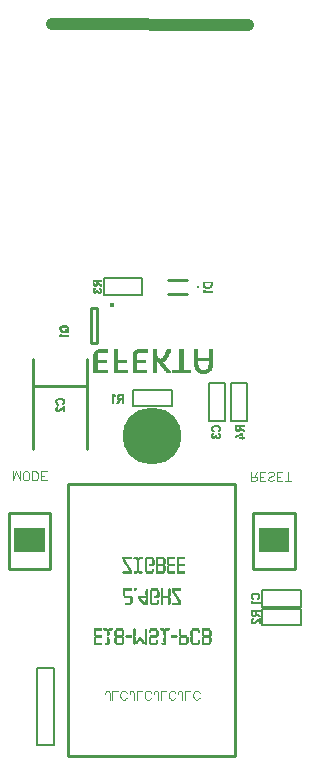
<source format=gbr>
G04 DipTrace 3.2.0.1*
G04 BottomSilk.gbr*
%MOIN*%
G04 #@! TF.FileFunction,Legend,Bot*
G04 #@! TF.Part,Single*
%ADD10C,0.009843*%
%ADD12C,0.003*%
%ADD14C,0.001969*%
%ADD20C,0.03937*%
%ADD21C,0.005906*%
%ADD22O,0.19639X0.187596*%
%ADD27C,0.009433*%
%ADD29C,0.015422*%
%ADD74C,0.004632*%
%FSLAX26Y26*%
G04*
G70*
G90*
G75*
G01*
G04 BotSilk*
%LPD*%
X-397470Y744831D2*
D10*
Y445623D1*
X-216367Y744831D2*
Y445623D1*
X-397470Y654296D2*
X-216367D1*
X-25988Y414883D2*
X25154D1*
X117874Y1009444D2*
X54883D1*
X117874Y962201D2*
X54883D1*
D27*
X154882Y985823D3*
D29*
X-133124Y924608D3*
X-183266Y915407D2*
D10*
Y797302D1*
X-202952D1*
Y915407D1*
X-183266D1*
X-277543Y-578740D2*
X277543D1*
Y326740D1*
X-277543D1*
Y-578740D1*
X338583Y232469D2*
X476378D1*
Y45484D1*
X338583D1*
Y232469D1*
G36*
X356303Y179924D2*
X459057D1*
Y102375D1*
X356303D1*
Y179924D1*
G37*
X-476378Y232469D2*
D10*
X-338583D1*
Y45484D1*
X-476378D1*
Y232469D1*
G36*
X-458657Y179924D2*
X-355904D1*
Y102375D1*
X-458657D1*
Y179924D1*
G37*
X-382861Y-283934D2*
D21*
X-327419D1*
Y-540873D1*
X-382861D1*
Y-283934D1*
X-62584Y641572D2*
X65987D1*
Y586946D1*
X-62584D1*
Y641572D1*
X-333803Y1860165D2*
D20*
X319543Y1859307D1*
X-158290Y1014324D2*
D21*
X-31348D1*
Y959698D1*
X-158290D1*
Y1014324D1*
X189623Y665025D2*
X244249D1*
Y538083D1*
X189623D1*
Y665025D1*
D22*
X-201Y488025D3*
X367575Y-26415D2*
D21*
X496146D1*
Y-81041D1*
X367575D1*
Y-26415D1*
X367953Y-88049D2*
X496524D1*
Y-142675D1*
X367953D1*
Y-88049D1*
X263398Y665774D2*
X318024D1*
Y538832D1*
X263398D1*
Y665774D1*
X206138Y523759D2*
D14*
X219917D1*
X204130Y522774D2*
X221689D1*
X202463Y521790D2*
X223214D1*
X201177Y520806D2*
X224398D1*
X200185Y519822D2*
X225272D1*
X199393Y518837D2*
X204173D1*
X220898D2*
X225944D1*
X198838Y517853D2*
X203227D1*
X221844D2*
X226510D1*
X198524Y516869D2*
X202407D1*
X222664D2*
X226997D1*
X198371Y515885D2*
X201822D1*
X223249D2*
X227372D1*
X198305Y514900D2*
X201490D1*
X223581D2*
X227597D1*
X198279Y513916D2*
X201333D1*
X223738D2*
X227706D1*
X198269Y512932D2*
X201302D1*
X223772D2*
X227721D1*
X198269Y511948D2*
X201439D1*
X223671D2*
X227612D1*
X198307Y510963D2*
X201733D1*
X223403D2*
X227349D1*
X198466Y509979D2*
X202486D1*
X222960D2*
X226970D1*
X198831Y508995D2*
X203414D1*
X222303D2*
X226525D1*
X199362Y508010D2*
X204405D1*
X221488D2*
X226014D1*
X199988Y507026D2*
X205215D1*
X220770D2*
X225364D1*
X200814Y506042D2*
X205804D1*
X220316D2*
X224452D1*
X201994Y505058D2*
X205982D1*
X220073D2*
X223249D1*
X203501Y504073D2*
X206078D1*
X219917D2*
X221886D1*
X205154Y503089D2*
X206138D1*
X220902Y498168D2*
X221886D1*
X202201Y497184D2*
X205154D1*
X220909D2*
X223321D1*
X201220Y496199D2*
X205075D1*
X220982D2*
X224549D1*
X200275Y495215D2*
X204900D1*
X221155D2*
X225516D1*
X199454Y494231D2*
X204181D1*
X221837D2*
X226199D1*
X198870Y493247D2*
X203293D1*
X222598D2*
X226682D1*
X198537Y492262D2*
X202457D1*
X223199D2*
X227088D1*
X198377Y491278D2*
X201849D1*
X210075D2*
X214012D1*
X223555D2*
X227414D1*
X198307Y490294D2*
X201506D1*
X210071D2*
X214016D1*
X223726D2*
X227610D1*
X198280Y489310D2*
X201311D1*
X210009D2*
X214054D1*
X223764D2*
X227678D1*
X198273Y488325D2*
X201471D1*
X209848D2*
X214146D1*
X223710D2*
X227598D1*
X198308Y487341D2*
X202522D1*
X208778D2*
X214602D1*
X223261D2*
X227377D1*
X198471Y486357D2*
X205515D1*
X205780D2*
X216180D1*
X221685D2*
X227093D1*
X198874Y485373D2*
X218720D1*
X219145D2*
X226756D1*
X199563Y484388D2*
X211019D1*
X212915D2*
X226229D1*
X200538Y483404D2*
X209882D1*
X213800D2*
X225384D1*
X201787Y482420D2*
X208561D1*
X214825D2*
X224214D1*
X203185Y481436D2*
X207122D1*
X215980D2*
X222870D1*
X337556Y-34701D2*
X351336D1*
X335549Y-35685D2*
X353107D1*
X333881Y-36669D2*
X354632D1*
X332596Y-37654D2*
X355817D1*
X331603Y-38638D2*
X356691D1*
X330812Y-39622D2*
X335592D1*
X352316D2*
X357363D1*
X330257Y-40606D2*
X334646D1*
X353262D2*
X357929D1*
X329942Y-41591D2*
X333826D1*
X354083D2*
X358416D1*
X329790Y-42575D2*
X333241D1*
X354667D2*
X358791D1*
X329724Y-43559D2*
X332909D1*
X354999D2*
X359016D1*
X329698Y-44543D2*
X332752D1*
X355156D2*
X359124D1*
X329688Y-45528D2*
X332721D1*
X355191D2*
X359140D1*
X329688Y-46512D2*
X332857D1*
X355089D2*
X359030D1*
X329725Y-47496D2*
X333151D1*
X354822D2*
X358768D1*
X329885Y-48480D2*
X333905D1*
X354378D2*
X358389D1*
X330250Y-49465D2*
X334833D1*
X353721D2*
X357944D1*
X330780Y-50449D2*
X335824D1*
X352907D2*
X357433D1*
X331406Y-51433D2*
X336634D1*
X352189D2*
X356783D1*
X332233Y-52417D2*
X337223D1*
X351735D2*
X355871D1*
X333413Y-53402D2*
X337400D1*
X351492D2*
X354668D1*
X334920Y-54386D2*
X337497D1*
X351336D2*
X353304D1*
X336572Y-55370D2*
X337556D1*
X331651Y-60291D2*
X335588D1*
X331044Y-61276D2*
X334940D1*
X330518Y-62260D2*
X334252D1*
X330120Y-63244D2*
X333469D1*
X329884Y-64228D2*
X359210D1*
X329767Y-65213D2*
X359210D1*
X329715Y-66197D2*
X359210D1*
X329694Y-67181D2*
X359210D1*
X329682Y-68165D2*
X359210D1*
X-313272Y613664D2*
X-299492D1*
X-315279Y612680D2*
X-297721D1*
X-316947Y611696D2*
X-296196D1*
X-318232Y610711D2*
X-295011D1*
X-319225Y609727D2*
X-294137D1*
X-320016Y608743D2*
X-315236D1*
X-298512D2*
X-293466D1*
X-320571Y607759D2*
X-316182D1*
X-297566D2*
X-292900D1*
X-320886Y606774D2*
X-317002D1*
X-296746D2*
X-292412D1*
X-321038Y605790D2*
X-317587D1*
X-296161D2*
X-292038D1*
X-321104Y604806D2*
X-317919D1*
X-295829D2*
X-291813D1*
X-321130Y603822D2*
X-318076D1*
X-295672D2*
X-291704D1*
X-321140Y602837D2*
X-318107D1*
X-295637D2*
X-291689D1*
X-321140Y601853D2*
X-317971D1*
X-295739D2*
X-291798D1*
X-321103Y600869D2*
X-317677D1*
X-296006D2*
X-292060D1*
X-320943Y599885D2*
X-316923D1*
X-296450D2*
X-292439D1*
X-320578Y598900D2*
X-315996D1*
X-297107D2*
X-292884D1*
X-320048Y597916D2*
X-315005D1*
X-297921D2*
X-293395D1*
X-319422Y596932D2*
X-314194D1*
X-298639D2*
X-294046D1*
X-318595Y595948D2*
X-313605D1*
X-299093D2*
X-294957D1*
X-317415Y594963D2*
X-313428D1*
X-299336D2*
X-296160D1*
X-315908Y593979D2*
X-313332D1*
X-299492D2*
X-297524D1*
X-314256Y592995D2*
X-313272D1*
X-317209Y587089D2*
X-314256D1*
X-295555D2*
X-291618D1*
X-318189Y586105D2*
X-314335D1*
X-296880D2*
X-291618D1*
X-319135Y585121D2*
X-314510D1*
X-298191D2*
X-291618D1*
X-319955Y584136D2*
X-315228D1*
X-299488D2*
X-291618D1*
X-320540Y583152D2*
X-316116D1*
X-300808D2*
X-291618D1*
X-320872Y582168D2*
X-316953D1*
X-302123D2*
X-291618D1*
X-321033Y581184D2*
X-317561D1*
X-303422D2*
X-297561D1*
X-295555D2*
X-291618D1*
X-321102Y580199D2*
X-317904D1*
X-304744D2*
X-298672D1*
X-295555D2*
X-291618D1*
X-321130Y579215D2*
X-318029D1*
X-306063D2*
X-299896D1*
X-295555D2*
X-291618D1*
X-321136Y578231D2*
X-318016D1*
X-307409D2*
X-301167D1*
X-295555D2*
X-291618D1*
X-321105Y577247D2*
X-317505D1*
X-308966D2*
X-302448D1*
X-295555D2*
X-291618D1*
X-320977Y576262D2*
X-315997D1*
X-310949D2*
X-303763D1*
X-295555D2*
X-291618D1*
X-320700Y575278D2*
X-313841D1*
X-313441D2*
X-305080D1*
X-295555D2*
X-291618D1*
X-320246Y574294D2*
X-306417D1*
X-295555D2*
X-291618D1*
X-319526Y573310D2*
X-307895D1*
X-295555D2*
X-291618D1*
X-318463Y572325D2*
X-309555D1*
X-295555D2*
X-291618D1*
X-317209Y571341D2*
X-311303D1*
X-295555D2*
X-291618D1*
X170293Y1002772D2*
X199820D1*
X170293Y1001787D2*
X199820D1*
X170293Y1000803D2*
X199820D1*
X170293Y999819D2*
X199820D1*
X170293Y998835D2*
X173245D1*
X195883D2*
X199820D1*
X170293Y997850D2*
X173245D1*
X195883D2*
X199820D1*
X170293Y996866D2*
X173245D1*
X195883D2*
X199820D1*
X170293Y995882D2*
X173245D1*
X195883D2*
X199820D1*
X170293Y994898D2*
X173245D1*
X195883D2*
X199820D1*
X170293Y993913D2*
X173249D1*
X195883D2*
X199816D1*
X170293Y992929D2*
X173284D1*
X195879D2*
X199782D1*
X170296Y991945D2*
X173413D1*
X195841D2*
X199656D1*
X170331Y990961D2*
X173687D1*
X195677D2*
X199417D1*
X170460Y989976D2*
X174104D1*
X195277D2*
X199130D1*
X170731Y988992D2*
X174675D1*
X194625D2*
X198829D1*
X171116Y988008D2*
X175417D1*
X193802D2*
X198463D1*
X171597Y987024D2*
X176277D1*
X192890D2*
X198002D1*
X172237Y986039D2*
X197371D1*
X173161Y985055D2*
X196420D1*
X174480Y984071D2*
X195004D1*
X176206Y983087D2*
X193107D1*
X178167Y982102D2*
X190962D1*
X172261Y976197D2*
X176198D1*
X171655Y975213D2*
X175551D1*
X171128Y974228D2*
X174862D1*
X170730Y973244D2*
X174079D1*
X170494Y972260D2*
X199820D1*
X170377Y971276D2*
X199820D1*
X170326Y970291D2*
X199820D1*
X170304Y969307D2*
X199820D1*
X170293Y968323D2*
X199820D1*
X-300017Y856969D2*
X-286238D1*
X-302209Y855984D2*
X-284466D1*
X-303925Y855000D2*
X-282941D1*
X-305143Y854016D2*
X-281756D1*
X-306059Y853031D2*
X-280887D1*
X-306803Y852047D2*
X-301948D1*
X-285257D2*
X-280246D1*
X-307333Y851063D2*
X-302802D1*
X-284311D2*
X-279770D1*
X-307638Y850079D2*
X-303512D1*
X-283491D2*
X-279394D1*
X-307786Y849094D2*
X-304080D1*
X-282906D2*
X-279035D1*
X-307850Y848110D2*
X-304493D1*
X-282574D2*
X-278730D1*
X-307876Y847126D2*
X-304730D1*
X-282421D2*
X-278540D1*
X-307886Y846142D2*
X-304811D1*
X-282427D2*
X-278476D1*
X-307885Y845157D2*
X-304783D1*
X-288206D2*
X-286238D1*
X-282571D2*
X-278556D1*
X-307852Y844173D2*
X-304338D1*
X-289190D2*
X-284331D1*
X-283333D2*
X-278778D1*
X-307723Y843189D2*
X-303639D1*
X-288399D2*
X-279062D1*
X-307449Y842205D2*
X-302651D1*
X-287824D2*
X-279394D1*
X-307033Y841220D2*
X-301340D1*
X-287493D2*
X-279881D1*
X-306458Y840236D2*
X-299755D1*
X-287326D2*
X-280554D1*
X-305677Y839252D2*
X-281316D1*
X-304660Y838268D2*
X-280669D1*
X-303393Y837283D2*
X-279980D1*
X-301986Y836299D2*
X-285253D1*
X-283285D2*
X-279197D1*
X-282301Y835315D2*
X-278364D1*
X-281316Y834331D2*
X-279348D1*
X-305923Y829409D2*
X-301986D1*
X-306529Y828425D2*
X-302633D1*
X-307056Y827441D2*
X-303322D1*
X-307454Y826457D2*
X-304104D1*
X-307689Y825472D2*
X-278364D1*
X-307807Y824488D2*
X-278364D1*
X-307858Y823504D2*
X-278364D1*
X-307880Y822520D2*
X-278364D1*
X-307891Y821535D2*
X-278364D1*
X277748Y525399D2*
X307276D1*
X277748Y524415D2*
X307276D1*
X277748Y523430D2*
X307276D1*
X277748Y522446D2*
X307276D1*
X277748Y521462D2*
X280701D1*
X290543D2*
X294480D1*
X277748Y520478D2*
X280701D1*
X290543D2*
X294480D1*
X277748Y519493D2*
X280701D1*
X290543D2*
X294480D1*
X277748Y518509D2*
X280701D1*
X290543D2*
X294484D1*
X277748Y517525D2*
X280701D1*
X290543D2*
X294526D1*
X277748Y516541D2*
X280701D1*
X290543D2*
X294630D1*
X277748Y515556D2*
X280701D1*
X290543D2*
X295128D1*
X277748Y514572D2*
X280705D1*
X290539D2*
X296303D1*
X277748Y513588D2*
X280747D1*
X290497D2*
X297809D1*
X277752Y512604D2*
X280851D1*
X290393D2*
X299555D1*
X277790Y511619D2*
X281395D1*
X289849D2*
X301421D1*
X277954Y510635D2*
X283079D1*
X288165D2*
X303275D1*
X278354Y509651D2*
X285580D1*
X285665D2*
X293644D1*
X296449D2*
X304902D1*
X279006Y508667D2*
X292867D1*
X298413D2*
X306250D1*
X279829Y507682D2*
X291988D1*
X300344D2*
X306775D1*
X280742Y506698D2*
X290854D1*
X302161D2*
X307062D1*
X281685Y505714D2*
X289559D1*
X303793D2*
X307197D1*
X305307Y504730D2*
X307276D1*
X297433Y497840D2*
X302354D1*
X295465Y496856D2*
X302354D1*
X293496Y495871D2*
X302354D1*
X291524Y494887D2*
X302354D1*
X289521Y493903D2*
X302354D1*
X287427Y492919D2*
X296297D1*
X299402D2*
X302354D1*
X285226Y491934D2*
X294084D1*
X299402D2*
X302354D1*
X283048Y490950D2*
X291861D1*
X299402D2*
X302354D1*
X281110Y489966D2*
X289720D1*
X299402D2*
X302354D1*
X279614Y488982D2*
X287660D1*
X299402D2*
X302354D1*
X278485Y487997D2*
X285650D1*
X299402D2*
X302354D1*
X278101Y487013D2*
X283664D1*
X299402D2*
X302354D1*
X277886Y486029D2*
X281689D1*
X299402D2*
X302354D1*
X277748Y485045D2*
X279717D1*
X289559D2*
X307276D1*
X289559Y484060D2*
X307276D1*
X289559Y483076D2*
X307276D1*
X289559Y482092D2*
X307276D1*
X289559Y481108D2*
X307276D1*
X299402Y480123D2*
X302354D1*
X299402Y479139D2*
X302354D1*
X-131098Y626560D2*
X-127161D1*
X-111413D2*
X-96650D1*
X-131098Y625576D2*
X-125764D1*
X-112848D2*
X-96650D1*
X-131098Y624592D2*
X-124662D1*
X-114077D2*
X-96650D1*
X-131098Y623608D2*
X-123810D1*
X-115044D2*
X-96650D1*
X-131098Y622623D2*
X-123506D1*
X-115727D2*
X-110080D1*
X-100587D2*
X-96650D1*
X-131098Y621639D2*
X-128146D1*
X-126177D2*
X-123335D1*
X-116210D2*
X-111357D1*
X-100587D2*
X-96650D1*
X-131098Y620655D2*
X-128146D1*
X-124209D2*
X-123224D1*
X-116616D2*
X-112252D1*
X-100587D2*
X-96650D1*
X-131098Y619671D2*
X-128146D1*
X-116937D2*
X-112923D1*
X-100587D2*
X-96650D1*
X-131098Y618686D2*
X-128146D1*
X-117103D2*
X-113122D1*
X-100587D2*
X-96650D1*
X-131098Y617702D2*
X-128146D1*
X-117080D2*
X-113196D1*
X-100587D2*
X-96650D1*
X-131098Y616718D2*
X-128146D1*
X-116886D2*
X-112949D1*
X-100587D2*
X-96650D1*
X-131098Y615734D2*
X-128146D1*
X-116614D2*
X-112290D1*
X-100587D2*
X-96650D1*
X-131098Y614749D2*
X-128146D1*
X-116285D2*
X-109697D1*
X-100587D2*
X-96650D1*
X-131098Y613765D2*
X-128146D1*
X-115793D2*
X-105250D1*
X-100587D2*
X-96650D1*
X-131098Y612781D2*
X-128146D1*
X-115069D2*
X-96650D1*
X-131098Y611797D2*
X-128146D1*
X-114146D2*
X-96650D1*
X-131098Y610812D2*
X-128146D1*
X-113187D2*
X-96650D1*
X-131098Y609828D2*
X-128146D1*
X-112345D2*
X-96650D1*
X-131098Y608844D2*
X-128146D1*
X-112141D2*
X-107320D1*
X-100587D2*
X-96650D1*
X-131098Y607860D2*
X-128146D1*
X-112412D2*
X-108026D1*
X-100587D2*
X-96650D1*
X-131098Y606875D2*
X-128146D1*
X-112866D2*
X-108626D1*
X-100587D2*
X-96650D1*
X-131098Y605891D2*
X-128146D1*
X-113442D2*
X-109168D1*
X-100587D2*
X-96650D1*
X-131098Y604907D2*
X-128146D1*
X-114022D2*
X-109679D1*
X-100587D2*
X-96650D1*
X-131098Y603923D2*
X-128146D1*
X-114567D2*
X-110179D1*
X-100587D2*
X-96650D1*
X-131098Y602938D2*
X-128146D1*
X-115086D2*
X-110673D1*
X-100587D2*
X-96650D1*
X-131098Y601954D2*
X-128146D1*
X-115589D2*
X-111167D1*
X-100587D2*
X-96650D1*
X-131098Y600970D2*
X-128146D1*
X-116086D2*
X-111659D1*
X-100587D2*
X-96650D1*
X-131098Y599986D2*
X-128146D1*
X-116582D2*
X-112149D1*
X-100587D2*
X-96650D1*
X-131098Y599001D2*
X-128146D1*
X-117102D2*
X-112615D1*
X-100587D2*
X-96650D1*
X-131098Y598017D2*
X-128146D1*
X-117676D2*
X-113025D1*
X-100587D2*
X-96650D1*
X-131098Y597033D2*
X-128146D1*
X-118303D2*
X-113382D1*
X-100587D2*
X-96650D1*
X330555Y-92692D2*
X360083D1*
X330555Y-93676D2*
X360083D1*
X330555Y-94660D2*
X360083D1*
X330555Y-95644D2*
X360083D1*
X330555Y-96629D2*
X333508D1*
X343350D2*
X347287D1*
X330555Y-97613D2*
X333508D1*
X343350D2*
X347287D1*
X330555Y-98597D2*
X333508D1*
X343350D2*
X347287D1*
X330555Y-99581D2*
X333508D1*
X343350D2*
X347291D1*
X330555Y-100566D2*
X333508D1*
X343350D2*
X347334D1*
X330555Y-101550D2*
X333508D1*
X343350D2*
X347437D1*
X330555Y-102534D2*
X333508D1*
X343350D2*
X347935D1*
X330555Y-103518D2*
X333512D1*
X343347D2*
X349110D1*
X330555Y-104503D2*
X333554D1*
X343304D2*
X350616D1*
X330559Y-105487D2*
X333658D1*
X343200D2*
X352363D1*
X330597Y-106471D2*
X334202D1*
X342656D2*
X354228D1*
X330761Y-107455D2*
X335887D1*
X340972D2*
X356082D1*
X331161Y-108440D2*
X338387D1*
X338472D2*
X346451D1*
X349256D2*
X357709D1*
X331813Y-109424D2*
X345674D1*
X351221D2*
X359057D1*
X332636Y-110408D2*
X344795D1*
X353152D2*
X359582D1*
X333549Y-111392D2*
X343661D1*
X354968D2*
X359869D1*
X334492Y-112377D2*
X342366D1*
X356600D2*
X360004D1*
X358114Y-113361D2*
X360083D1*
X334492Y-120251D2*
X337445D1*
X356146D2*
X360083D1*
X333512Y-121235D2*
X337366D1*
X354821D2*
X360083D1*
X332566Y-122219D2*
X337191D1*
X353509D2*
X360083D1*
X331746Y-123203D2*
X336472D1*
X352213D2*
X360083D1*
X331161Y-124188D2*
X335585D1*
X350893D2*
X360083D1*
X330829Y-125172D2*
X334748D1*
X349578D2*
X360083D1*
X330668Y-126156D2*
X334140D1*
X348279D2*
X354140D1*
X356146D2*
X360083D1*
X330599Y-127140D2*
X333797D1*
X346957D2*
X353029D1*
X356146D2*
X360083D1*
X330571Y-128125D2*
X333672D1*
X345638D2*
X351805D1*
X356146D2*
X360083D1*
X330565Y-129109D2*
X333685D1*
X344292D2*
X350534D1*
X356146D2*
X360083D1*
X330595Y-130093D2*
X334196D1*
X342735D2*
X349253D1*
X356146D2*
X360083D1*
X330723Y-131077D2*
X335703D1*
X340751D2*
X347938D1*
X356146D2*
X360083D1*
X331001Y-132062D2*
X337860D1*
X338260D2*
X346621D1*
X356146D2*
X360083D1*
X331454Y-133046D2*
X345284D1*
X356146D2*
X360083D1*
X332175Y-134030D2*
X343805D1*
X356146D2*
X360083D1*
X333237Y-135014D2*
X342146D1*
X356146D2*
X360083D1*
X334492Y-135999D2*
X340398D1*
X356146D2*
X360083D1*
X-197152Y1008983D2*
X-167625D1*
X-197152Y1007999D2*
X-167625D1*
X-197152Y1007014D2*
X-167625D1*
X-197152Y1006030D2*
X-167625D1*
X-197152Y1005046D2*
X-194199D1*
X-184357D2*
X-180420D1*
X-197152Y1004062D2*
X-194199D1*
X-184357D2*
X-180420D1*
X-197152Y1003077D2*
X-194199D1*
X-184357D2*
X-180420D1*
X-197152Y1002093D2*
X-194199D1*
X-184357D2*
X-180416D1*
X-197152Y1001109D2*
X-194199D1*
X-184357D2*
X-180374D1*
X-197152Y1000125D2*
X-194199D1*
X-184357D2*
X-180270D1*
X-197152Y999140D2*
X-194199D1*
X-184357D2*
X-179772D1*
X-197152Y998156D2*
X-194196D1*
X-184361D2*
X-178597D1*
X-197152Y997172D2*
X-194153D1*
X-184403D2*
X-177091D1*
X-197148Y996188D2*
X-194050D1*
X-184507D2*
X-175345D1*
X-197110Y995203D2*
X-193506D1*
X-185051D2*
X-173479D1*
X-196946Y994219D2*
X-191821D1*
X-186736D2*
X-171625D1*
X-196546Y993235D2*
X-189321D1*
X-189236D2*
X-181256D1*
X-178451D2*
X-169998D1*
X-195894Y992251D2*
X-182033D1*
X-176487D2*
X-168650D1*
X-195071Y991266D2*
X-182913D1*
X-174556D2*
X-168125D1*
X-194159Y990282D2*
X-184046D1*
X-172739D2*
X-167838D1*
X-193215Y989298D2*
X-185341D1*
X-171107D2*
X-167703D1*
X-169593Y988314D2*
X-167625D1*
X-174514Y982408D2*
X-173530D1*
X-193215Y981424D2*
X-190262D1*
X-174507D2*
X-172095D1*
X-194196Y980440D2*
X-190341D1*
X-174434D2*
X-170867D1*
X-195141Y979455D2*
X-190516D1*
X-174261D2*
X-169900D1*
X-195962Y978471D2*
X-191235D1*
X-173579D2*
X-169217D1*
X-196546Y977487D2*
X-192123D1*
X-172818D2*
X-168734D1*
X-196879Y976503D2*
X-192959D1*
X-172217D2*
X-168328D1*
X-197039Y975518D2*
X-193567D1*
X-185341D2*
X-181404D1*
X-171861D2*
X-168002D1*
X-197109Y974534D2*
X-193910D1*
X-185345D2*
X-181400D1*
X-171690D2*
X-167806D1*
X-197136Y973550D2*
X-194105D1*
X-185407D2*
X-181362D1*
X-171652D2*
X-167738D1*
X-197143Y972566D2*
X-193945D1*
X-185568D2*
X-181270D1*
X-171706D2*
X-167818D1*
X-197108Y971581D2*
X-192894D1*
X-186638D2*
X-180814D1*
X-172155D2*
X-168039D1*
X-196945Y970597D2*
X-189901D1*
X-189636D2*
X-179236D1*
X-173731D2*
X-168323D1*
X-196542Y969613D2*
X-176696D1*
X-176271D2*
X-168660D1*
X-195853Y968629D2*
X-184397D1*
X-182501D2*
X-169187D1*
X-194878Y967644D2*
X-185534D1*
X-181616D2*
X-170032D1*
X-193629Y966660D2*
X-186855D1*
X-180591D2*
X-171202D1*
X-192231Y965676D2*
X-188294D1*
X-179436D2*
X-172546D1*
X-179360Y777083D2*
D12*
X-147860D1*
X-126860D2*
X-116360D1*
X-48860D2*
X-17360D1*
X3640D2*
X14140D1*
X50140D2*
X62140D1*
X92140D2*
X102640D1*
X141640D2*
X152140D1*
X189640D2*
X200140D1*
X-183163Y775583D2*
X-147860D1*
X-126860D2*
X-116360D1*
X-52663D2*
X-17360D1*
X3640D2*
X14140D1*
X49571D2*
X61622D1*
X92140D2*
X102640D1*
X141640D2*
X152140D1*
X189640D2*
X200140D1*
X-186274Y774083D2*
X-147860D1*
X-126860D2*
X-116360D1*
X-55774D2*
X-17360D1*
X3640D2*
X14140D1*
X48926D2*
X61123D1*
X92140D2*
X102640D1*
X141640D2*
X152140D1*
X189640D2*
X200140D1*
X-188620Y772583D2*
X-147860D1*
X-126860D2*
X-116360D1*
X-58120D2*
X-17360D1*
X3640D2*
X14140D1*
X48229D2*
X60641D1*
X92140D2*
X102640D1*
X141640D2*
X152140D1*
X189640D2*
X200140D1*
X-190260Y771083D2*
X-147860D1*
X-126860D2*
X-116360D1*
X-59760D2*
X-17360D1*
X3640D2*
X14140D1*
X47507D2*
X60082D1*
X92140D2*
X102640D1*
X141640D2*
X152140D1*
X189640D2*
X200140D1*
X-191436Y769583D2*
X-147860D1*
X-126860D2*
X-116360D1*
X-60936D2*
X-17360D1*
X3640D2*
X14140D1*
X46814D2*
X59434D1*
X92140D2*
X102640D1*
X141640D2*
X152140D1*
X189640D2*
X200140D1*
X-192364Y768083D2*
X-177508D1*
X-126860D2*
X-116360D1*
X-61864D2*
X-47008D1*
X3640D2*
X14140D1*
X46210D2*
X58734D1*
X92140D2*
X102640D1*
X141640D2*
X152140D1*
X189640D2*
X200140D1*
X-193133Y766583D2*
X-179687D1*
X-126860D2*
X-116360D1*
X-62633D2*
X-49187D1*
X3640D2*
X14140D1*
X45677D2*
X58003D1*
X92140D2*
X102640D1*
X141640D2*
X152140D1*
X189640D2*
X200140D1*
X-193715Y765083D2*
X-181271D1*
X-126860D2*
X-116360D1*
X-63215D2*
X-50771D1*
X3640D2*
X14140D1*
X45096D2*
X57262D1*
X92140D2*
X102640D1*
X141640D2*
X152140D1*
X189640D2*
X200140D1*
X-194061Y763583D2*
X-182380D1*
X-126860D2*
X-116360D1*
X-63561D2*
X-51880D1*
X3640D2*
X14140D1*
X44440D2*
X56519D1*
X92140D2*
X102640D1*
X141640D2*
X152140D1*
X189640D2*
X200140D1*
X-194234Y762083D2*
X-183115D1*
X-126860D2*
X-116360D1*
X-63734D2*
X-52615D1*
X3640D2*
X14140D1*
X43736D2*
X55818D1*
X92140D2*
X102640D1*
X141640D2*
X152140D1*
X189640D2*
X200140D1*
X-194311Y760583D2*
X-183524D1*
X-126860D2*
X-116360D1*
X-63811D2*
X-53024D1*
X3640D2*
X14146D1*
X43003D2*
X55212D1*
X92140D2*
X102640D1*
X141640D2*
X152140D1*
X189640D2*
X200140D1*
X-194341Y759083D2*
X-183721D1*
X-126860D2*
X-116360D1*
X-63841D2*
X-53221D1*
X3640D2*
X14199D1*
X42256D2*
X54678D1*
X92140D2*
X102640D1*
X141640D2*
X152140D1*
X189640D2*
X200140D1*
X-194353Y757583D2*
X-183806D1*
X-126860D2*
X-116360D1*
X-63853D2*
X-53306D1*
X3640D2*
X14396D1*
X41461D2*
X54096D1*
X92140D2*
X102640D1*
X141640D2*
X152140D1*
X189640D2*
X200140D1*
X-194357Y756083D2*
X-183840D1*
X-126860D2*
X-116360D1*
X-63857D2*
X-53340D1*
X3640D2*
X14814D1*
X40569D2*
X53440D1*
X92140D2*
X102640D1*
X141640D2*
X152140D1*
X189640D2*
X200140D1*
X-194359Y754583D2*
X-183853D1*
X-126860D2*
X-116360D1*
X-63859D2*
X-53353D1*
X3640D2*
X15448D1*
X39597D2*
X52730D1*
X92140D2*
X102640D1*
X141640D2*
X152140D1*
X189640D2*
X200140D1*
X-194359Y753083D2*
X-183857D1*
X-126860D2*
X-116360D1*
X-63859D2*
X-53357D1*
X3640D2*
X16319D1*
X38626D2*
X51951D1*
X92140D2*
X102640D1*
X141640D2*
X152140D1*
X189640D2*
X200140D1*
X-194360Y751583D2*
X-183859D1*
X-126860D2*
X-116360D1*
X-63860D2*
X-53359D1*
X3640D2*
X17452D1*
X37580D2*
X51065D1*
X92140D2*
X102640D1*
X141640D2*
X152140D1*
X189640D2*
X200140D1*
X-194360Y750083D2*
X-183859D1*
X-126860D2*
X-116360D1*
X-63860D2*
X-53359D1*
X3640D2*
X18794D1*
X36290D2*
X50096D1*
X92140D2*
X102640D1*
X141640D2*
X152140D1*
X189640D2*
X200140D1*
X-194360Y748583D2*
X-183860D1*
X-126860D2*
X-116360D1*
X-63860D2*
X-53360D1*
X3640D2*
X20443D1*
X34463D2*
X49125D1*
X92140D2*
X102640D1*
X141640D2*
X200140D1*
X-194360Y747083D2*
X-183860D1*
X-126860D2*
X-116360D1*
X-63860D2*
X-53360D1*
X3640D2*
X22838D1*
X31500D2*
X48085D1*
X92140D2*
X102640D1*
X141640D2*
X200140D1*
X-194360Y745583D2*
X-183860D1*
X-126860D2*
X-116360D1*
X-63860D2*
X-53360D1*
X3640D2*
X26377D1*
X27018D2*
X46878D1*
X92140D2*
X102640D1*
X141640D2*
X200140D1*
X-194360Y744083D2*
X-183860D1*
X-126860D2*
X-116360D1*
X-63860D2*
X-53360D1*
X3640D2*
X45528D1*
X92140D2*
X102640D1*
X141640D2*
X200140D1*
X-194360Y742583D2*
X-183860D1*
X-126860D2*
X-86360D1*
X-63860D2*
X-53360D1*
X3640D2*
X44090D1*
X92140D2*
X102640D1*
X141640D2*
X200140D1*
X-194360Y741083D2*
X-152360D1*
X-126860D2*
X-86360D1*
X-63860D2*
X-21860D1*
X3640D2*
X42559D1*
X92140D2*
X102640D1*
X141640D2*
X200140D1*
X-194360Y739583D2*
X-152360D1*
X-126860D2*
X-86360D1*
X-63860D2*
X-21860D1*
X3640D2*
X14140D1*
X17083D2*
X40832D1*
X92140D2*
X102640D1*
X141640D2*
X152140D1*
X189640D2*
X200140D1*
X-194360Y738083D2*
X-152360D1*
X-126860D2*
X-86360D1*
X-63860D2*
X-21860D1*
X3640D2*
X14140D1*
X18391D2*
X38850D1*
X92140D2*
X102640D1*
X141640D2*
X152140D1*
X189640D2*
X200140D1*
X-194360Y736583D2*
X-152360D1*
X-126860D2*
X-86360D1*
X-63860D2*
X-21860D1*
X3640D2*
X14140D1*
X19532D2*
X36916D1*
X92140D2*
X102640D1*
X141640D2*
X152140D1*
X189640D2*
X200140D1*
X-194360Y735083D2*
X-152360D1*
X-126860D2*
X-86360D1*
X-63860D2*
X-21860D1*
X3640D2*
X14140D1*
X20647D2*
X35294D1*
X92140D2*
X102640D1*
X141640D2*
X152140D1*
X189640D2*
X200140D1*
X-194360Y733583D2*
X-152360D1*
X-126860D2*
X-116360D1*
X-63860D2*
X-21860D1*
X3640D2*
X14140D1*
X21885D2*
X34641D1*
X92140D2*
X102640D1*
X141640D2*
X152140D1*
X189640D2*
X200140D1*
X-194360Y732083D2*
X-183860D1*
X-126860D2*
X-116360D1*
X-63860D2*
X-53360D1*
X3640D2*
X14140D1*
X23240D2*
X35652D1*
X92140D2*
X102640D1*
X141640D2*
X152140D1*
X189640D2*
X200140D1*
X-194360Y730583D2*
X-183860D1*
X-126860D2*
X-116360D1*
X-63860D2*
X-53360D1*
X3640D2*
X14140D1*
X24624D2*
X36862D1*
X92140D2*
X102640D1*
X141640D2*
X152140D1*
X189640D2*
X200140D1*
X-194360Y729083D2*
X-183860D1*
X-126860D2*
X-116360D1*
X-63860D2*
X-53360D1*
X3640D2*
X14140D1*
X25906D2*
X38173D1*
X92140D2*
X102640D1*
X141640D2*
X152146D1*
X189640D2*
X200140D1*
X-194360Y727583D2*
X-183860D1*
X-126860D2*
X-116360D1*
X-63860D2*
X-53360D1*
X3640D2*
X14140D1*
X27037D2*
X39425D1*
X92140D2*
X102640D1*
X141640D2*
X152199D1*
X189635D2*
X200140D1*
X-194360Y726083D2*
X-183860D1*
X-126860D2*
X-116360D1*
X-63860D2*
X-53360D1*
X3640D2*
X14140D1*
X28149D2*
X40544D1*
X92140D2*
X102640D1*
X141646D2*
X152390D1*
X189582D2*
X200140D1*
X-194360Y724583D2*
X-183860D1*
X-126860D2*
X-116360D1*
X-63860D2*
X-53360D1*
X3640D2*
X14140D1*
X29386D2*
X41651D1*
X92140D2*
X102640D1*
X141699D2*
X152749D1*
X189391D2*
X200140D1*
X-194360Y723083D2*
X-183860D1*
X-126860D2*
X-116360D1*
X-63860D2*
X-53360D1*
X3640D2*
X14140D1*
X30746D2*
X42887D1*
X92140D2*
X102640D1*
X141890D2*
X153134D1*
X189031D2*
X200135D1*
X-194360Y721583D2*
X-183860D1*
X-126860D2*
X-116360D1*
X-63860D2*
X-53360D1*
X3640D2*
X14140D1*
X32177D2*
X44247D1*
X92140D2*
X102640D1*
X142249D2*
X153401D1*
X188641D2*
X200082D1*
X-194360Y720083D2*
X-183860D1*
X-126860D2*
X-116360D1*
X-63860D2*
X-53360D1*
X3640D2*
X14140D1*
X33598D2*
X45677D1*
X92140D2*
X102640D1*
X142634D2*
X153593D1*
X188327D2*
X199891D1*
X-194360Y718583D2*
X-183860D1*
X-126860D2*
X-116360D1*
X-63860D2*
X-53360D1*
X3640D2*
X14140D1*
X34896D2*
X47098D1*
X92140D2*
X102640D1*
X142901D2*
X153854D1*
X187990D2*
X199526D1*
X-194360Y717083D2*
X-183860D1*
X-126860D2*
X-116360D1*
X-63860D2*
X-53360D1*
X3640D2*
X14140D1*
X36033D2*
X48396D1*
X92140D2*
X102640D1*
X143093D2*
X154298D1*
X187509D2*
X199088D1*
X-194360Y715583D2*
X-183860D1*
X-126860D2*
X-116360D1*
X-63860D2*
X-53360D1*
X3640D2*
X14140D1*
X37147D2*
X49533D1*
X92140D2*
X102640D1*
X143354D2*
X154943D1*
X186848D2*
X198630D1*
X-194360Y714083D2*
X-183860D1*
X-126860D2*
X-116360D1*
X-63860D2*
X-53360D1*
X3640D2*
X14140D1*
X38385D2*
X50647D1*
X92140D2*
X102640D1*
X143798D2*
X155829D1*
X185956D2*
X198079D1*
X-194360Y712583D2*
X-183860D1*
X-126860D2*
X-116360D1*
X-63860D2*
X-53360D1*
X3640D2*
X14140D1*
X39740D2*
X51885D1*
X92140D2*
X102640D1*
X144437D2*
X157127D1*
X184655D2*
X197433D1*
X-194360Y711083D2*
X-183860D1*
X-126860D2*
X-116360D1*
X-63860D2*
X-53360D1*
X3640D2*
X14140D1*
X41124D2*
X53246D1*
X92140D2*
X102640D1*
X145258D2*
X158827D1*
X182954D2*
X196727D1*
X-194360Y709583D2*
X-183860D1*
X-126860D2*
X-116360D1*
X-63860D2*
X-53360D1*
X3640D2*
X14140D1*
X42406D2*
X54677D1*
X92140D2*
X102640D1*
X146207D2*
X163741D1*
X178040D2*
X195944D1*
X-194360Y708083D2*
X-149360D1*
X-126860D2*
X-81860D1*
X-63860D2*
X-18860D1*
X3640D2*
X14140D1*
X43537D2*
X56098D1*
X66640D2*
X128140D1*
X147220D2*
X171336D1*
X170445D2*
X195000D1*
X-194360Y706583D2*
X-149360D1*
X-126860D2*
X-81860D1*
X-63860D2*
X-18860D1*
X3640D2*
X14140D1*
X44649D2*
X57396D1*
X66640D2*
X128140D1*
X148453D2*
X193781D1*
X-194360Y705083D2*
X-149360D1*
X-126860D2*
X-81860D1*
X-63860D2*
X-18860D1*
X3640D2*
X14140D1*
X45886D2*
X58533D1*
X66640D2*
X128140D1*
X150089D2*
X192196D1*
X-194360Y703583D2*
X-149360D1*
X-126860D2*
X-81860D1*
X-63860D2*
X-18860D1*
X3640D2*
X14140D1*
X47246D2*
X59643D1*
X66640D2*
X128140D1*
X152186D2*
X190106D1*
X-194360Y702083D2*
X-149360D1*
X-126860D2*
X-81860D1*
X-63860D2*
X-18860D1*
X3640D2*
X14140D1*
X48680D2*
X60859D1*
X66640D2*
X128140D1*
X154948D2*
X187412D1*
X-194360Y700583D2*
X-149360D1*
X-126860D2*
X-81860D1*
X-63860D2*
X-18860D1*
X3640D2*
X14140D1*
X50140D2*
X62140D1*
X66640D2*
X128140D1*
X158551D2*
X184168D1*
X162640Y699083D2*
X180640D1*
X-192058Y-152825D2*
X-169558D1*
X-162058D2*
X-151558D1*
X-144058D2*
X-132058D1*
X-118558D2*
X-100558D1*
X-60058D2*
X-58558D1*
X-4558D2*
X13442D1*
X26942D2*
X37442D1*
X44942D2*
X56942D1*
X92942D2*
D3*
X134942D2*
X152942D1*
X167942D2*
X190442D1*
X-190558Y-154325D2*
X-168967D1*
X-162650D2*
X-149878D1*
X-144648D2*
X-131466D1*
X-119148D2*
X-99571D1*
X-60750D2*
X-57865D1*
X-22558D2*
X-19558D1*
X-5148D2*
X14429D1*
X26350D2*
X39122D1*
X44352D2*
X57534D1*
X91737D2*
X94442D1*
X134352D2*
X153929D1*
X166442D2*
D3*
X169442D2*
X191429D1*
X-193558Y-155825D2*
X-192058D1*
X-189058D2*
X-169156D1*
X-163089D2*
X-148400D1*
X-144459D2*
X-131026D1*
X-118959D2*
X-98523D1*
X-61181D2*
X-57435D1*
X-23250D2*
X-18865D1*
X-4959D2*
X15477D1*
X25911D2*
X40600D1*
X44541D2*
X57974D1*
X90860D2*
X94442D1*
X134541D2*
X154977D1*
X166442D2*
X167942D1*
X170942D2*
X192477D1*
X-193558Y-157325D2*
X-190853D1*
X-187558D2*
X-169558D1*
X-156916D2*
X-151558D1*
X-148558D2*
X-147025D1*
X-144058D2*
X-137902D1*
X-123058D2*
X-121558D1*
X-118558D2*
X-97366D1*
X-61399D2*
X-57217D1*
X-23681D2*
X-18435D1*
X-9058D2*
X-7558D1*
X-4558D2*
X16634D1*
X32084D2*
X37442D1*
X40442D2*
X41975D1*
X44942D2*
X51098D1*
X90357D2*
X94442D1*
X130442D2*
X131942D1*
X134942D2*
X156134D1*
X166442D2*
X169147D1*
X172442D2*
X193634D1*
X-193558Y-158825D2*
X-189975D1*
X-149250D2*
X-145825D1*
X-123750D2*
X-120865D1*
X-100558D2*
X-96262D1*
X-61496D2*
X-57120D1*
X-23899D2*
X-18217D1*
X-9750D2*
X-6865D1*
X13442D2*
X17738D1*
X39750D2*
X43175D1*
X90114D2*
X94442D1*
X129750D2*
X132635D1*
X152942D2*
X157238D1*
X166442D2*
X170025D1*
X190442D2*
X194738D1*
X-193558Y-160325D2*
X-189473D1*
X-149681D2*
X-144865D1*
X-124181D2*
X-120435D1*
X-100558D2*
X-95438D1*
X-61535D2*
X-57081D1*
X-23996D2*
X-18120D1*
X-10175D2*
X-6440D1*
X13442D2*
X18562D1*
X39319D2*
X44135D1*
X90008D2*
X94442D1*
X129319D2*
X133065D1*
X152948D2*
X158056D1*
X166442D2*
X170527D1*
X190442D2*
X195562D1*
X-193558Y-161825D2*
X-189229D1*
X-149899D2*
X-144435D1*
X-124399D2*
X-120217D1*
X-100558D2*
X-94958D1*
X-61550D2*
X-57066D1*
X-24035D2*
X-18081D1*
X-10336D2*
X-6280D1*
X13442D2*
X19042D1*
X39101D2*
X44565D1*
X89966D2*
X94442D1*
X129101D2*
X133283D1*
X153005D2*
X158614D1*
X166442D2*
X170771D1*
X190442D2*
X196042D1*
X-193558Y-163325D2*
X-189124D1*
X-149996D2*
X-144217D1*
X-124496D2*
X-120120D1*
X-100558D2*
X-94724D1*
X-61555D2*
X-57061D1*
X-24050D2*
X-18066D1*
X-10201D2*
X-6415D1*
X13442D2*
X19276D1*
X39004D2*
X44783D1*
X89951D2*
X94442D1*
X129004D2*
X133380D1*
X153237D2*
X158515D1*
X166442D2*
X170876D1*
X190442D2*
X196276D1*
X-193558Y-164825D2*
X-189082D1*
X-150035D2*
X-144120D1*
X-124535D2*
X-120081D1*
X-100558D2*
X-94622D1*
X-61557D2*
X-57059D1*
X-24055D2*
X-18061D1*
X-9728D2*
X-6887D1*
X13442D2*
X19378D1*
X38965D2*
X44880D1*
X89945D2*
X94442D1*
X128965D2*
X133419D1*
X153750D2*
X158083D1*
X166442D2*
X170918D1*
X190442D2*
X196378D1*
X-193558Y-166325D2*
X-189066D1*
X-150050D2*
X-144081D1*
X-124550D2*
X-120066D1*
X-100558D2*
X-94581D1*
X-61557D2*
X-57058D1*
X-24057D2*
X-18059D1*
X-9058D2*
X-7558D1*
X13442D2*
X19419D1*
X38950D2*
X44919D1*
X89943D2*
X94442D1*
X128950D2*
X133434D1*
X154442D2*
X157442D1*
X166442D2*
X170934D1*
X190442D2*
X196419D1*
X-193558Y-167825D2*
X-189061D1*
X-150055D2*
X-144066D1*
X-124555D2*
X-120061D1*
X-100558D2*
X-94566D1*
X-61558D2*
X-57058D1*
X-24057D2*
X-18058D1*
X13442D2*
X19434D1*
X38945D2*
X44934D1*
X89943D2*
X94442D1*
X128945D2*
X133439D1*
X166442D2*
X170939D1*
X190442D2*
X196434D1*
X-193558Y-169325D2*
X-189059D1*
X-150057D2*
X-144061D1*
X-124557D2*
X-120059D1*
X-100558D2*
X-94561D1*
X-61558D2*
X-57058D1*
X-24058D2*
X-18058D1*
X13442D2*
X19439D1*
X38943D2*
X44939D1*
X89942D2*
X94442D1*
X128943D2*
X133441D1*
X166442D2*
X170941D1*
X190442D2*
X196439D1*
X-193552Y-170825D2*
X-189064D1*
X-150052D2*
X-144065D1*
X-124552D2*
X-120064D1*
X-100558D2*
X-94565D1*
X-61558D2*
X-57058D1*
X-24052D2*
X-18064D1*
X13442D2*
X19435D1*
X38948D2*
X44935D1*
X89948D2*
X94436D1*
X128943D2*
X133442D1*
X166448D2*
X170936D1*
X190442D2*
X196435D1*
X-193487Y-172325D2*
X-189121D1*
X-149995D2*
X-144121D1*
X-124487D2*
X-120121D1*
X-100558D2*
X-94628D1*
X-61552D2*
X-57064D1*
X-23993D2*
X-18122D1*
X13442D2*
X19372D1*
X39007D2*
X44878D1*
X90013D2*
X94379D1*
X128948D2*
X133436D1*
X166513D2*
X170879D1*
X190442D2*
X196372D1*
X-193329Y-173825D2*
X-189353D1*
X-149763D2*
X-144353D1*
X-124329D2*
X-120353D1*
X-100558D2*
X-94786D1*
X-61499D2*
X-57116D1*
X-23749D2*
X-18366D1*
X13442D2*
X19214D1*
X39251D2*
X44634D1*
X90171D2*
X94147D1*
X129001D2*
X133384D1*
X166671D2*
X170647D1*
X190442D2*
X196214D1*
X-192478Y-175325D2*
X-189865D1*
X-149250D2*
X-144865D1*
X-123478D2*
X-120865D1*
X-100558D2*
X-95634D1*
X-61314D2*
X-57302D1*
X-23205D2*
X-18911D1*
X13442D2*
X18362D1*
X39795D2*
X44089D1*
X91022D2*
X93635D1*
X129186D2*
X133198D1*
X167522D2*
X170135D1*
X190442D2*
X195366D1*
X-191291Y-176825D2*
X-190558D1*
X-187558D2*
X-169558D1*
X-148558D2*
X-145558D1*
X-122291D2*
X-121558D1*
X-118558D2*
X-96792D1*
X-87058D2*
X-70558D1*
X-61007D2*
X-57608D1*
X-22520D2*
X-19596D1*
X-4558D2*
X17176D1*
X40480D2*
X43404D1*
X64442D2*
X80942D1*
X92209D2*
X92942D1*
X95942D2*
X113942D1*
X129493D2*
X132892D1*
X168709D2*
X169442D1*
X172442D2*
X194208D1*
X-188148Y-178325D2*
X-168967D1*
X-119148D2*
X-97976D1*
X-87648D2*
X-68964D1*
X-60814D2*
X-57802D1*
X-21929D2*
X-20186D1*
X-5148D2*
X15898D1*
X41071D2*
X42814D1*
X63852D2*
X82536D1*
X95352D2*
X114533D1*
X129686D2*
X132698D1*
X171852D2*
X193024D1*
X-187959Y-179825D2*
X-169156D1*
X-118959D2*
X-99058D1*
X-87459D2*
X-67558D1*
X-60912D2*
X-57704D1*
X-40558D2*
D3*
X-22091D2*
X-20025D1*
X-4959D2*
X14668D1*
X40909D2*
X42975D1*
X64041D2*
X83942D1*
X95541D2*
X114344D1*
X129588D2*
X132796D1*
X172041D2*
X191942D1*
X-192058Y-181325D2*
X-190558D1*
X-187558D2*
X-169558D1*
X-148558D2*
X-145558D1*
X-123058D2*
X-121558D1*
X-118558D2*
X-97160D1*
X-87058D2*
X-70558D1*
X-61157D2*
X-57458D1*
X-41545D2*
X-39058D1*
X-22764D2*
X-19351D1*
X-9058D2*
X-7558D1*
X-4558D2*
X13442D1*
X40236D2*
X43649D1*
X64442D2*
X80942D1*
X91442D2*
X92942D1*
X95942D2*
X113942D1*
X116942D2*
X118442D1*
X129343D2*
X133042D1*
X167942D2*
X169442D1*
X172442D2*
X193840D1*
X-192750Y-182825D2*
X-189865D1*
X-149250D2*
X-144865D1*
X-123750D2*
X-120865D1*
X-100558D2*
X-95633D1*
X-61355D2*
X-57260D1*
X-42593D2*
X-37790D1*
X-23353D2*
X-18762D1*
X-9750D2*
X-6865D1*
X39647D2*
X44238D1*
X90750D2*
X93635D1*
X116250D2*
X119647D1*
X129145D2*
X133240D1*
X167250D2*
X170135D1*
X190442D2*
X195367D1*
X-193181Y-184325D2*
X-189435D1*
X-149681D2*
X-144435D1*
X-124181D2*
X-120435D1*
X-100558D2*
X-95077D1*
X-61468D2*
X-57148D1*
X-43756D2*
X-36667D1*
X-23726D2*
X-18390D1*
X-10181D2*
X-6435D1*
X39274D2*
X44610D1*
X90319D2*
X94065D1*
X115819D2*
X120525D1*
X129032D2*
X133352D1*
X166819D2*
X170565D1*
X190442D2*
X195923D1*
X-193399Y-185825D2*
X-189217D1*
X-149899D2*
X-144217D1*
X-124399D2*
X-120217D1*
X-100558D2*
X-94778D1*
X-61521D2*
X-57094D1*
X-44917D2*
X-35608D1*
X-23917D2*
X-18199D1*
X-10399D2*
X-6217D1*
X39083D2*
X44801D1*
X90101D2*
X94283D1*
X115601D2*
X121027D1*
X128979D2*
X133406D1*
X166601D2*
X170783D1*
X190442D2*
X196222D1*
X-193496Y-187325D2*
X-189120D1*
X-149996D2*
X-144120D1*
X-124496D2*
X-120120D1*
X-100558D2*
X-94643D1*
X-61544D2*
X-57072D1*
X-45992D2*
X-34562D1*
X-24002D2*
X-18113D1*
X-10496D2*
X-6120D1*
X38998D2*
X44887D1*
X90004D2*
X94380D1*
X115504D2*
X121271D1*
X128956D2*
X133428D1*
X166504D2*
X170880D1*
X190442D2*
X196357D1*
X-193535Y-188825D2*
X-189081D1*
X-150035D2*
X-144081D1*
X-124535D2*
X-120081D1*
X-100558D2*
X-94589D1*
X-61553D2*
X-57063D1*
X-47074D2*
X-33561D1*
X-24037D2*
X-18078D1*
X-10535D2*
X-6081D1*
X38963D2*
X44922D1*
X89965D2*
X94419D1*
X115465D2*
X121376D1*
X128947D2*
X133437D1*
X166465D2*
X170919D1*
X190442D2*
X196411D1*
X-193550Y-190325D2*
X-189066D1*
X-150050D2*
X-144066D1*
X-124550D2*
X-120066D1*
X-100558D2*
X-94569D1*
X-61556D2*
X-57059D1*
X-48250D2*
X-42001D1*
X-39064D2*
X-32515D1*
X-24050D2*
X-18065D1*
X-10550D2*
X-6066D1*
X38950D2*
X44935D1*
X89950D2*
X94434D1*
X115450D2*
X121418D1*
X128944D2*
X133441D1*
X166450D2*
X170934D1*
X190442D2*
X196431D1*
X-193555Y-191825D2*
X-189061D1*
X-150055D2*
X-144061D1*
X-124555D2*
X-120061D1*
X-100558D2*
X-94561D1*
X-61557D2*
X-57058D1*
X-49416D2*
X-43308D1*
X-37616D2*
X-31356D1*
X-24055D2*
X-18060D1*
X-10555D2*
X-6061D1*
X38945D2*
X44940D1*
X89945D2*
X94439D1*
X115445D2*
X121434D1*
X128943D2*
X133442D1*
X154442D2*
X157442D1*
X166445D2*
X170939D1*
X190442D2*
X196439D1*
X-193557Y-193325D2*
X-189059D1*
X-150057D2*
X-144059D1*
X-124557D2*
X-120059D1*
X-100558D2*
X-94565D1*
X-61558D2*
X-57058D1*
X-50486D2*
X-44443D1*
X-36307D2*
X-30202D1*
X-24057D2*
X-18059D1*
X-10557D2*
X-6059D1*
X14942D2*
X17942D1*
X38943D2*
X44941D1*
X89943D2*
X94441D1*
X115443D2*
X121434D1*
X128942D2*
X133442D1*
X153750D2*
X158129D1*
X166443D2*
X170941D1*
X190442D2*
X196435D1*
X-193557Y-194825D2*
X-189064D1*
X-150052D2*
X-144058D1*
X-124552D2*
X-120064D1*
X-100558D2*
X-94623D1*
X-61558D2*
X-57058D1*
X-51516D2*
X-45506D1*
X-35173D2*
X-29187D1*
X-24057D2*
X-18058D1*
X-10552D2*
X-6064D1*
X14250D2*
X18572D1*
X38948D2*
X44942D1*
X89943D2*
X94436D1*
X115448D2*
X121377D1*
X128948D2*
X133436D1*
X153319D2*
X158501D1*
X166443D2*
X170936D1*
X190442D2*
X196377D1*
X-193558Y-196325D2*
X-189122D1*
X-149999D2*
X-144058D1*
X-124487D2*
X-120121D1*
X-100558D2*
X-94872D1*
X-61558D2*
X-57058D1*
X-52494D2*
X-46553D1*
X-34110D2*
X-28349D1*
X-24058D2*
X-18058D1*
X-10487D2*
X-6121D1*
X13819D2*
X18942D1*
X39001D2*
X44942D1*
X89942D2*
X94378D1*
X115505D2*
X121122D1*
X129013D2*
X133379D1*
X153101D2*
X158627D1*
X166442D2*
X170878D1*
X190442D2*
X196128D1*
X-193546Y-197825D2*
X-189372D1*
X-149807D2*
X-144058D1*
X-124329D2*
X-120353D1*
X-100558D2*
X-95475D1*
X-61558D2*
X-57058D1*
X-53242D2*
X-47554D1*
X-33064D2*
X-27730D1*
X-24052D2*
X-18064D1*
X-10329D2*
X-6353D1*
X13601D2*
X18414D1*
X39193D2*
X44942D1*
X89942D2*
X94128D1*
X115737D2*
X120637D1*
X129171D2*
X133147D1*
X153004D2*
X158002D1*
X166442D2*
X170628D1*
X190442D2*
X195525D1*
X-193432Y-199325D2*
X-189975D1*
X-149435D2*
X-144064D1*
X-123478D2*
X-120865D1*
X-100558D2*
X-96416D1*
X-61552D2*
X-57064D1*
X-53685D2*
X-48602D1*
X-32075D2*
X-27366D1*
X-23995D2*
X-18121D1*
X-9478D2*
X-6865D1*
X13500D2*
X17534D1*
X39565D2*
X44936D1*
X89948D2*
X93519D1*
X116250D2*
X119377D1*
X130022D2*
X132635D1*
X152964D2*
X157071D1*
X166448D2*
X170019D1*
X190442D2*
X194584D1*
X-193159Y-200825D2*
X-190935D1*
X-187558D2*
X-169558D1*
X-156058D2*
X-151558D1*
X-148989D2*
X-144121D1*
X-122291D2*
X-121558D1*
X-118558D2*
X-97479D1*
X-61495D2*
X-57121D1*
X-53914D2*
X-49791D1*
X-31088D2*
X-27177D1*
X-23763D2*
X-18353D1*
X-8291D2*
X-7558D1*
X-4558D2*
X16501D1*
X32942D2*
X37442D1*
X40011D2*
X44879D1*
X90005D2*
X92527D1*
X95942D2*
X113942D1*
X116942D2*
X117922D1*
X131209D2*
X131942D1*
X134942D2*
X156015D1*
X166505D2*
X169027D1*
X172442D2*
X193521D1*
X-191990Y-202325D2*
X-192058D1*
X-189058D2*
X-168967D1*
X-156648D2*
X-144353D1*
X-119148D2*
X-98501D1*
X-61263D2*
X-57353D1*
X-54058D2*
X-51058D1*
X-30058D2*
X-27058D1*
X-23250D2*
X-18865D1*
X-5148D2*
X15491D1*
X32352D2*
X44647D1*
X90237D2*
X91283D1*
X94442D2*
X114533D1*
X134352D2*
X154997D1*
X166737D2*
X167783D1*
X170942D2*
X192499D1*
X-190558Y-203825D2*
X-169156D1*
X-156459D2*
X-144865D1*
X-118959D2*
X-99511D1*
X-60750D2*
X-57865D1*
X-22558D2*
X-19558D1*
X-4959D2*
X14486D1*
X32541D2*
X44135D1*
X90750D2*
X89942D1*
X92942D2*
X114344D1*
X134541D2*
X153988D1*
X167250D2*
X166442D1*
X169442D2*
X191489D1*
X-192058Y-205325D2*
X-169558D1*
X-156058D2*
X-145558D1*
X-118558D2*
X-100558D1*
X-60058D2*
X-58558D1*
X-4558D2*
X13442D1*
X32942D2*
X43442D1*
X91442D2*
X113942D1*
X134942D2*
X152942D1*
X167942D2*
X190442D1*
X-97469Y85355D2*
X-70469D1*
X-59969D2*
X-50969D1*
X-43469D2*
X-34469D1*
X-17969D2*
X31D1*
X15031D2*
X37531D1*
X52531D2*
X75031D1*
X84031D2*
X106531D1*
X-98059Y83855D2*
X-69878D1*
X-60560D2*
X-50378D1*
X-44059D2*
X-33877D1*
X-18559D2*
X1019D1*
X16531D2*
X38519D1*
X51031D2*
D3*
X54031D2*
X75622D1*
X82531D2*
D3*
X85531D2*
X107122D1*
X-97870Y82355D2*
X-70067D1*
X-61000D2*
X-50567D1*
X-43870D2*
X-33437D1*
X-18370D2*
X2066D1*
X13531D2*
X15031D1*
X18031D2*
X39566D1*
X51031D2*
X52531D1*
X55531D2*
X75433D1*
X82531D2*
X84031D1*
X87031D2*
X106933D1*
X-97469Y80855D2*
X-70469D1*
X-55530D2*
X-50969D1*
X-47969D2*
X-46469D1*
X-43469D2*
X-38907D1*
X-22469D2*
X-20969D1*
X-17969D2*
X3223D1*
X13531D2*
X16237D1*
X19531D2*
X40723D1*
X51031D2*
X53737D1*
X57031D2*
X75031D1*
X82531D2*
X85237D1*
X88531D2*
X106531D1*
X-48661Y79355D2*
X-45776D1*
X-23161D2*
X-20276D1*
X31D2*
X4327D1*
X13531D2*
X17114D1*
X37531D2*
X41827D1*
X51031D2*
X54614D1*
X82531D2*
X86114D1*
X-97469Y77855D2*
X-92969D1*
X-49092D2*
X-45345D1*
X-23592D2*
X-19845D1*
X31D2*
X5152D1*
X13531D2*
X17616D1*
X37531D2*
X42652D1*
X51031D2*
X55116D1*
X82531D2*
X86616D1*
X-97231Y76355D2*
X-91987D1*
X-49310D2*
X-45127D1*
X-23810D2*
X-19627D1*
X31D2*
X5631D1*
X13531D2*
X17860D1*
X37531D2*
X43131D1*
X51031D2*
X55360D1*
X82531D2*
X86860D1*
X-96800Y74855D2*
X-90986D1*
X-49406D2*
X-45031D1*
X-23906D2*
X-19531D1*
X31D2*
X5865D1*
X13531D2*
X17965D1*
X37531D2*
X43365D1*
X51031D2*
X55465D1*
X82531D2*
X86965D1*
X-96168Y73355D2*
X-89962D1*
X-49446D2*
X-44991D1*
X-23946D2*
X-19491D1*
X31D2*
X5967D1*
X13531D2*
X18007D1*
X37531D2*
X43467D1*
X51031D2*
X55507D1*
X82531D2*
X87007D1*
X-95349Y71855D2*
X-88974D1*
X-49460D2*
X-44977D1*
X-23960D2*
X-19477D1*
X31D2*
X6008D1*
X13531D2*
X18023D1*
X37531D2*
X43508D1*
X51031D2*
X55523D1*
X82531D2*
X87023D1*
X-94407Y70355D2*
X-87977D1*
X-49466D2*
X-44971D1*
X-23966D2*
X-19471D1*
X31D2*
X6023D1*
X13531D2*
X18029D1*
X37531D2*
X43523D1*
X51031D2*
X55529D1*
X82531D2*
X87029D1*
X-93453Y68855D2*
X-86963D1*
X-49468D2*
X-44969D1*
X-23968D2*
X-19469D1*
X31D2*
X6029D1*
X13531D2*
X18031D1*
X37531D2*
X43529D1*
X51031D2*
X55531D1*
X82531D2*
X87031D1*
X-92470Y67355D2*
X-86031D1*
X-49462D2*
X-44969D1*
X-23968D2*
X-19469D1*
X31D2*
X6031D1*
X13537D2*
X18025D1*
X37531D2*
X43525D1*
X51037D2*
X55525D1*
X82537D2*
X87025D1*
X-91455Y65855D2*
X-85232D1*
X-49405D2*
X-44969D1*
X-23963D2*
X-19474D1*
X31D2*
X6031D1*
X13602D2*
X17968D1*
X37531D2*
X43461D1*
X51102D2*
X55468D1*
X82602D2*
X86968D1*
X-90459Y64355D2*
X-84619D1*
X-49174D2*
X-44969D1*
X-23910D2*
X-19527D1*
X31D2*
X6031D1*
X13760D2*
X17737D1*
X37531D2*
X43303D1*
X51260D2*
X55237D1*
X82760D2*
X86737D1*
X-89365Y62855D2*
X-84151D1*
X-48661D2*
X-44969D1*
X-23725D2*
X-19712D1*
X31D2*
X6026D1*
X14611D2*
X17224D1*
X37531D2*
X42455D1*
X52111D2*
X54724D1*
X83611D2*
X86224D1*
X-88022Y61355D2*
X-83532D1*
X-47969D2*
X-44969D1*
X-23418D2*
X-20019D1*
X-4607D2*
X5968D1*
X15798D2*
X16531D1*
X19531D2*
X41297D1*
X53298D2*
X54031D1*
X57031D2*
X75031D1*
X84798D2*
X85531D1*
X88531D2*
X106531D1*
X-86562Y59855D2*
X-82492D1*
X-23225D2*
X-20212D1*
X-7695D2*
X5737D1*
X18941D2*
X40113D1*
X56441D2*
X75622D1*
X87941D2*
X107122D1*
X-85348Y58355D2*
X-81135D1*
X-23322D2*
X-20115D1*
X-9883D2*
X5224D1*
X19130D2*
X39031D1*
X56630D2*
X75433D1*
X88130D2*
X106933D1*
X-84549Y56855D2*
X-79798D1*
X-47969D2*
X-44969D1*
X-23568D2*
X-19869D1*
X-8969D2*
X4531D1*
X15031D2*
X16531D1*
X19531D2*
X40929D1*
X52531D2*
X54031D1*
X57031D2*
X75031D1*
X84031D2*
X85531D1*
X88531D2*
X106531D1*
X-83932Y55355D2*
X-78625D1*
X-48661D2*
X-44969D1*
X-23766D2*
X-19671D1*
X14339D2*
X17224D1*
X37531D2*
X42456D1*
X51839D2*
X54724D1*
X83339D2*
X86224D1*
X-83210Y53855D2*
X-77539D1*
X-49092D2*
X-44969D1*
X-23879D2*
X-19558D1*
X13908D2*
X17655D1*
X37531D2*
X43012D1*
X51408D2*
X55155D1*
X82908D2*
X86655D1*
X-82341Y52355D2*
X-76481D1*
X-49310D2*
X-44969D1*
X-23932D2*
X-19505D1*
X13690D2*
X17873D1*
X37531D2*
X43312D1*
X51190D2*
X55373D1*
X82690D2*
X86873D1*
X-81425Y50855D2*
X-75480D1*
X-49406D2*
X-44969D1*
X-23955D2*
X-19482D1*
X13594D2*
X17969D1*
X37531D2*
X43446D1*
X51094D2*
X55469D1*
X82594D2*
X86969D1*
X-80459Y49355D2*
X-74480D1*
X-49446D2*
X-44969D1*
X-23964D2*
X-19473D1*
X13554D2*
X18009D1*
X37531D2*
X43500D1*
X51054D2*
X55509D1*
X82554D2*
X87009D1*
X-79451Y47855D2*
X-73464D1*
X-49460D2*
X-44969D1*
X-23967D2*
X-19470D1*
X13540D2*
X18023D1*
X37531D2*
X43520D1*
X51040D2*
X55523D1*
X82540D2*
X87023D1*
X-78470Y46355D2*
X-72531D1*
X-49466D2*
X-44969D1*
X-23968D2*
X-19469D1*
X1531D2*
X4531D1*
X13534D2*
X18029D1*
X37531D2*
X43528D1*
X51034D2*
X55529D1*
X82534D2*
X87029D1*
X-77480Y44855D2*
X-71732D1*
X-49468D2*
X-44969D1*
X-23968D2*
X-19469D1*
X839D2*
X5218D1*
X13532D2*
X18031D1*
X37531D2*
X43524D1*
X51032D2*
X55531D1*
X82532D2*
X87031D1*
X-76503Y43355D2*
X-71126D1*
X-49462D2*
X-44974D1*
X-23963D2*
X-19474D1*
X408D2*
X5590D1*
X13532D2*
X18025D1*
X37531D2*
X43467D1*
X51032D2*
X55525D1*
X82532D2*
X87025D1*
X-75674Y41855D2*
X-70743D1*
X-49398D2*
X-45039D1*
X-23898D2*
X-19532D1*
X190D2*
X5716D1*
X13532D2*
X17967D1*
X37531D2*
X43217D1*
X51032D2*
X55467D1*
X82532D2*
X86967D1*
X-74969Y40355D2*
X-70469D1*
X-49240D2*
X-45197D1*
X-23740D2*
X-19763D1*
X93D2*
X5092D1*
X13543D2*
X17718D1*
X37531D2*
X42614D1*
X51032D2*
X55217D1*
X82532D2*
X86717D1*
X-48389Y38855D2*
X-46048D1*
X-22889D2*
X-20276D1*
X53D2*
X4160D1*
X13657D2*
X17114D1*
X37531D2*
X41673D1*
X51037D2*
X54608D1*
X82537D2*
X86108D1*
X-97469Y37355D2*
X-70469D1*
X-59969D2*
X-50969D1*
X-47202D2*
X-47235D1*
X-43469D2*
X-34469D1*
X-21702D2*
X-20969D1*
X-17969D2*
X3105D1*
X13930D2*
X16155D1*
X19531D2*
X40610D1*
X51094D2*
X53616D1*
X57031D2*
X75031D1*
X82594D2*
X85116D1*
X88531D2*
X106531D1*
X-98059Y35855D2*
X-69878D1*
X-60559D2*
X-50378D1*
X-44059D2*
X-33878D1*
X-18559D2*
X2086D1*
X15099D2*
X15031D1*
X18031D2*
X39588D1*
X51326D2*
X52373D1*
X55531D2*
X75622D1*
X82826D2*
X83873D1*
X87031D2*
X107122D1*
X-97870Y34355D2*
X-70067D1*
X-60370D2*
X-50567D1*
X-43870D2*
X-34067D1*
X-18370D2*
X1077D1*
X16531D2*
X38578D1*
X51839D2*
X51031D1*
X54031D2*
X75433D1*
X83339D2*
X82531D1*
X85531D2*
X106933D1*
X-97469Y32855D2*
X-70469D1*
X-59969D2*
X-50969D1*
X-43469D2*
X-34469D1*
X-17969D2*
X31D1*
X15031D2*
X37531D1*
X52531D2*
X75031D1*
X84031D2*
X106531D1*
X-56909Y-18657D2*
X-53909D1*
X-95909Y-20157D2*
X-68909D1*
X-57596D2*
X-53915D1*
X-1409D2*
X16591D1*
X31591D2*
X33091D1*
X57091D2*
D3*
X67591D2*
X94591D1*
X-95909Y-21657D2*
X-68319D1*
X-57970D2*
X-53972D1*
X-19409D2*
X-16409D1*
X-2000D2*
X17578D1*
X30898D2*
X33783D1*
X55885D2*
X58591D1*
X67000D2*
X95181D1*
X-95909Y-23157D2*
X-94472D1*
X-91409D2*
X-68508D1*
X-58100D2*
X-54204D1*
X-20102D2*
X-15717D1*
X-1811D2*
X18625D1*
X30467D2*
X34214D1*
X55008D2*
X59283D1*
X67189D2*
X94992D1*
X-95909Y-24657D2*
X-93223D1*
X-89909D2*
X-68909D1*
X-57580D2*
X-54717D1*
X-20533D2*
X-15286D1*
X-5909D2*
X-4409D1*
X-1409D2*
X19783D1*
X30249D2*
X34432D1*
X54506D2*
X59714D1*
X67591D2*
X94591D1*
X-95909Y-26157D2*
X-92333D1*
X-56909D2*
X-55409D1*
X-20751D2*
X-15068D1*
X-6602D2*
X-3717D1*
X16591D2*
X20886D1*
X30153D2*
X34528D1*
X54262D2*
X59932D1*
X-95909Y-27657D2*
X-91826D1*
X-20847D2*
X-14972D1*
X-7033D2*
X-3286D1*
X16591D2*
X21711D1*
X30114D2*
X34568D1*
X54157D2*
X60028D1*
X67591D2*
X72091D1*
X-95909Y-29157D2*
X-91581D1*
X-20886D2*
X-14932D1*
X-7251D2*
X-3068D1*
X16591D2*
X22190D1*
X30099D2*
X34582D1*
X54115D2*
X60068D1*
X67828D2*
X73072D1*
X-95909Y-30657D2*
X-91476D1*
X-20901D2*
X-14918D1*
X-7347D2*
X-2972D1*
X16591D2*
X22424D1*
X30093D2*
X34588D1*
X54099D2*
X60082D1*
X68259D2*
X74073D1*
X-95909Y-32157D2*
X-91434D1*
X-20907D2*
X-14912D1*
X-7386D2*
X-2932D1*
X16591D2*
X22526D1*
X30091D2*
X34590D1*
X54093D2*
X60088D1*
X68891D2*
X75097D1*
X-95909Y-33657D2*
X-91418D1*
X-20909D2*
X-14910D1*
X-7401D2*
X-2918D1*
X16591D2*
X22567D1*
X30091D2*
X34590D1*
X54092D2*
X60090D1*
X69710D2*
X76085D1*
X-95909Y-35157D2*
X-91412D1*
X-20909D2*
X-14910D1*
X-7407D2*
X-2912D1*
X16591D2*
X22582D1*
X30091D2*
X34590D1*
X54091D2*
X60090D1*
X70652D2*
X77082D1*
X-95909Y-36657D2*
X-91410D1*
X-20903D2*
X-14910D1*
X-7409D2*
X-2910D1*
X16591D2*
X22588D1*
X30091D2*
X34591D1*
X54091D2*
X60090D1*
X71606D2*
X78096D1*
X-95904Y-38157D2*
X-91416D1*
X-20845D2*
X-14915D1*
X-7409D2*
X-2910D1*
X16591D2*
X22590D1*
X30096D2*
X34585D1*
X54091D2*
X60085D1*
X72589D2*
X79029D1*
X-95839Y-39657D2*
X-91473D1*
X-20596D2*
X-14980D1*
X-7403D2*
X-2915D1*
X16591D2*
X22590D1*
X30161D2*
X34528D1*
X54091D2*
X60020D1*
X73604D2*
X79827D1*
X-95681Y-41157D2*
X-91704D1*
X-19992D2*
X-15138D1*
X-7351D2*
X-2968D1*
X16591D2*
X22590D1*
X30319D2*
X34296D1*
X54091D2*
X59862D1*
X74600D2*
X80440D1*
X-94830Y-42657D2*
X-92217D1*
X-19033D2*
X-15986D1*
X-7166D2*
X-3153D1*
X16591D2*
X22585D1*
X31170D2*
X33783D1*
X54091D2*
X59014D1*
X75694D2*
X80908D1*
X-93643Y-44157D2*
X-92909D1*
X-89909D2*
X-71909D1*
X-46409D2*
X-17144D1*
X-6859D2*
X-3460D1*
X11952D2*
X22528D1*
X32357D2*
X33091D1*
X36091D2*
X57856D1*
X77037D2*
X81527D1*
X-90500Y-45657D2*
X-70696D1*
X-47000D2*
X-18328D1*
X-6666D2*
X-3653D1*
X8864D2*
X22296D1*
X35500D2*
X56672D1*
X78497D2*
X82567D1*
X-90311Y-47157D2*
X-69329D1*
X-46811D2*
X-19409D1*
X-6763D2*
X-3556D1*
X6676D2*
X21783D1*
X35689D2*
X55591D1*
X79711D2*
X83924D1*
X-89909Y-48657D2*
X-67975D1*
X-46409D2*
X-17512D1*
X-7009D2*
X-3310D1*
X7591D2*
X21091D1*
X31591D2*
X33091D1*
X36091D2*
X57488D1*
X80510D2*
X85262D1*
X-71909Y-50157D2*
X-66968D1*
X-19115D2*
X-15985D1*
X-7207D2*
X-3112D1*
X30898D2*
X33783D1*
X54091D2*
X59015D1*
X81127D2*
X86434D1*
X-71909Y-51657D2*
X-66389D1*
X-44909D2*
X-40409D1*
X-19992D2*
X-15429D1*
X-7320D2*
X-2999D1*
X30467D2*
X34214D1*
X54091D2*
X59571D1*
X81849D2*
X87520D1*
X-71909Y-53157D2*
X-66107D1*
X-44615D2*
X-38909D1*
X-20494D2*
X-15129D1*
X-7373D2*
X-2946D1*
X30249D2*
X34432D1*
X54091D2*
X59871D1*
X82718D2*
X88578D1*
X-71909Y-54657D2*
X-65986D1*
X-43992D2*
X-37409D1*
X-20738D2*
X-14995D1*
X-7396D2*
X-2923D1*
X30153D2*
X34528D1*
X54091D2*
X60005D1*
X83634D2*
X89579D1*
X-71909Y-56157D2*
X-65937D1*
X-42994D2*
X-35909D1*
X-20843D2*
X-14941D1*
X-7404D2*
X-2914D1*
X30114D2*
X34568D1*
X54091D2*
X60059D1*
X84600D2*
X90579D1*
X-71909Y-57657D2*
X-65919D1*
X-41738D2*
X-34409D1*
X-20885D2*
X-14921D1*
X-7408D2*
X-2911D1*
X30099D2*
X34582D1*
X54091D2*
X60079D1*
X85608D2*
X91595D1*
X-71909Y-59157D2*
X-65913D1*
X-40343D2*
X-32909D1*
X-20901D2*
X-14913D1*
X-7409D2*
X-2910D1*
X18091D2*
X21091D1*
X30093D2*
X34588D1*
X54091D2*
X60087D1*
X86589D2*
X92528D1*
X-71909Y-60657D2*
X-65916D1*
X-38885D2*
X-31409D1*
X-20907D2*
X-14911D1*
X-7409D2*
X-2910D1*
X17398D2*
X21777D1*
X30091D2*
X34590D1*
X54091D2*
X60089D1*
X87579D2*
X93327D1*
X-71909Y-62157D2*
X-65974D1*
X-37401D2*
X-29909D1*
X-20908D2*
X-14910D1*
X-7404D2*
X-2915D1*
X16967D2*
X22149D1*
X30091D2*
X34590D1*
X54091D2*
X60090D1*
X88556D2*
X93933D1*
X-71909Y-63657D2*
X-66224D1*
X-35907D2*
X-28404D1*
X-20915D2*
X-14910D1*
X-7339D2*
X-2972D1*
X16749D2*
X22276D1*
X30091D2*
X34590D1*
X54091D2*
X60090D1*
X89385D2*
X94316D1*
X-71909Y-65157D2*
X-66827D1*
X-34408D2*
X-26846D1*
X-20972D2*
X-14915D1*
X-7181D2*
X-3204D1*
X16653D2*
X21651D1*
X30091D2*
X34591D1*
X54096D2*
X60085D1*
X90091D2*
X94591D1*
X-71909Y-66657D2*
X-67768D1*
X-32909D2*
X-25115D1*
X-21204D2*
X-14974D1*
X-6330D2*
X-3717D1*
X16612D2*
X20719D1*
X30096D2*
X34585D1*
X54154D2*
X60028D1*
X-89909Y-68157D2*
X-68831D1*
X-31409D2*
X-23102D1*
X-21717D2*
X-15223D1*
X-5143D2*
X-4409D1*
X-1409D2*
X19664D1*
X30154D2*
X34528D1*
X54385D2*
X59796D1*
X67591D2*
X94591D1*
X-90500Y-69657D2*
X-69853D1*
X-29909D2*
X-15827D1*
X-2000D2*
X18645D1*
X30385D2*
X34296D1*
X54898D2*
X59283D1*
X67000D2*
X95181D1*
X-90311Y-71157D2*
X-70863D1*
X-28409D2*
X-16786D1*
X-1811D2*
X17636D1*
X30898D2*
X33783D1*
X55591D2*
X58591D1*
X67189D2*
X94992D1*
X-89909Y-72657D2*
X-71909D1*
X-26909D2*
X-17909D1*
X-1409D2*
X16591D1*
X31591D2*
X33091D1*
X67591D2*
X94591D1*
X206138Y523759D2*
D14*
X204130Y522774D1*
X202463Y521790D1*
X201177Y520806D1*
X200185Y519822D1*
X199393Y518837D1*
X198838Y517853D1*
X198524Y516869D1*
X198371Y515885D1*
X198305Y514900D1*
X198279Y513916D1*
X198269Y512932D1*
Y511948D1*
X198307Y510963D1*
X198466Y509979D1*
X198831Y508995D1*
X199362Y508010D1*
X199988Y507026D1*
X200814Y506042D1*
X201994Y505058D1*
X203501Y504073D1*
X205154Y503089D1*
X219917Y523759D2*
X221689Y522774D1*
X223214Y521790D1*
X224398Y520806D1*
X225272Y519822D1*
X225944Y518837D1*
X226510Y517853D1*
X226997Y516869D1*
X227372Y515885D1*
X227597Y514900D1*
X227706Y513916D1*
X227721Y512932D1*
X227612Y511948D1*
X227349Y510963D1*
X226970Y509979D1*
X226525Y508995D1*
X226014Y508010D1*
X225364Y507026D1*
X224452Y506042D1*
X223249Y505058D1*
X221886Y504073D1*
X205154Y519822D2*
X204173Y518837D1*
X203227Y517853D1*
X202407Y516869D1*
X201822Y515885D1*
X201490Y514900D1*
X201333Y513916D1*
X201302Y512932D1*
X201439Y511948D1*
X201733Y510963D1*
X202486Y509979D1*
X203414Y508995D1*
X204405Y508010D1*
X205215Y507026D1*
X205804Y506042D1*
X205982Y505058D1*
X206078Y504073D1*
X206138Y503089D1*
X219917Y519822D2*
X220898Y518837D1*
X221844Y517853D1*
X222664Y516869D1*
X223249Y515885D1*
X223581Y514900D1*
X223738Y513916D1*
X223772Y512932D1*
X223671Y511948D1*
X223403Y510963D1*
X222960Y509979D1*
X222303Y508995D1*
X221488Y508010D1*
X220770Y507026D1*
X220316Y506042D1*
X220073Y505058D1*
X219917Y504073D1*
X220902Y498168D2*
X220909Y497184D1*
X220982Y496199D1*
X221155Y495215D1*
X221837Y494231D1*
X222598Y493247D1*
X223199Y492262D1*
X223555Y491278D1*
X223726Y490294D1*
X223764Y489310D1*
X223710Y488325D1*
X223261Y487341D1*
X221685Y486357D1*
X219145Y485373D1*
X215980Y484388D1*
X221886Y498168D2*
X223321Y497184D1*
X224549Y496199D1*
X225516Y495215D1*
X226199Y494231D1*
X226682Y493247D1*
X227088Y492262D1*
X227414Y491278D1*
X227610Y490294D1*
X227678Y489310D1*
X227598Y488325D1*
X227377Y487341D1*
X227093Y486357D1*
X226756Y485373D1*
X226229Y484388D1*
X225384Y483404D1*
X224214Y482420D1*
X222870Y481436D1*
X202201Y497184D2*
X201220Y496199D1*
X200275Y495215D1*
X199454Y494231D1*
X198870Y493247D1*
X198537Y492262D1*
X198377Y491278D1*
X198307Y490294D1*
X198280Y489310D1*
X198273Y488325D1*
X198308Y487341D1*
X198471Y486357D1*
X198874Y485373D1*
X199563Y484388D1*
X200538Y483404D1*
X201787Y482420D1*
X203185Y481436D1*
X205154Y497184D2*
X205075Y496199D1*
X204900Y495215D1*
X204181Y494231D1*
X203293Y493247D1*
X202457Y492262D1*
X201849Y491278D1*
X201506Y490294D1*
X201311Y489310D1*
X201471Y488325D1*
X202522Y487341D1*
X205515Y486357D1*
X209091Y485373D1*
X210075Y491278D2*
X210071Y490294D1*
X210009Y489310D1*
X209848Y488325D1*
X208778Y487341D1*
X205780Y486357D1*
X202201Y485373D1*
X214012Y491278D2*
X214016Y490294D1*
X214054Y489310D1*
X214146Y488325D1*
X214602Y487341D1*
X216180Y486357D1*
X218720Y485373D1*
X221886Y484388D1*
X212043Y485373D2*
X211019Y484388D1*
X209882Y483404D1*
X208561Y482420D1*
X207122Y481436D1*
X212043Y485373D2*
X212915Y484388D1*
X213800Y483404D1*
X214825Y482420D1*
X215980Y481436D1*
X337556Y-34701D2*
X335549Y-35685D1*
X333881Y-36669D1*
X332596Y-37654D1*
X331603Y-38638D1*
X330812Y-39622D1*
X330257Y-40606D1*
X329942Y-41591D1*
X329790Y-42575D1*
X329724Y-43559D1*
X329698Y-44543D1*
X329688Y-45528D1*
Y-46512D1*
X329725Y-47496D1*
X329885Y-48480D1*
X330250Y-49465D1*
X330780Y-50449D1*
X331406Y-51433D1*
X332233Y-52417D1*
X333413Y-53402D1*
X334920Y-54386D1*
X336572Y-55370D1*
X351336Y-34701D2*
X353107Y-35685D1*
X354632Y-36669D1*
X355817Y-37654D1*
X356691Y-38638D1*
X357363Y-39622D1*
X357929Y-40606D1*
X358416Y-41591D1*
X358791Y-42575D1*
X359016Y-43559D1*
X359124Y-44543D1*
X359140Y-45528D1*
X359030Y-46512D1*
X358768Y-47496D1*
X358389Y-48480D1*
X357944Y-49465D1*
X357433Y-50449D1*
X356783Y-51433D1*
X355871Y-52417D1*
X354668Y-53402D1*
X353304Y-54386D1*
X336572Y-38638D2*
X335592Y-39622D1*
X334646Y-40606D1*
X333826Y-41591D1*
X333241Y-42575D1*
X332909Y-43559D1*
X332752Y-44543D1*
X332721Y-45528D1*
X332857Y-46512D1*
X333151Y-47496D1*
X333905Y-48480D1*
X334833Y-49465D1*
X335824Y-50449D1*
X336634Y-51433D1*
X337223Y-52417D1*
X337400Y-53402D1*
X337497Y-54386D1*
X337556Y-55370D1*
X351336Y-38638D2*
X352316Y-39622D1*
X353262Y-40606D1*
X354083Y-41591D1*
X354667Y-42575D1*
X354999Y-43559D1*
X355156Y-44543D1*
X355191Y-45528D1*
X355089Y-46512D1*
X354822Y-47496D1*
X354378Y-48480D1*
X353721Y-49465D1*
X352907Y-50449D1*
X352189Y-51433D1*
X351735Y-52417D1*
X351492Y-53402D1*
X351336Y-54386D1*
X331651Y-60291D2*
X331044Y-61276D1*
X330518Y-62260D1*
X330120Y-63244D1*
X329884Y-64228D1*
X329767Y-65213D1*
X329715Y-66197D1*
X329694Y-67181D1*
X329682Y-68165D1*
X335588Y-60291D2*
X334940Y-61276D1*
X334252Y-62260D1*
X333469Y-63244D1*
X332635Y-64228D1*
X359210D2*
Y-65213D1*
Y-66197D1*
Y-67181D1*
Y-68165D1*
X-313272Y613664D2*
X-315279Y612680D1*
X-316947Y611696D1*
X-318232Y610711D1*
X-319225Y609727D1*
X-320016Y608743D1*
X-320571Y607759D1*
X-320886Y606774D1*
X-321038Y605790D1*
X-321104Y604806D1*
X-321130Y603822D1*
X-321140Y602837D1*
Y601853D1*
X-321103Y600869D1*
X-320943Y599885D1*
X-320578Y598900D1*
X-320048Y597916D1*
X-319422Y596932D1*
X-318595Y595948D1*
X-317415Y594963D1*
X-315908Y593979D1*
X-314256Y592995D1*
X-299492Y613664D2*
X-297721Y612680D1*
X-296196Y611696D1*
X-295011Y610711D1*
X-294137Y609727D1*
X-293466Y608743D1*
X-292900Y607759D1*
X-292412Y606774D1*
X-292038Y605790D1*
X-291813Y604806D1*
X-291704Y603822D1*
X-291689Y602837D1*
X-291798Y601853D1*
X-292060Y600869D1*
X-292439Y599885D1*
X-292884Y598900D1*
X-293395Y597916D1*
X-294046Y596932D1*
X-294957Y595948D1*
X-296160Y594963D1*
X-297524Y593979D1*
X-314256Y609727D2*
X-315236Y608743D1*
X-316182Y607759D1*
X-317002Y606774D1*
X-317587Y605790D1*
X-317919Y604806D1*
X-318076Y603822D1*
X-318107Y602837D1*
X-317971Y601853D1*
X-317677Y600869D1*
X-316923Y599885D1*
X-315996Y598900D1*
X-315005Y597916D1*
X-314194Y596932D1*
X-313605Y595948D1*
X-313428Y594963D1*
X-313332Y593979D1*
X-313272Y592995D1*
X-299492Y609727D2*
X-298512Y608743D1*
X-297566Y607759D1*
X-296746Y606774D1*
X-296161Y605790D1*
X-295829Y604806D1*
X-295672Y603822D1*
X-295637Y602837D1*
X-295739Y601853D1*
X-296006Y600869D1*
X-296450Y599885D1*
X-297107Y598900D1*
X-297921Y597916D1*
X-298639Y596932D1*
X-299093Y595948D1*
X-299336Y594963D1*
X-299492Y593979D1*
X-317209Y587089D2*
X-318189Y586105D1*
X-319135Y585121D1*
X-319955Y584136D1*
X-320540Y583152D1*
X-320872Y582168D1*
X-321033Y581184D1*
X-321102Y580199D1*
X-321130Y579215D1*
X-321136Y578231D1*
X-321105Y577247D1*
X-320977Y576262D1*
X-320700Y575278D1*
X-320246Y574294D1*
X-319526Y573310D1*
X-318463Y572325D1*
X-317209Y571341D1*
X-314256Y587089D2*
X-314335Y586105D1*
X-314510Y585121D1*
X-315228Y584136D1*
X-316116Y583152D1*
X-316953Y582168D1*
X-317561Y581184D1*
X-317904Y580199D1*
X-318029Y579215D1*
X-318016Y578231D1*
X-317505Y577247D1*
X-315997Y576262D1*
X-313841Y575278D1*
X-311303Y574294D1*
X-295555Y587089D2*
X-296880Y586105D1*
X-298191Y585121D1*
X-299488Y584136D1*
X-300808Y583152D1*
X-302123Y582168D1*
X-303422Y581184D1*
X-304744Y580199D1*
X-306063Y579215D1*
X-307409Y578231D1*
X-308966Y577247D1*
X-310949Y576262D1*
X-313441Y575278D1*
X-316224Y574294D1*
X-291618Y587089D2*
Y586105D1*
Y585121D1*
Y584136D1*
Y583152D1*
Y582168D1*
Y581184D1*
Y580199D1*
Y579215D1*
Y578231D1*
Y577247D1*
Y576262D1*
Y575278D1*
Y574294D1*
Y573310D1*
Y572325D1*
Y571341D1*
X-296539Y582168D2*
X-297561Y581184D1*
X-298672Y580199D1*
X-299896Y579215D1*
X-301167Y578231D1*
X-302448Y577247D1*
X-303763Y576262D1*
X-305080Y575278D1*
X-306417Y574294D1*
X-307895Y573310D1*
X-309555Y572325D1*
X-311303Y571341D1*
X-295555Y582168D2*
Y581184D1*
Y580199D1*
Y579215D1*
Y578231D1*
Y577247D1*
Y576262D1*
Y575278D1*
Y574294D1*
Y573310D1*
Y572325D1*
Y571341D1*
X170293Y1002772D2*
Y1001787D1*
Y1000803D1*
Y999819D1*
Y998835D1*
Y997850D1*
Y996866D1*
Y995882D1*
Y994898D1*
Y993913D1*
Y992929D1*
X170296Y991945D1*
X170331Y990961D1*
X170460Y989976D1*
X170731Y988992D1*
X171116Y988008D1*
X171597Y987024D1*
X172237Y986039D1*
X173161Y985055D1*
X174480Y984071D1*
X176206Y983087D1*
X178167Y982102D1*
X199820Y1002772D2*
Y1001787D1*
Y1000803D1*
Y999819D1*
Y998835D1*
Y997850D1*
Y996866D1*
Y995882D1*
Y994898D1*
X199816Y993913D1*
X199782Y992929D1*
X199656Y991945D1*
X199417Y990961D1*
X199130Y989976D1*
X198829Y988992D1*
X198463Y988008D1*
X198002Y987024D1*
X197371Y986039D1*
X196420Y985055D1*
X195004Y984071D1*
X193107Y983087D1*
X190962Y982102D1*
X173245Y999819D2*
Y998835D1*
Y997850D1*
Y996866D1*
Y995882D1*
Y994898D1*
X173249Y993913D1*
X173284Y992929D1*
X173413Y991945D1*
X173687Y990961D1*
X174104Y989976D1*
X174675Y988992D1*
X175417Y988008D1*
X176277Y987024D1*
X177182Y986039D1*
X195883Y999819D2*
Y998835D1*
Y997850D1*
Y996866D1*
Y995882D1*
Y994898D1*
Y993913D1*
X195879Y992929D1*
X195841Y991945D1*
X195677Y990961D1*
X195277Y989976D1*
X194625Y988992D1*
X193802Y988008D1*
X192890Y987024D1*
X191946Y986039D1*
X172261Y976197D2*
X171655Y975213D1*
X171128Y974228D1*
X170730Y973244D1*
X170494Y972260D1*
X170377Y971276D1*
X170326Y970291D1*
X170304Y969307D1*
X170293Y968323D1*
X176198Y976197D2*
X175551Y975213D1*
X174862Y974228D1*
X174079Y973244D1*
X173245Y972260D1*
X199820D2*
Y971276D1*
Y970291D1*
Y969307D1*
Y968323D1*
X-300017Y856969D2*
X-302209Y855984D1*
X-303925Y855000D1*
X-305143Y854016D1*
X-306059Y853031D1*
X-306803Y852047D1*
X-307333Y851063D1*
X-307638Y850079D1*
X-307786Y849094D1*
X-307850Y848110D1*
X-307876Y847126D1*
X-307886Y846142D1*
X-307885Y845157D1*
X-307852Y844173D1*
X-307723Y843189D1*
X-307449Y842205D1*
X-307033Y841220D1*
X-306458Y840236D1*
X-305677Y839252D1*
X-304660Y838268D1*
X-303393Y837283D1*
X-301986Y836299D1*
X-286238Y856969D2*
X-284466Y855984D1*
X-282941Y855000D1*
X-281756Y854016D1*
X-280887Y853031D1*
X-280246Y852047D1*
X-279770Y851063D1*
X-279394Y850079D1*
X-279035Y849094D1*
X-278730Y848110D1*
X-278540Y847126D1*
X-278476Y846142D1*
X-278556Y845157D1*
X-278778Y844173D1*
X-279062Y843189D1*
X-279394Y842205D1*
X-279881Y841220D1*
X-280554Y840236D1*
X-281316Y839252D1*
X-280669Y838268D1*
X-279980Y837283D1*
X-279197Y836299D1*
X-278364Y835315D1*
X-279348Y834331D1*
X-301001Y853031D2*
X-301948Y852047D1*
X-302802Y851063D1*
X-303512Y850079D1*
X-304080Y849094D1*
X-304493Y848110D1*
X-304730Y847126D1*
X-304811Y846142D1*
X-304783Y845157D1*
X-304338Y844173D1*
X-303639Y843189D1*
X-302651Y842205D1*
X-301340Y841220D1*
X-299755Y840236D1*
X-298049Y839252D1*
X-286238Y853031D2*
X-285257Y852047D1*
X-284311Y851063D1*
X-283491Y850079D1*
X-282906Y849094D1*
X-282574Y848110D1*
X-282421Y847126D1*
X-282427Y846142D1*
X-282571Y845157D1*
X-283333Y844173D1*
X-284269Y843189D1*
X-288206Y845157D2*
X-289190Y844173D1*
X-288399Y843189D1*
X-287824Y842205D1*
X-287493Y841220D1*
X-287326Y840236D1*
X-287222Y839252D1*
X-286238Y845157D2*
X-284331Y844173D1*
X-282301Y843189D1*
X-284269Y837283D2*
X-285253Y836299D1*
X-284269Y837283D2*
X-283285Y836299D1*
X-282301Y835315D1*
X-281316Y834331D1*
X-305923Y829409D2*
X-306529Y828425D1*
X-307056Y827441D1*
X-307454Y826457D1*
X-307689Y825472D1*
X-307807Y824488D1*
X-307858Y823504D1*
X-307880Y822520D1*
X-307891Y821535D1*
X-301986Y829409D2*
X-302633Y828425D1*
X-303322Y827441D1*
X-304104Y826457D1*
X-304938Y825472D1*
X-278364D2*
Y824488D1*
Y823504D1*
Y822520D1*
Y821535D1*
X277748Y525399D2*
Y524415D1*
Y523430D1*
Y522446D1*
Y521462D1*
Y520478D1*
Y519493D1*
Y518509D1*
Y517525D1*
Y516541D1*
Y515556D1*
Y514572D1*
Y513588D1*
X277752Y512604D1*
X277790Y511619D1*
X277954Y510635D1*
X278354Y509651D1*
X279006Y508667D1*
X279829Y507682D1*
X280742Y506698D1*
X281685Y505714D1*
X307276Y525399D2*
Y524415D1*
Y523430D1*
Y522446D1*
X280701D2*
Y521462D1*
Y520478D1*
Y519493D1*
Y518509D1*
Y517525D1*
Y516541D1*
Y515556D1*
X280705Y514572D1*
X280747Y513588D1*
X280851Y512604D1*
X281395Y511619D1*
X283079Y510635D1*
X285580Y509651D1*
X288575Y508667D1*
X290543Y522446D2*
Y521462D1*
Y520478D1*
Y519493D1*
Y518509D1*
Y517525D1*
Y516541D1*
Y515556D1*
X290539Y514572D1*
X290497Y513588D1*
X290393Y512604D1*
X289849Y511619D1*
X288165Y510635D1*
X285665Y509651D1*
X282669Y508667D1*
X294480Y522446D2*
Y521462D1*
Y520478D1*
Y519493D1*
X294484Y518509D1*
X294526Y517525D1*
X294630Y516541D1*
X295128Y515556D1*
X296303Y514572D1*
X297809Y513588D1*
X299555Y512604D1*
X301421Y511619D1*
X303275Y510635D1*
X304902Y509651D1*
X306250Y508667D1*
X306775Y507682D1*
X307062Y506698D1*
X307197Y505714D1*
X307276Y504730D1*
X294480Y510635D2*
X293644Y509651D1*
X292867Y508667D1*
X291988Y507682D1*
X290854Y506698D1*
X289559Y505714D1*
X294480Y510635D2*
X296449Y509651D1*
X298413Y508667D1*
X300344Y507682D1*
X302161Y506698D1*
X303793Y505714D1*
X305307Y504730D1*
X297433Y497840D2*
X295465Y496856D1*
X293496Y495871D1*
X291524Y494887D1*
X289521Y493903D1*
X287427Y492919D1*
X285226Y491934D1*
X283048Y490950D1*
X281110Y489966D1*
X279614Y488982D1*
X278485Y487997D1*
X278101Y487013D1*
X277886Y486029D1*
X277748Y485045D1*
X302354Y497840D2*
Y496856D1*
Y495871D1*
Y494887D1*
Y493903D1*
Y492919D1*
Y491934D1*
Y490950D1*
Y489966D1*
Y488982D1*
Y487997D1*
Y487013D1*
Y486029D1*
Y485045D1*
X307276D1*
Y484060D1*
Y483076D1*
Y482092D1*
Y481108D1*
Y480123D1*
X302354D1*
Y479139D1*
X298417Y493903D2*
X296297Y492919D1*
X294084Y491934D1*
X291861Y490950D1*
X289720Y489966D1*
X287660Y488982D1*
X285650Y487997D1*
X283664Y487013D1*
X281689Y486029D1*
X279717Y485045D1*
X299402Y493903D2*
Y492919D1*
Y491934D1*
Y490950D1*
Y489966D1*
Y488982D1*
Y487997D1*
Y487013D1*
Y486029D1*
Y485045D1*
X289559D1*
Y484060D1*
Y483076D1*
Y482092D1*
Y481108D1*
Y480123D1*
X299402D1*
Y479139D1*
X-131098Y626560D2*
Y625576D1*
Y624592D1*
Y623608D1*
Y622623D1*
Y621639D1*
Y620655D1*
Y619671D1*
Y618686D1*
Y617702D1*
Y616718D1*
Y615734D1*
Y614749D1*
Y613765D1*
Y612781D1*
Y611797D1*
Y610812D1*
Y609828D1*
Y608844D1*
Y607860D1*
Y606875D1*
Y605891D1*
Y604907D1*
Y603923D1*
Y602938D1*
Y601954D1*
Y600970D1*
Y599986D1*
Y599001D1*
Y598017D1*
Y597033D1*
X-127161Y626560D2*
X-125764Y625576D1*
X-124662Y624592D1*
X-123810Y623608D1*
X-123506Y622623D1*
X-123335Y621639D1*
X-123224Y620655D1*
X-111413Y626560D2*
X-112848Y625576D1*
X-114077Y624592D1*
X-115044Y623608D1*
X-115727Y622623D1*
X-116210Y621639D1*
X-116616Y620655D1*
X-116937Y619671D1*
X-117103Y618686D1*
X-117080Y617702D1*
X-116886Y616718D1*
X-116614Y615734D1*
X-116285Y614749D1*
X-115793Y613765D1*
X-115069Y612781D1*
X-114146Y611797D1*
X-113187Y610812D1*
X-112345Y609828D1*
X-112141Y608844D1*
X-112412Y607860D1*
X-112866Y606875D1*
X-113442Y605891D1*
X-114022Y604907D1*
X-114567Y603923D1*
X-115086Y602938D1*
X-115589Y601954D1*
X-116086Y600970D1*
X-116582Y599986D1*
X-117102Y599001D1*
X-117676Y598017D1*
X-118303Y597033D1*
X-96650Y626560D2*
Y625576D1*
Y624592D1*
Y623608D1*
Y622623D1*
Y621639D1*
Y620655D1*
Y619671D1*
Y618686D1*
Y617702D1*
Y616718D1*
Y615734D1*
Y614749D1*
Y613765D1*
Y612781D1*
Y611797D1*
Y610812D1*
Y609828D1*
Y608844D1*
Y607860D1*
Y606875D1*
Y605891D1*
Y604907D1*
Y603923D1*
Y602938D1*
Y601954D1*
Y600970D1*
Y599986D1*
Y599001D1*
Y598017D1*
Y597033D1*
X-108461Y623608D2*
X-110080Y622623D1*
X-111357Y621639D1*
X-112252Y620655D1*
X-112923Y619671D1*
X-113122Y618686D1*
X-113196Y617702D1*
X-112949Y616718D1*
X-112290Y615734D1*
X-109697Y614749D1*
X-105250Y613765D1*
X-99602Y612781D1*
X-100587Y623608D2*
Y622623D1*
Y621639D1*
Y620655D1*
Y619671D1*
Y618686D1*
Y617702D1*
Y616718D1*
Y615734D1*
Y614749D1*
Y613765D1*
X-109445Y612781D1*
X-128146Y622623D2*
Y621639D1*
Y620655D1*
Y619671D1*
Y618686D1*
Y617702D1*
Y616718D1*
Y615734D1*
Y614749D1*
Y613765D1*
Y612781D1*
Y611797D1*
Y610812D1*
Y609828D1*
Y608844D1*
Y607860D1*
Y606875D1*
Y605891D1*
Y604907D1*
Y603923D1*
Y602938D1*
Y601954D1*
Y600970D1*
Y599986D1*
Y599001D1*
Y598017D1*
Y597033D1*
Y622623D2*
X-126177Y621639D1*
X-124209Y620655D1*
X-106492Y609828D2*
X-107320Y608844D1*
X-108026Y607860D1*
X-108626Y606875D1*
X-109168Y605891D1*
X-109679Y604907D1*
X-110179Y603923D1*
X-110673Y602938D1*
X-111167Y601954D1*
X-111659Y600970D1*
X-112149Y599986D1*
X-112615Y599001D1*
X-113025Y598017D1*
X-113382Y597033D1*
X-100587Y609828D2*
Y608844D1*
Y607860D1*
Y606875D1*
Y605891D1*
Y604907D1*
Y603923D1*
Y602938D1*
Y601954D1*
Y600970D1*
Y599986D1*
Y599001D1*
Y598017D1*
Y597033D1*
X330555Y-92692D2*
Y-93676D1*
Y-94660D1*
Y-95644D1*
Y-96629D1*
Y-97613D1*
Y-98597D1*
Y-99581D1*
Y-100566D1*
Y-101550D1*
Y-102534D1*
Y-103518D1*
Y-104503D1*
X330559Y-105487D1*
X330597Y-106471D1*
X330761Y-107455D1*
X331161Y-108440D1*
X331813Y-109424D1*
X332636Y-110408D1*
X333549Y-111392D1*
X334492Y-112377D1*
X360083Y-92692D2*
Y-93676D1*
Y-94660D1*
Y-95644D1*
X333508D2*
Y-96629D1*
Y-97613D1*
Y-98597D1*
Y-99581D1*
Y-100566D1*
Y-101550D1*
Y-102534D1*
X333512Y-103518D1*
X333554Y-104503D1*
X333658Y-105487D1*
X334202Y-106471D1*
X335887Y-107455D1*
X338387Y-108440D1*
X341382Y-109424D1*
X343350Y-95644D2*
Y-96629D1*
Y-97613D1*
Y-98597D1*
Y-99581D1*
Y-100566D1*
Y-101550D1*
Y-102534D1*
X343347Y-103518D1*
X343304Y-104503D1*
X343200Y-105487D1*
X342656Y-106471D1*
X340972Y-107455D1*
X338472Y-108440D1*
X335476Y-109424D1*
X347287Y-95644D2*
Y-96629D1*
Y-97613D1*
Y-98597D1*
X347291Y-99581D1*
X347334Y-100566D1*
X347437Y-101550D1*
X347935Y-102534D1*
X349110Y-103518D1*
X350616Y-104503D1*
X352363Y-105487D1*
X354228Y-106471D1*
X356082Y-107455D1*
X357709Y-108440D1*
X359057Y-109424D1*
X359582Y-110408D1*
X359869Y-111392D1*
X360004Y-112377D1*
X360083Y-113361D1*
X347287Y-107455D2*
X346451Y-108440D1*
X345674Y-109424D1*
X344795Y-110408D1*
X343661Y-111392D1*
X342366Y-112377D1*
X347287Y-107455D2*
X349256Y-108440D1*
X351221Y-109424D1*
X353152Y-110408D1*
X354968Y-111392D1*
X356600Y-112377D1*
X358114Y-113361D1*
X334492Y-120251D2*
X333512Y-121235D1*
X332566Y-122219D1*
X331746Y-123203D1*
X331161Y-124188D1*
X330829Y-125172D1*
X330668Y-126156D1*
X330599Y-127140D1*
X330571Y-128125D1*
X330565Y-129109D1*
X330595Y-130093D1*
X330723Y-131077D1*
X331001Y-132062D1*
X331454Y-133046D1*
X332175Y-134030D1*
X333237Y-135014D1*
X334492Y-135999D1*
X337445Y-120251D2*
X337366Y-121235D1*
X337191Y-122219D1*
X336472Y-123203D1*
X335585Y-124188D1*
X334748Y-125172D1*
X334140Y-126156D1*
X333797Y-127140D1*
X333672Y-128125D1*
X333685Y-129109D1*
X334196Y-130093D1*
X335703Y-131077D1*
X337860Y-132062D1*
X340398Y-133046D1*
X356146Y-120251D2*
X354821Y-121235D1*
X353509Y-122219D1*
X352213Y-123203D1*
X350893Y-124188D1*
X349578Y-125172D1*
X348279Y-126156D1*
X346957Y-127140D1*
X345638Y-128125D1*
X344292Y-129109D1*
X342735Y-130093D1*
X340751Y-131077D1*
X338260Y-132062D1*
X335476Y-133046D1*
X360083Y-120251D2*
Y-121235D1*
Y-122219D1*
Y-123203D1*
Y-124188D1*
Y-125172D1*
Y-126156D1*
Y-127140D1*
Y-128125D1*
Y-129109D1*
Y-130093D1*
Y-131077D1*
Y-132062D1*
Y-133046D1*
Y-134030D1*
Y-135014D1*
Y-135999D1*
X355161Y-125172D2*
X354140Y-126156D1*
X353029Y-127140D1*
X351805Y-128125D1*
X350534Y-129109D1*
X349253Y-130093D1*
X347938Y-131077D1*
X346621Y-132062D1*
X345284Y-133046D1*
X343805Y-134030D1*
X342146Y-135014D1*
X340398Y-135999D1*
X356146Y-125172D2*
Y-126156D1*
Y-127140D1*
Y-128125D1*
Y-129109D1*
Y-130093D1*
Y-131077D1*
Y-132062D1*
Y-133046D1*
Y-134030D1*
Y-135014D1*
Y-135999D1*
X-197152Y1008983D2*
Y1007999D1*
Y1007014D1*
Y1006030D1*
Y1005046D1*
Y1004062D1*
Y1003077D1*
Y1002093D1*
Y1001109D1*
Y1000125D1*
Y999140D1*
Y998156D1*
Y997172D1*
X-197148Y996188D1*
X-197110Y995203D1*
X-196946Y994219D1*
X-196546Y993235D1*
X-195894Y992251D1*
X-195071Y991266D1*
X-194159Y990282D1*
X-193215Y989298D1*
X-167625Y1008983D2*
Y1007999D1*
Y1007014D1*
Y1006030D1*
X-194199D2*
Y1005046D1*
Y1004062D1*
Y1003077D1*
Y1002093D1*
Y1001109D1*
Y1000125D1*
Y999140D1*
X-194196Y998156D1*
X-194153Y997172D1*
X-194050Y996188D1*
X-193506Y995203D1*
X-191821Y994219D1*
X-189321Y993235D1*
X-186325Y992251D1*
X-184357Y1006030D2*
Y1005046D1*
Y1004062D1*
Y1003077D1*
Y1002093D1*
Y1001109D1*
Y1000125D1*
Y999140D1*
X-184361Y998156D1*
X-184403Y997172D1*
X-184507Y996188D1*
X-185051Y995203D1*
X-186736Y994219D1*
X-189236Y993235D1*
X-192231Y992251D1*
X-180420Y1006030D2*
Y1005046D1*
Y1004062D1*
Y1003077D1*
X-180416Y1002093D1*
X-180374Y1001109D1*
X-180270Y1000125D1*
X-179772Y999140D1*
X-178597Y998156D1*
X-177091Y997172D1*
X-175345Y996188D1*
X-173479Y995203D1*
X-171625Y994219D1*
X-169998Y993235D1*
X-168650Y992251D1*
X-168125Y991266D1*
X-167838Y990282D1*
X-167703Y989298D1*
X-167625Y988314D1*
X-180420Y994219D2*
X-181256Y993235D1*
X-182033Y992251D1*
X-182913Y991266D1*
X-184046Y990282D1*
X-185341Y989298D1*
X-180420Y994219D2*
X-178451Y993235D1*
X-176487Y992251D1*
X-174556Y991266D1*
X-172739Y990282D1*
X-171107Y989298D1*
X-169593Y988314D1*
X-174514Y982408D2*
X-174507Y981424D1*
X-174434Y980440D1*
X-174261Y979455D1*
X-173579Y978471D1*
X-172818Y977487D1*
X-172217Y976503D1*
X-171861Y975518D1*
X-171690Y974534D1*
X-171652Y973550D1*
X-171706Y972566D1*
X-172155Y971581D1*
X-173731Y970597D1*
X-176271Y969613D1*
X-179436Y968629D1*
X-173530Y982408D2*
X-172095Y981424D1*
X-170867Y980440D1*
X-169900Y979455D1*
X-169217Y978471D1*
X-168734Y977487D1*
X-168328Y976503D1*
X-168002Y975518D1*
X-167806Y974534D1*
X-167738Y973550D1*
X-167818Y972566D1*
X-168039Y971581D1*
X-168323Y970597D1*
X-168660Y969613D1*
X-169187Y968629D1*
X-170032Y967644D1*
X-171202Y966660D1*
X-172546Y965676D1*
X-193215Y981424D2*
X-194196Y980440D1*
X-195141Y979455D1*
X-195962Y978471D1*
X-196546Y977487D1*
X-196879Y976503D1*
X-197039Y975518D1*
X-197109Y974534D1*
X-197136Y973550D1*
X-197143Y972566D1*
X-197108Y971581D1*
X-196945Y970597D1*
X-196542Y969613D1*
X-195853Y968629D1*
X-194878Y967644D1*
X-193629Y966660D1*
X-192231Y965676D1*
X-190262Y981424D2*
X-190341Y980440D1*
X-190516Y979455D1*
X-191235Y978471D1*
X-192123Y977487D1*
X-192959Y976503D1*
X-193567Y975518D1*
X-193910Y974534D1*
X-194105Y973550D1*
X-193945Y972566D1*
X-192894Y971581D1*
X-189901Y970597D1*
X-186325Y969613D1*
X-185341Y975518D2*
X-185345Y974534D1*
X-185407Y973550D1*
X-185568Y972566D1*
X-186638Y971581D1*
X-189636Y970597D1*
X-193215Y969613D1*
X-181404Y975518D2*
X-181400Y974534D1*
X-181362Y973550D1*
X-181270Y972566D1*
X-180814Y971581D1*
X-179236Y970597D1*
X-176696Y969613D1*
X-173530Y968629D1*
X-183373Y969613D2*
X-184397Y968629D1*
X-185534Y967644D1*
X-186855Y966660D1*
X-188294Y965676D1*
X-183373Y969613D2*
X-182501Y968629D1*
X-181616Y967644D1*
X-180591Y966660D1*
X-179436Y965676D1*
X-179360Y777083D2*
D12*
X-183163Y775583D1*
X-186274Y774083D1*
X-188620Y772583D1*
X-190260Y771083D1*
X-191436Y769583D1*
X-192364Y768083D1*
X-193133Y766583D1*
X-193715Y765083D1*
X-194061Y763583D1*
X-194234Y762083D1*
X-194311Y760583D1*
X-194341Y759083D1*
X-194353Y757583D1*
X-194357Y756083D1*
X-194359Y754583D1*
Y753083D1*
X-194360Y751583D1*
Y750083D1*
Y748583D1*
Y747083D1*
Y745583D1*
Y744083D1*
Y742583D1*
Y741083D1*
Y739583D1*
Y738083D1*
Y736583D1*
Y735083D1*
Y733583D1*
Y732083D1*
Y730583D1*
Y729083D1*
Y727583D1*
Y726083D1*
Y724583D1*
Y723083D1*
Y721583D1*
Y720083D1*
Y718583D1*
Y717083D1*
Y715583D1*
Y714083D1*
Y712583D1*
Y711083D1*
Y709583D1*
Y708083D1*
Y706583D1*
Y705083D1*
Y703583D1*
Y702083D1*
Y700583D1*
X-147860Y777083D2*
Y775583D1*
Y774083D1*
Y772583D1*
Y771083D1*
Y769583D1*
X-126860Y777083D2*
Y775583D1*
Y774083D1*
Y772583D1*
Y771083D1*
Y769583D1*
Y768083D1*
Y766583D1*
Y765083D1*
Y763583D1*
Y762083D1*
Y760583D1*
Y759083D1*
Y757583D1*
Y756083D1*
Y754583D1*
Y753083D1*
Y751583D1*
Y750083D1*
Y748583D1*
Y747083D1*
Y745583D1*
Y744083D1*
Y742583D1*
Y741083D1*
Y739583D1*
Y738083D1*
Y736583D1*
Y735083D1*
Y733583D1*
Y732083D1*
Y730583D1*
Y729083D1*
Y727583D1*
Y726083D1*
Y724583D1*
Y723083D1*
Y721583D1*
Y720083D1*
Y718583D1*
Y717083D1*
Y715583D1*
Y714083D1*
Y712583D1*
Y711083D1*
Y709583D1*
Y708083D1*
Y706583D1*
Y705083D1*
Y703583D1*
Y702083D1*
Y700583D1*
X-116360Y777083D2*
Y775583D1*
Y774083D1*
Y772583D1*
Y771083D1*
Y769583D1*
Y768083D1*
Y766583D1*
Y765083D1*
Y763583D1*
Y762083D1*
Y760583D1*
Y759083D1*
Y757583D1*
Y756083D1*
Y754583D1*
Y753083D1*
Y751583D1*
Y750083D1*
Y748583D1*
Y747083D1*
Y745583D1*
Y744083D1*
Y742583D1*
X-48860Y777083D2*
X-52663Y775583D1*
X-55774Y774083D1*
X-58120Y772583D1*
X-59760Y771083D1*
X-60936Y769583D1*
X-61864Y768083D1*
X-62633Y766583D1*
X-63215Y765083D1*
X-63561Y763583D1*
X-63734Y762083D1*
X-63811Y760583D1*
X-63841Y759083D1*
X-63853Y757583D1*
X-63857Y756083D1*
X-63859Y754583D1*
Y753083D1*
X-63860Y751583D1*
Y750083D1*
Y748583D1*
Y747083D1*
Y745583D1*
Y744083D1*
Y742583D1*
Y741083D1*
Y739583D1*
Y738083D1*
Y736583D1*
Y735083D1*
Y733583D1*
Y732083D1*
Y730583D1*
Y729083D1*
Y727583D1*
Y726083D1*
Y724583D1*
Y723083D1*
Y721583D1*
Y720083D1*
Y718583D1*
Y717083D1*
Y715583D1*
Y714083D1*
Y712583D1*
Y711083D1*
Y709583D1*
Y708083D1*
Y706583D1*
Y705083D1*
Y703583D1*
Y702083D1*
Y700583D1*
X-17360Y777083D2*
Y775583D1*
Y774083D1*
Y772583D1*
Y771083D1*
Y769583D1*
X3640Y777083D2*
Y775583D1*
Y774083D1*
Y772583D1*
Y771083D1*
Y769583D1*
Y768083D1*
Y766583D1*
Y765083D1*
Y763583D1*
Y762083D1*
Y760583D1*
Y759083D1*
Y757583D1*
Y756083D1*
Y754583D1*
Y753083D1*
Y751583D1*
Y750083D1*
Y748583D1*
Y747083D1*
Y745583D1*
Y744083D1*
Y742583D1*
Y741083D1*
Y739583D1*
Y738083D1*
Y736583D1*
Y735083D1*
Y733583D1*
Y732083D1*
Y730583D1*
Y729083D1*
Y727583D1*
Y726083D1*
Y724583D1*
Y723083D1*
Y721583D1*
Y720083D1*
Y718583D1*
Y717083D1*
Y715583D1*
Y714083D1*
Y712583D1*
Y711083D1*
Y709583D1*
Y708083D1*
Y706583D1*
Y705083D1*
Y703583D1*
Y702083D1*
Y700583D1*
X14140Y777083D2*
Y775583D1*
Y774083D1*
Y772583D1*
Y771083D1*
Y769583D1*
Y768083D1*
Y766583D1*
Y765083D1*
Y763583D1*
Y762083D1*
X14146Y760583D1*
X14199Y759083D1*
X14396Y757583D1*
X14814Y756083D1*
X15448Y754583D1*
X16319Y753083D1*
X17452Y751583D1*
X18794Y750083D1*
X20443Y748583D1*
X22838Y747083D1*
X26377Y745583D1*
X30640Y744083D1*
X50140Y777083D2*
X49571Y775583D1*
X48926Y774083D1*
X48229Y772583D1*
X47507Y771083D1*
X46814Y769583D1*
X46210Y768083D1*
X45677Y766583D1*
X45096Y765083D1*
X44440Y763583D1*
X43736Y762083D1*
X43003Y760583D1*
X42256Y759083D1*
X41461Y757583D1*
X40569Y756083D1*
X39597Y754583D1*
X38626Y753083D1*
X37580Y751583D1*
X36290Y750083D1*
X34463Y748583D1*
X31500Y747083D1*
X27018Y745583D1*
X21640Y744083D1*
X62140Y777083D2*
X61622Y775583D1*
X61123Y774083D1*
X60641Y772583D1*
X60082Y771083D1*
X59434Y769583D1*
X58734Y768083D1*
X58003Y766583D1*
X57262Y765083D1*
X56519Y763583D1*
X55818Y762083D1*
X55212Y760583D1*
X54678Y759083D1*
X54096Y757583D1*
X53440Y756083D1*
X52730Y754583D1*
X51951Y753083D1*
X51065Y751583D1*
X50096Y750083D1*
X49125Y748583D1*
X48085Y747083D1*
X46878Y745583D1*
X45528Y744083D1*
X44090Y742583D1*
X42559Y741083D1*
X40832Y739583D1*
X38850Y738083D1*
X36916Y736583D1*
X35294Y735083D1*
X34641Y733583D1*
X35652Y732083D1*
X36862Y730583D1*
X38173Y729083D1*
X39425Y727583D1*
X40544Y726083D1*
X41651Y724583D1*
X42887Y723083D1*
X44247Y721583D1*
X45677Y720083D1*
X47098Y718583D1*
X48396Y717083D1*
X49533Y715583D1*
X50647Y714083D1*
X51885Y712583D1*
X53246Y711083D1*
X54677Y709583D1*
X56098Y708083D1*
X57396Y706583D1*
X58533Y705083D1*
X59643Y703583D1*
X60859Y702083D1*
X62140Y700583D1*
X92140Y777083D2*
Y775583D1*
Y774083D1*
Y772583D1*
Y771083D1*
Y769583D1*
Y768083D1*
Y766583D1*
Y765083D1*
Y763583D1*
Y762083D1*
Y760583D1*
Y759083D1*
Y757583D1*
Y756083D1*
Y754583D1*
Y753083D1*
Y751583D1*
Y750083D1*
Y748583D1*
Y747083D1*
Y745583D1*
Y744083D1*
Y742583D1*
Y741083D1*
Y739583D1*
Y738083D1*
Y736583D1*
Y735083D1*
Y733583D1*
Y732083D1*
Y730583D1*
Y729083D1*
Y727583D1*
Y726083D1*
Y724583D1*
Y723083D1*
Y721583D1*
Y720083D1*
Y718583D1*
Y717083D1*
Y715583D1*
Y714083D1*
Y712583D1*
Y711083D1*
Y709583D1*
Y708083D1*
X102640Y777083D2*
Y775583D1*
Y774083D1*
Y772583D1*
Y771083D1*
Y769583D1*
Y768083D1*
Y766583D1*
Y765083D1*
Y763583D1*
Y762083D1*
Y760583D1*
Y759083D1*
Y757583D1*
Y756083D1*
Y754583D1*
Y753083D1*
Y751583D1*
Y750083D1*
Y748583D1*
Y747083D1*
Y745583D1*
Y744083D1*
Y742583D1*
Y741083D1*
Y739583D1*
Y738083D1*
Y736583D1*
Y735083D1*
Y733583D1*
Y732083D1*
Y730583D1*
Y729083D1*
Y727583D1*
Y726083D1*
Y724583D1*
Y723083D1*
Y721583D1*
Y720083D1*
Y718583D1*
Y717083D1*
Y715583D1*
Y714083D1*
Y712583D1*
Y711083D1*
Y709583D1*
Y708083D1*
X141640Y777083D2*
Y775583D1*
Y774083D1*
Y772583D1*
Y771083D1*
Y769583D1*
Y768083D1*
Y766583D1*
Y765083D1*
Y763583D1*
Y762083D1*
Y760583D1*
Y759083D1*
Y757583D1*
Y756083D1*
Y754583D1*
Y753083D1*
Y751583D1*
Y750083D1*
Y748583D1*
Y747083D1*
Y745583D1*
Y744083D1*
Y742583D1*
Y741083D1*
Y739583D1*
Y738083D1*
Y736583D1*
Y735083D1*
Y733583D1*
Y732083D1*
Y730583D1*
Y729083D1*
Y727583D1*
X141646Y726083D1*
X141699Y724583D1*
X141890Y723083D1*
X142249Y721583D1*
X142634Y720083D1*
X142901Y718583D1*
X143093Y717083D1*
X143354Y715583D1*
X143798Y714083D1*
X144437Y712583D1*
X145258Y711083D1*
X146207Y709583D1*
X147220Y708083D1*
X148453Y706583D1*
X150089Y705083D1*
X152186Y703583D1*
X154948Y702083D1*
X158551Y700583D1*
X162640Y699083D1*
X152140Y777083D2*
Y775583D1*
Y774083D1*
Y772583D1*
Y771083D1*
Y769583D1*
Y768083D1*
Y766583D1*
Y765083D1*
Y763583D1*
Y762083D1*
Y760583D1*
Y759083D1*
Y757583D1*
Y756083D1*
Y754583D1*
Y753083D1*
Y751583D1*
Y750083D1*
Y748583D1*
X189640Y777083D2*
Y775583D1*
Y774083D1*
Y772583D1*
Y771083D1*
Y769583D1*
Y768083D1*
Y766583D1*
Y765083D1*
Y763583D1*
Y762083D1*
Y760583D1*
Y759083D1*
Y757583D1*
Y756083D1*
Y754583D1*
Y753083D1*
Y751583D1*
Y750083D1*
Y748583D1*
X200140Y777083D2*
Y775583D1*
Y774083D1*
Y772583D1*
Y771083D1*
Y769583D1*
Y768083D1*
Y766583D1*
Y765083D1*
Y763583D1*
Y762083D1*
Y760583D1*
Y759083D1*
Y757583D1*
Y756083D1*
Y754583D1*
Y753083D1*
Y751583D1*
Y750083D1*
Y748583D1*
Y747083D1*
Y745583D1*
Y744083D1*
Y742583D1*
Y741083D1*
Y739583D1*
Y738083D1*
Y736583D1*
Y735083D1*
Y733583D1*
Y732083D1*
Y730583D1*
Y729083D1*
Y727583D1*
Y726083D1*
Y724583D1*
X200135Y723083D1*
X200082Y721583D1*
X199891Y720083D1*
X199526Y718583D1*
X199088Y717083D1*
X198630Y715583D1*
X198079Y714083D1*
X197433Y712583D1*
X196727Y711083D1*
X195944Y709583D1*
X195000Y708083D1*
X193781Y706583D1*
X192196Y705083D1*
X190106Y703583D1*
X187412Y702083D1*
X184168Y700583D1*
X180640Y699083D1*
X-174860Y769583D2*
X-177508Y768083D1*
X-179687Y766583D1*
X-181271Y765083D1*
X-182380Y763583D1*
X-183115Y762083D1*
X-183524Y760583D1*
X-183721Y759083D1*
X-183806Y757583D1*
X-183840Y756083D1*
X-183853Y754583D1*
X-183857Y753083D1*
X-183859Y751583D1*
Y750083D1*
X-183860Y748583D1*
Y747083D1*
Y745583D1*
Y744083D1*
Y742583D1*
Y741083D1*
X-44360Y769583D2*
X-47008Y768083D1*
X-49187Y766583D1*
X-50771Y765083D1*
X-51880Y763583D1*
X-52615Y762083D1*
X-53024Y760583D1*
X-53221Y759083D1*
X-53306Y757583D1*
X-53340Y756083D1*
X-53353Y754583D1*
X-53357Y753083D1*
X-53359Y751583D1*
Y750083D1*
X-53360Y748583D1*
Y747083D1*
Y745583D1*
Y744083D1*
Y742583D1*
Y741083D1*
X-86360Y742583D2*
Y741083D1*
Y739583D1*
Y738083D1*
Y736583D1*
Y735083D1*
X-152360Y741083D2*
Y739583D1*
Y738083D1*
Y736583D1*
Y735083D1*
Y733583D1*
X-21860Y741083D2*
Y739583D1*
Y738083D1*
Y736583D1*
Y735083D1*
Y733583D1*
X14140Y741083D2*
Y739583D1*
Y738083D1*
Y736583D1*
Y735083D1*
Y733583D1*
Y732083D1*
Y730583D1*
Y729083D1*
Y727583D1*
Y726083D1*
Y724583D1*
Y723083D1*
Y721583D1*
Y720083D1*
Y718583D1*
Y717083D1*
Y715583D1*
Y714083D1*
Y712583D1*
Y711083D1*
Y709583D1*
Y708083D1*
Y706583D1*
Y705083D1*
Y703583D1*
Y702083D1*
Y700583D1*
X15640Y741083D2*
X17083Y739583D1*
X18391Y738083D1*
X19532Y736583D1*
X20647Y735083D1*
X21885Y733583D1*
X23240Y732083D1*
X24624Y730583D1*
X25906Y729083D1*
X27037Y727583D1*
X28149Y726083D1*
X29386Y724583D1*
X30746Y723083D1*
X32177Y721583D1*
X33598Y720083D1*
X34896Y718583D1*
X36033Y717083D1*
X37147Y715583D1*
X38385Y714083D1*
X39740Y712583D1*
X41124Y711083D1*
X42406Y709583D1*
X43537Y708083D1*
X44649Y706583D1*
X45886Y705083D1*
X47246Y703583D1*
X48680Y702083D1*
X50140Y700583D1*
X152140Y741083D2*
Y739583D1*
Y738083D1*
Y736583D1*
Y735083D1*
Y733583D1*
Y732083D1*
Y730583D1*
X152146Y729083D1*
X152199Y727583D1*
X152390Y726083D1*
X152749Y724583D1*
X153134Y723083D1*
X153401Y721583D1*
X153593Y720083D1*
X153854Y718583D1*
X154298Y717083D1*
X154943Y715583D1*
X155829Y714083D1*
X157127Y712583D1*
X158827Y711083D1*
X163741Y709583D1*
X171336Y708083D1*
X180640Y706583D1*
X189640Y741083D2*
Y739583D1*
Y738083D1*
Y736583D1*
Y735083D1*
Y733583D1*
Y732083D1*
Y730583D1*
Y729083D1*
X189635Y727583D1*
X189582Y726083D1*
X189391Y724583D1*
X189031Y723083D1*
X188641Y721583D1*
X188327Y720083D1*
X187990Y718583D1*
X187509Y717083D1*
X186848Y715583D1*
X185956Y714083D1*
X184655Y712583D1*
X182954Y711083D1*
X178040Y709583D1*
X170445Y708083D1*
X161140Y706583D1*
X-116360Y735083D2*
Y733583D1*
Y732083D1*
Y730583D1*
Y729083D1*
Y727583D1*
Y726083D1*
Y724583D1*
Y723083D1*
Y721583D1*
Y720083D1*
Y718583D1*
Y717083D1*
Y715583D1*
Y714083D1*
Y712583D1*
Y711083D1*
Y709583D1*
Y708083D1*
X-183860Y733583D2*
Y732083D1*
Y730583D1*
Y729083D1*
Y727583D1*
Y726083D1*
Y724583D1*
Y723083D1*
Y721583D1*
Y720083D1*
Y718583D1*
Y717083D1*
Y715583D1*
Y714083D1*
Y712583D1*
Y711083D1*
Y709583D1*
Y708083D1*
X-53360Y733583D2*
Y732083D1*
Y730583D1*
Y729083D1*
Y727583D1*
Y726083D1*
Y724583D1*
Y723083D1*
Y721583D1*
Y720083D1*
Y718583D1*
Y717083D1*
Y715583D1*
Y714083D1*
Y712583D1*
Y711083D1*
Y709583D1*
Y708083D1*
X-149360D2*
Y706583D1*
Y705083D1*
Y703583D1*
Y702083D1*
Y700583D1*
X-81860Y708083D2*
Y706583D1*
Y705083D1*
Y703583D1*
Y702083D1*
Y700583D1*
X-18860Y708083D2*
Y706583D1*
Y705083D1*
Y703583D1*
Y702083D1*
Y700583D1*
X66640Y708083D2*
Y706583D1*
Y705083D1*
Y703583D1*
Y702083D1*
Y700583D1*
X128140Y708083D2*
Y706583D1*
Y705083D1*
Y703583D1*
Y702083D1*
Y700583D1*
X-192058Y-152825D2*
X-190558Y-154325D1*
X-189058Y-155825D1*
X-187558Y-157325D1*
X-169558Y-152825D2*
X-168967Y-154325D1*
X-169156Y-155825D1*
X-169558Y-157325D1*
X-162058Y-152825D2*
X-162650Y-154325D1*
X-163089Y-155825D1*
X-156916Y-157325D1*
X-150058Y-158825D1*
Y-160325D1*
Y-161825D1*
Y-163325D1*
Y-164825D1*
Y-166325D1*
Y-167825D1*
Y-169325D1*
X-150052Y-170825D1*
X-149995Y-172325D1*
X-149763Y-173825D1*
X-149250Y-175325D1*
X-148558Y-176825D1*
X-151558Y-152825D2*
X-149878Y-154325D1*
X-148400Y-155825D1*
X-147025Y-157325D1*
X-145825Y-158825D1*
X-144961Y-160325D1*
X-144467Y-161825D1*
X-144227Y-163325D1*
X-144123Y-164825D1*
X-144082Y-166325D1*
X-144066Y-167825D1*
X-144061Y-169325D1*
X-144065Y-170825D1*
X-144121Y-172325D1*
X-144353Y-173825D1*
X-144865Y-175325D1*
X-145558Y-176825D1*
X-144058Y-152825D2*
X-144648Y-154325D1*
X-144459Y-155825D1*
X-144058Y-157325D1*
X-132058Y-152825D2*
X-131466Y-154325D1*
X-131026Y-155825D1*
X-137902Y-157325D1*
X-145558Y-158825D1*
X-144865Y-160325D1*
X-144435Y-161825D1*
X-144217Y-163325D1*
X-144120Y-164825D1*
X-144081Y-166325D1*
X-144066Y-167825D1*
X-144061Y-169325D1*
X-144065Y-170825D1*
X-144121Y-172325D1*
X-144353Y-173825D1*
X-144865Y-175325D1*
X-145558Y-176825D1*
X-118558Y-152825D2*
X-119148Y-154325D1*
X-118959Y-155825D1*
X-118558Y-157325D1*
X-100558Y-152825D2*
X-99571Y-154325D1*
X-98523Y-155825D1*
X-97366Y-157325D1*
X-96262Y-158825D1*
X-95438Y-160325D1*
X-94958Y-161825D1*
X-94724Y-163325D1*
X-94622Y-164825D1*
X-94581Y-166325D1*
X-94566Y-167825D1*
X-94561Y-169325D1*
X-94565Y-170825D1*
X-94628Y-172325D1*
X-94786Y-173825D1*
X-95634Y-175325D1*
X-96792Y-176825D1*
X-97976Y-178325D1*
X-99058Y-179825D1*
X-97160Y-181325D1*
X-95633Y-182825D1*
X-95077Y-184325D1*
X-94778Y-185825D1*
X-94643Y-187325D1*
X-94589Y-188825D1*
X-94569Y-190325D1*
X-94561Y-191825D1*
X-94565Y-193325D1*
X-94623Y-194825D1*
X-94872Y-196325D1*
X-95475Y-197825D1*
X-96416Y-199325D1*
X-97479Y-200825D1*
X-98501Y-202325D1*
X-99511Y-203825D1*
X-100558Y-205325D1*
X-60058Y-152825D2*
X-60750Y-154325D1*
X-61181Y-155825D1*
X-61399Y-157325D1*
X-61496Y-158825D1*
X-61535Y-160325D1*
X-61550Y-161825D1*
X-61555Y-163325D1*
X-61557Y-164825D1*
Y-166325D1*
X-61558Y-167825D1*
Y-169325D1*
Y-170825D1*
X-61552Y-172325D1*
X-61499Y-173825D1*
X-61314Y-175325D1*
X-61007Y-176825D1*
X-60814Y-178325D1*
X-60912Y-179825D1*
X-61157Y-181325D1*
X-61355Y-182825D1*
X-61468Y-184325D1*
X-61521Y-185825D1*
X-61544Y-187325D1*
X-61553Y-188825D1*
X-61556Y-190325D1*
X-61557Y-191825D1*
X-61558Y-193325D1*
Y-194825D1*
Y-196325D1*
Y-197825D1*
X-61552Y-199325D1*
X-61495Y-200825D1*
X-61263Y-202325D1*
X-60750Y-203825D1*
X-60058Y-205325D1*
X-58558Y-152825D2*
X-57865Y-154325D1*
X-57435Y-155825D1*
X-57217Y-157325D1*
X-57120Y-158825D1*
X-57081Y-160325D1*
X-57066Y-161825D1*
X-57061Y-163325D1*
X-57059Y-164825D1*
X-57058Y-166325D1*
Y-167825D1*
Y-169325D1*
Y-170825D1*
X-57064Y-172325D1*
X-57116Y-173825D1*
X-57302Y-175325D1*
X-57608Y-176825D1*
X-57802Y-178325D1*
X-57704Y-179825D1*
X-57458Y-181325D1*
X-57260Y-182825D1*
X-57148Y-184325D1*
X-57094Y-185825D1*
X-57072Y-187325D1*
X-57063Y-188825D1*
X-57059Y-190325D1*
X-57058Y-191825D1*
Y-193325D1*
Y-194825D1*
Y-196325D1*
Y-197825D1*
X-57064Y-199325D1*
X-57121Y-200825D1*
X-57353Y-202325D1*
X-57865Y-203825D1*
X-58558Y-205325D1*
X-4558Y-152825D2*
X-5148Y-154325D1*
X-4959Y-155825D1*
X-4558Y-157325D1*
X13442Y-152825D2*
X14429Y-154325D1*
X15477Y-155825D1*
X16634Y-157325D1*
X17738Y-158825D1*
X18562Y-160325D1*
X19042Y-161825D1*
X19276Y-163325D1*
X19378Y-164825D1*
X19419Y-166325D1*
X19434Y-167825D1*
X19439Y-169325D1*
X19435Y-170825D1*
X19372Y-172325D1*
X19214Y-173825D1*
X18362Y-175325D1*
X17176Y-176825D1*
X15898Y-178325D1*
X14668Y-179825D1*
X13442Y-181325D1*
X26942Y-152825D2*
X26350Y-154325D1*
X25911Y-155825D1*
X32084Y-157325D1*
X38942Y-158825D1*
Y-160325D1*
Y-161825D1*
Y-163325D1*
Y-164825D1*
Y-166325D1*
Y-167825D1*
Y-169325D1*
X38948Y-170825D1*
X39007Y-172325D1*
X39251Y-173825D1*
X39795Y-175325D1*
X40480Y-176825D1*
X41071Y-178325D1*
X40909Y-179825D1*
X40236Y-181325D1*
X39647Y-182825D1*
X39274Y-184325D1*
X39083Y-185825D1*
X38998Y-187325D1*
X38963Y-188825D1*
X38950Y-190325D1*
X38945Y-191825D1*
X38943Y-193325D1*
X38948Y-194825D1*
X39001Y-196325D1*
X39193Y-197825D1*
X39565Y-199325D1*
X40011Y-200825D1*
X40442Y-202325D1*
X37442Y-152825D2*
X39122Y-154325D1*
X40600Y-155825D1*
X41975Y-157325D1*
X43175Y-158825D1*
X44039Y-160325D1*
X44533Y-161825D1*
X44773Y-163325D1*
X44877Y-164825D1*
X44918Y-166325D1*
X44934Y-167825D1*
X44939Y-169325D1*
X44935Y-170825D1*
X44878Y-172325D1*
X44634Y-173825D1*
X44089Y-175325D1*
X43404Y-176825D1*
X42814Y-178325D1*
X42975Y-179825D1*
X43649Y-181325D1*
X44238Y-182825D1*
X44610Y-184325D1*
X44801Y-185825D1*
X44887Y-187325D1*
X44922Y-188825D1*
X44935Y-190325D1*
X44940Y-191825D1*
X44941Y-193325D1*
X44942Y-194825D1*
Y-196325D1*
Y-197825D1*
X44936Y-199325D1*
X44879Y-200825D1*
X44647Y-202325D1*
X44135Y-203825D1*
X43442Y-205325D1*
X44942Y-152825D2*
X44352Y-154325D1*
X44541Y-155825D1*
X44942Y-157325D1*
X56942Y-152825D2*
X57534Y-154325D1*
X57974Y-155825D1*
X51098Y-157325D1*
X43442Y-158825D1*
X44135Y-160325D1*
X44565Y-161825D1*
X44783Y-163325D1*
X44880Y-164825D1*
X44919Y-166325D1*
X44934Y-167825D1*
X44939Y-169325D1*
X44935Y-170825D1*
X44878Y-172325D1*
X44634Y-173825D1*
X44089Y-175325D1*
X43404Y-176825D1*
X42814Y-178325D1*
X42975Y-179825D1*
X43649Y-181325D1*
X44238Y-182825D1*
X44610Y-184325D1*
X44801Y-185825D1*
X44887Y-187325D1*
X44922Y-188825D1*
X44935Y-190325D1*
X44940Y-191825D1*
X44941Y-193325D1*
X44942Y-194825D1*
Y-196325D1*
Y-197825D1*
X44936Y-199325D1*
X44879Y-200825D1*
X44647Y-202325D1*
X44135Y-203825D1*
X43442Y-205325D1*
X92942Y-152825D2*
X91737Y-154325D1*
X90860Y-155825D1*
X90357Y-157325D1*
X90114Y-158825D1*
X90008Y-160325D1*
X89966Y-161825D1*
X89951Y-163325D1*
X89945Y-164825D1*
X89943Y-166325D1*
Y-167825D1*
X89942Y-169325D1*
X89948Y-170825D1*
X90013Y-172325D1*
X90171Y-173825D1*
X91022Y-175325D1*
X92209Y-176825D1*
X93487Y-178325D1*
X94717Y-179825D1*
X95942Y-181325D1*
X134942Y-152825D2*
X134352Y-154325D1*
X134541Y-155825D1*
X134942Y-157325D1*
X152942Y-152825D2*
X153929Y-154325D1*
X154977Y-155825D1*
X156134Y-157325D1*
X157238Y-158825D1*
X158056Y-160325D1*
X158614Y-161825D1*
X158515Y-163325D1*
X158083Y-164825D1*
X157442Y-166325D1*
X167942Y-152825D2*
X169442Y-154325D1*
X170942Y-155825D1*
X172442Y-157325D1*
X190442Y-152825D2*
X191429Y-154325D1*
X192477Y-155825D1*
X193634Y-157325D1*
X194738Y-158825D1*
X195562Y-160325D1*
X196042Y-161825D1*
X196276Y-163325D1*
X196378Y-164825D1*
X196419Y-166325D1*
X196434Y-167825D1*
X196439Y-169325D1*
X196435Y-170825D1*
X196372Y-172325D1*
X196214Y-173825D1*
X195366Y-175325D1*
X194208Y-176825D1*
X193024Y-178325D1*
X191942Y-179825D1*
X193840Y-181325D1*
X195367Y-182825D1*
X195923Y-184325D1*
X196222Y-185825D1*
X196357Y-187325D1*
X196411Y-188825D1*
X196431Y-190325D1*
X196439Y-191825D1*
X196435Y-193325D1*
X196377Y-194825D1*
X196128Y-196325D1*
X195525Y-197825D1*
X194584Y-199325D1*
X193521Y-200825D1*
X192499Y-202325D1*
X191489Y-203825D1*
X190442Y-205325D1*
X-22558Y-154325D2*
X-23250Y-155825D1*
X-23681Y-157325D1*
X-23899Y-158825D1*
X-23996Y-160325D1*
X-24035Y-161825D1*
X-24050Y-163325D1*
X-24055Y-164825D1*
X-24057Y-166325D1*
Y-167825D1*
X-24058Y-169325D1*
X-24052Y-170825D1*
X-23993Y-172325D1*
X-23749Y-173825D1*
X-23205Y-175325D1*
X-22520Y-176825D1*
X-21929Y-178325D1*
X-22091Y-179825D1*
X-22764Y-181325D1*
X-23353Y-182825D1*
X-23726Y-184325D1*
X-23917Y-185825D1*
X-24002Y-187325D1*
X-24037Y-188825D1*
X-24050Y-190325D1*
X-24055Y-191825D1*
X-24057Y-193325D1*
Y-194825D1*
X-24058Y-196325D1*
X-24052Y-197825D1*
X-23995Y-199325D1*
X-23763Y-200825D1*
X-23250Y-202325D1*
X-22558Y-203825D1*
X-19558Y-154325D2*
X-18865Y-155825D1*
X-18435Y-157325D1*
X-18217Y-158825D1*
X-18120Y-160325D1*
X-18081Y-161825D1*
X-18066Y-163325D1*
X-18061Y-164825D1*
X-18059Y-166325D1*
X-18058Y-167825D1*
Y-169325D1*
X-18064Y-170825D1*
X-18122Y-172325D1*
X-18366Y-173825D1*
X-18911Y-175325D1*
X-19596Y-176825D1*
X-20186Y-178325D1*
X-20025Y-179825D1*
X-19351Y-181325D1*
X-18762Y-182825D1*
X-18390Y-184325D1*
X-18199Y-185825D1*
X-18113Y-187325D1*
X-18078Y-188825D1*
X-18065Y-190325D1*
X-18060Y-191825D1*
X-18059Y-193325D1*
X-18058Y-194825D1*
Y-196325D1*
X-18064Y-197825D1*
X-18121Y-199325D1*
X-18353Y-200825D1*
X-18865Y-202325D1*
X-19558Y-203825D1*
X94442Y-154325D2*
Y-155825D1*
Y-157325D1*
Y-158825D1*
Y-160325D1*
Y-161825D1*
Y-163325D1*
Y-164825D1*
Y-166325D1*
Y-167825D1*
Y-169325D1*
X94436Y-170825D1*
X94379Y-172325D1*
X94147Y-173825D1*
X93635Y-175325D1*
X92942Y-176825D1*
X166442Y-154325D2*
Y-155825D1*
Y-157325D1*
Y-158825D1*
Y-160325D1*
Y-161825D1*
Y-163325D1*
Y-164825D1*
Y-166325D1*
Y-167825D1*
Y-169325D1*
X166448Y-170825D1*
X166513Y-172325D1*
X166671Y-173825D1*
X167522Y-175325D1*
X168709Y-176825D1*
X169987Y-178325D1*
X171217Y-179825D1*
X172442Y-181325D1*
X-193558Y-155825D2*
Y-157325D1*
Y-158825D1*
Y-160325D1*
Y-161825D1*
Y-163325D1*
Y-164825D1*
Y-166325D1*
Y-167825D1*
Y-169325D1*
X-193552Y-170825D1*
X-193487Y-172325D1*
X-193329Y-173825D1*
X-192478Y-175325D1*
X-191291Y-176825D1*
X-190013Y-178325D1*
X-188783Y-179825D1*
X-187558Y-181325D1*
X-192058Y-155825D2*
X-190853Y-157325D1*
X-189975Y-158825D1*
X-189473Y-160325D1*
X-189229Y-161825D1*
X-189124Y-163325D1*
X-189082Y-164825D1*
X-189066Y-166325D1*
X-189061Y-167825D1*
X-189059Y-169325D1*
X-189064Y-170825D1*
X-189121Y-172325D1*
X-189353Y-173825D1*
X-189865Y-175325D1*
X-190558Y-176825D1*
X167942Y-155825D2*
X169147Y-157325D1*
X170025Y-158825D1*
X170527Y-160325D1*
X170771Y-161825D1*
X170876Y-163325D1*
X170918Y-164825D1*
X170934Y-166325D1*
X170939Y-167825D1*
X170941Y-169325D1*
X170936Y-170825D1*
X170879Y-172325D1*
X170647Y-173825D1*
X170135Y-175325D1*
X169442Y-176825D1*
X-150058Y-155825D2*
X-151558Y-157325D1*
X-148558D2*
X-149250Y-158825D1*
X-149681Y-160325D1*
X-149899Y-161825D1*
X-149996Y-163325D1*
X-150035Y-164825D1*
X-150050Y-166325D1*
X-150055Y-167825D1*
X-150057Y-169325D1*
X-150052Y-170825D1*
X-149995Y-172325D1*
X-149763Y-173825D1*
X-149250Y-175325D1*
X-148558Y-176825D1*
X-123058Y-157325D2*
X-123750Y-158825D1*
X-124181Y-160325D1*
X-124399Y-161825D1*
X-124496Y-163325D1*
X-124535Y-164825D1*
X-124550Y-166325D1*
X-124555Y-167825D1*
X-124557Y-169325D1*
X-124552Y-170825D1*
X-124487Y-172325D1*
X-124329Y-173825D1*
X-123478Y-175325D1*
X-122291Y-176825D1*
X-121013Y-178325D1*
X-119783Y-179825D1*
X-118558Y-181325D1*
X-121558Y-157325D2*
X-120865Y-158825D1*
X-120435Y-160325D1*
X-120217Y-161825D1*
X-120120Y-163325D1*
X-120081Y-164825D1*
X-120066Y-166325D1*
X-120061Y-167825D1*
X-120059Y-169325D1*
X-120064Y-170825D1*
X-120121Y-172325D1*
X-120353Y-173825D1*
X-120865Y-175325D1*
X-121558Y-176825D1*
X-9058Y-157325D2*
X-9750Y-158825D1*
X-10175Y-160325D1*
X-10336Y-161825D1*
X-10201Y-163325D1*
X-9728Y-164825D1*
X-9058Y-166325D1*
X-7558Y-157325D2*
X-6865Y-158825D1*
X-6440Y-160325D1*
X-6280Y-161825D1*
X-6415Y-163325D1*
X-6887Y-164825D1*
X-7558Y-166325D1*
X38942Y-155825D2*
X37442Y-157325D1*
X40442D2*
X39750Y-158825D1*
X39319Y-160325D1*
X39101Y-161825D1*
X39004Y-163325D1*
X38965Y-164825D1*
X38950Y-166325D1*
X38945Y-167825D1*
X38943Y-169325D1*
X38948Y-170825D1*
X39007Y-172325D1*
X39251Y-173825D1*
X39795Y-175325D1*
X40480Y-176825D1*
X41071Y-178325D1*
X40909Y-179825D1*
X40236Y-181325D1*
X39647Y-182825D1*
X39274Y-184325D1*
X39083Y-185825D1*
X38998Y-187325D1*
X38963Y-188825D1*
X38950Y-190325D1*
X38945Y-191825D1*
X38943Y-193325D1*
X38948Y-194825D1*
X39001Y-196325D1*
X39193Y-197825D1*
X39565Y-199325D1*
X40011Y-200825D1*
X40442Y-202325D1*
X130442Y-157325D2*
X129750Y-158825D1*
X129319Y-160325D1*
X129101Y-161825D1*
X129004Y-163325D1*
X128965Y-164825D1*
X128950Y-166325D1*
X128945Y-167825D1*
X128943Y-169325D1*
Y-170825D1*
X128948Y-172325D1*
X129001Y-173825D1*
X129186Y-175325D1*
X129493Y-176825D1*
X129686Y-178325D1*
X129588Y-179825D1*
X129343Y-181325D1*
X129145Y-182825D1*
X129032Y-184325D1*
X128979Y-185825D1*
X128956Y-187325D1*
X128947Y-188825D1*
X128944Y-190325D1*
X128943Y-191825D1*
X128942Y-193325D1*
X128948Y-194825D1*
X129013Y-196325D1*
X129171Y-197825D1*
X130022Y-199325D1*
X131209Y-200825D1*
X132487Y-202325D1*
X133717Y-203825D1*
X134942Y-205325D1*
X131942Y-157325D2*
X132635Y-158825D1*
X133065Y-160325D1*
X133283Y-161825D1*
X133380Y-163325D1*
X133419Y-164825D1*
X133434Y-166325D1*
X133439Y-167825D1*
X133441Y-169325D1*
X133442Y-170825D1*
X133436Y-172325D1*
X133384Y-173825D1*
X133198Y-175325D1*
X132892Y-176825D1*
X132698Y-178325D1*
X132796Y-179825D1*
X133042Y-181325D1*
X133240Y-182825D1*
X133352Y-184325D1*
X133406Y-185825D1*
X133428Y-187325D1*
X133437Y-188825D1*
X133441Y-190325D1*
X133442Y-191825D1*
Y-193325D1*
X133436Y-194825D1*
X133379Y-196325D1*
X133147Y-197825D1*
X132635Y-199325D1*
X131942Y-200825D1*
X-100558Y-157325D2*
Y-158825D1*
Y-160325D1*
Y-161825D1*
Y-163325D1*
Y-164825D1*
Y-166325D1*
Y-167825D1*
Y-169325D1*
Y-170825D1*
Y-172325D1*
Y-173825D1*
Y-175325D1*
Y-176825D1*
X13442Y-157325D2*
Y-158825D1*
Y-160325D1*
Y-161825D1*
Y-163325D1*
Y-164825D1*
Y-166325D1*
Y-167825D1*
Y-169325D1*
Y-170825D1*
Y-172325D1*
Y-173825D1*
Y-175325D1*
Y-176825D1*
X152942Y-157325D2*
Y-158825D1*
X152948Y-160325D1*
X153005Y-161825D1*
X153237Y-163325D1*
X153750Y-164825D1*
X154442Y-166325D1*
X190442Y-157325D2*
Y-158825D1*
Y-160325D1*
Y-161825D1*
Y-163325D1*
Y-164825D1*
Y-166325D1*
Y-167825D1*
Y-169325D1*
Y-170825D1*
Y-172325D1*
Y-173825D1*
Y-175325D1*
Y-176825D1*
X-187558D2*
X-188148Y-178325D1*
X-187959Y-179825D1*
X-187558Y-181325D1*
X-169558Y-176825D2*
X-168967Y-178325D1*
X-169156Y-179825D1*
X-169558Y-181325D1*
X-118558Y-176825D2*
X-119148Y-178325D1*
X-118959Y-179825D1*
X-118558Y-181325D1*
X-87058Y-176825D2*
X-87648Y-178325D1*
X-87459Y-179825D1*
X-87058Y-181325D1*
X-70558Y-176825D2*
X-68964Y-178325D1*
X-67558Y-179825D1*
X-70558Y-181325D1*
X-4558Y-176825D2*
X-5148Y-178325D1*
X-4959Y-179825D1*
X-4558Y-181325D1*
X64442Y-176825D2*
X63852Y-178325D1*
X64041Y-179825D1*
X64442Y-181325D1*
X80942Y-176825D2*
X82536Y-178325D1*
X83942Y-179825D1*
X80942Y-181325D1*
X95942Y-176825D2*
X95352Y-178325D1*
X95541Y-179825D1*
X95942Y-181325D1*
X113942Y-176825D2*
X114533Y-178325D1*
X114344Y-179825D1*
X113942Y-181325D1*
X172442Y-176825D2*
X171852Y-178325D1*
X172041Y-179825D1*
X172442Y-181325D1*
X-40558Y-179825D2*
X-41545Y-181325D1*
X-42593Y-182825D1*
X-43756Y-184325D1*
X-44917Y-185825D1*
X-45992Y-187325D1*
X-47074Y-188825D1*
X-48250Y-190325D1*
X-49416Y-191825D1*
X-50486Y-193325D1*
X-51516Y-194825D1*
X-52494Y-196325D1*
X-53242Y-197825D1*
X-53685Y-199325D1*
X-53914Y-200825D1*
X-54058Y-202325D1*
X-192058Y-181325D2*
X-192750Y-182825D1*
X-193181Y-184325D1*
X-193399Y-185825D1*
X-193496Y-187325D1*
X-193535Y-188825D1*
X-193550Y-190325D1*
X-193555Y-191825D1*
X-193557Y-193325D1*
Y-194825D1*
X-193558Y-196325D1*
X-193546Y-197825D1*
X-193432Y-199325D1*
X-193159Y-200825D1*
X-191990Y-202325D1*
X-190558Y-203825D1*
X-192058Y-205325D1*
X-190558Y-181325D2*
X-189865Y-182825D1*
X-189435Y-184325D1*
X-189217Y-185825D1*
X-189120Y-187325D1*
X-189081Y-188825D1*
X-189066Y-190325D1*
X-189061Y-191825D1*
X-189059Y-193325D1*
X-189064Y-194825D1*
X-189122Y-196325D1*
X-189372Y-197825D1*
X-189975Y-199325D1*
X-190935Y-200825D1*
X-192058Y-202325D1*
X-148558Y-181325D2*
X-149250Y-182825D1*
X-149681Y-184325D1*
X-149899Y-185825D1*
X-149996Y-187325D1*
X-150035Y-188825D1*
X-150050Y-190325D1*
X-150055Y-191825D1*
X-150057Y-193325D1*
X-150052Y-194825D1*
X-149999Y-196325D1*
X-149807Y-197825D1*
X-149435Y-199325D1*
X-148989Y-200825D1*
X-148558Y-202325D1*
X-145558Y-181325D2*
X-144865Y-182825D1*
X-144435Y-184325D1*
X-144217Y-185825D1*
X-144120Y-187325D1*
X-144081Y-188825D1*
X-144066Y-190325D1*
X-144061Y-191825D1*
X-144059Y-193325D1*
X-144058Y-194825D1*
Y-196325D1*
Y-197825D1*
X-144064Y-199325D1*
X-144121Y-200825D1*
X-144353Y-202325D1*
X-144865Y-203825D1*
X-145558Y-205325D1*
X-123058Y-181325D2*
X-123750Y-182825D1*
X-124181Y-184325D1*
X-124399Y-185825D1*
X-124496Y-187325D1*
X-124535Y-188825D1*
X-124550Y-190325D1*
X-124555Y-191825D1*
X-124557Y-193325D1*
X-124552Y-194825D1*
X-124487Y-196325D1*
X-124329Y-197825D1*
X-123478Y-199325D1*
X-122291Y-200825D1*
X-121013Y-202325D1*
X-119783Y-203825D1*
X-118558Y-205325D1*
X-121558Y-181325D2*
X-120865Y-182825D1*
X-120435Y-184325D1*
X-120217Y-185825D1*
X-120120Y-187325D1*
X-120081Y-188825D1*
X-120066Y-190325D1*
X-120061Y-191825D1*
X-120059Y-193325D1*
X-120064Y-194825D1*
X-120121Y-196325D1*
X-120353Y-197825D1*
X-120865Y-199325D1*
X-121558Y-200825D1*
X-39058Y-181325D2*
X-37790Y-182825D1*
X-36667Y-184325D1*
X-35608Y-185825D1*
X-34562Y-187325D1*
X-33561Y-188825D1*
X-32515Y-190325D1*
X-31356Y-191825D1*
X-30202Y-193325D1*
X-29187Y-194825D1*
X-28349Y-196325D1*
X-27730Y-197825D1*
X-27366Y-199325D1*
X-27177Y-200825D1*
X-27058Y-202325D1*
X-9058Y-181325D2*
X-9750Y-182825D1*
X-10181Y-184325D1*
X-10399Y-185825D1*
X-10496Y-187325D1*
X-10535Y-188825D1*
X-10550Y-190325D1*
X-10555Y-191825D1*
X-10557Y-193325D1*
X-10552Y-194825D1*
X-10487Y-196325D1*
X-10329Y-197825D1*
X-9478Y-199325D1*
X-8291Y-200825D1*
X-7013Y-202325D1*
X-5783Y-203825D1*
X-4558Y-205325D1*
X-7558Y-181325D2*
X-6865Y-182825D1*
X-6435Y-184325D1*
X-6217Y-185825D1*
X-6120Y-187325D1*
X-6081Y-188825D1*
X-6066Y-190325D1*
X-6061Y-191825D1*
X-6059Y-193325D1*
X-6064Y-194825D1*
X-6121Y-196325D1*
X-6353Y-197825D1*
X-6865Y-199325D1*
X-7558Y-200825D1*
X91442Y-181325D2*
X90750Y-182825D1*
X90319Y-184325D1*
X90101Y-185825D1*
X90004Y-187325D1*
X89965Y-188825D1*
X89950Y-190325D1*
X89945Y-191825D1*
X89943Y-193325D1*
Y-194825D1*
X89942Y-196325D1*
Y-197825D1*
X89948Y-199325D1*
X90005Y-200825D1*
X90237Y-202325D1*
X90750Y-203825D1*
X91442Y-205325D1*
X92942Y-181325D2*
X93635Y-182825D1*
X94065Y-184325D1*
X94283Y-185825D1*
X94380Y-187325D1*
X94419Y-188825D1*
X94434Y-190325D1*
X94439Y-191825D1*
X94441Y-193325D1*
X94436Y-194825D1*
X94378Y-196325D1*
X94128Y-197825D1*
X93519Y-199325D1*
X92527Y-200825D1*
X91283Y-202325D1*
X89942Y-203825D1*
X116942Y-181325D2*
X116250Y-182825D1*
X115819Y-184325D1*
X115601Y-185825D1*
X115504Y-187325D1*
X115465Y-188825D1*
X115450Y-190325D1*
X115445Y-191825D1*
X115443Y-193325D1*
X115448Y-194825D1*
X115505Y-196325D1*
X115737Y-197825D1*
X116250Y-199325D1*
X116942Y-200825D1*
X118442Y-181325D2*
X119647Y-182825D1*
X120525Y-184325D1*
X121027Y-185825D1*
X121271Y-187325D1*
X121376Y-188825D1*
X121418Y-190325D1*
X121434Y-191825D1*
Y-193325D1*
X121377Y-194825D1*
X121122Y-196325D1*
X120637Y-197825D1*
X119377Y-199325D1*
X117922Y-200825D1*
X116504Y-202325D1*
X115207Y-203825D1*
X113942Y-205325D1*
X167942Y-181325D2*
X167250Y-182825D1*
X166819Y-184325D1*
X166601Y-185825D1*
X166504Y-187325D1*
X166465Y-188825D1*
X166450Y-190325D1*
X166445Y-191825D1*
X166443Y-193325D1*
Y-194825D1*
X166442Y-196325D1*
Y-197825D1*
X166448Y-199325D1*
X166505Y-200825D1*
X166737Y-202325D1*
X167250Y-203825D1*
X167942Y-205325D1*
X169442Y-181325D2*
X170135Y-182825D1*
X170565Y-184325D1*
X170783Y-185825D1*
X170880Y-187325D1*
X170919Y-188825D1*
X170934Y-190325D1*
X170939Y-191825D1*
X170941Y-193325D1*
X170936Y-194825D1*
X170878Y-196325D1*
X170628Y-197825D1*
X170019Y-199325D1*
X169027Y-200825D1*
X167783Y-202325D1*
X166442Y-203825D1*
X-100558Y-181325D2*
Y-182825D1*
Y-184325D1*
Y-185825D1*
Y-187325D1*
Y-188825D1*
Y-190325D1*
Y-191825D1*
Y-193325D1*
Y-194825D1*
Y-196325D1*
Y-197825D1*
Y-199325D1*
Y-200825D1*
X190442Y-181325D2*
Y-182825D1*
Y-184325D1*
Y-185825D1*
Y-187325D1*
Y-188825D1*
Y-190325D1*
Y-191825D1*
Y-193325D1*
Y-194825D1*
Y-196325D1*
Y-197825D1*
Y-199325D1*
Y-200825D1*
X-40558Y-188825D2*
X-42001Y-190325D1*
X-43308Y-191825D1*
X-44443Y-193325D1*
X-45506Y-194825D1*
X-46553Y-196325D1*
X-47554Y-197825D1*
X-48602Y-199325D1*
X-49791Y-200825D1*
X-51058Y-202325D1*
X-40558Y-188825D2*
X-39064Y-190325D1*
X-37616Y-191825D1*
X-36307Y-193325D1*
X-35173Y-194825D1*
X-34110Y-196325D1*
X-33064Y-197825D1*
X-32075Y-199325D1*
X-31088Y-200825D1*
X-30058Y-202325D1*
X154442Y-191825D2*
X153750Y-193325D1*
X153319Y-194825D1*
X153101Y-196325D1*
X153004Y-197825D1*
X152964Y-199325D1*
X152942Y-200825D1*
X157442Y-191825D2*
X158129Y-193325D1*
X158501Y-194825D1*
X158627Y-196325D1*
X158002Y-197825D1*
X157071Y-199325D1*
X156015Y-200825D1*
X154997Y-202325D1*
X153988Y-203825D1*
X152942Y-205325D1*
X14942Y-193325D2*
X14250Y-194825D1*
X13819Y-196325D1*
X13601Y-197825D1*
X13500Y-199325D1*
X13442Y-200825D1*
X17942Y-193325D2*
X18572Y-194825D1*
X18942Y-196325D1*
X18414Y-197825D1*
X17534Y-199325D1*
X16501Y-200825D1*
X15491Y-202325D1*
X14486Y-203825D1*
X13442Y-205325D1*
X-187558Y-200825D2*
X-189058Y-202325D1*
X-190558Y-203825D1*
X-192058Y-205325D1*
X-169558Y-200825D2*
X-168967Y-202325D1*
X-169156Y-203825D1*
X-169558Y-205325D1*
X-156058Y-200825D2*
X-156648Y-202325D1*
X-156459Y-203825D1*
X-156058Y-205325D1*
X-151558Y-200825D2*
X-150058Y-202325D1*
X-118558Y-200825D2*
X-119148Y-202325D1*
X-118959Y-203825D1*
X-118558Y-205325D1*
X-4558Y-200825D2*
X-5148Y-202325D1*
X-4959Y-203825D1*
X-4558Y-205325D1*
X32942Y-200825D2*
X32352Y-202325D1*
X32541Y-203825D1*
X32942Y-205325D1*
X37442Y-200825D2*
X38942Y-202325D1*
X95942Y-200825D2*
X94442Y-202325D1*
X92942Y-203825D1*
X91442Y-205325D1*
X113942Y-200825D2*
X114533Y-202325D1*
X114344Y-203825D1*
X113942Y-205325D1*
X134942Y-200825D2*
X134352Y-202325D1*
X134541Y-203825D1*
X134942Y-205325D1*
X172442Y-200825D2*
X170942Y-202325D1*
X169442Y-203825D1*
X167942Y-205325D1*
X-97469Y85355D2*
X-98059Y83855D1*
X-97870Y82355D1*
X-97469Y80855D1*
X-70469Y85355D2*
X-69878Y83855D1*
X-70067Y82355D1*
X-70469Y80855D1*
X-59969Y85355D2*
X-60560Y83855D1*
X-61000Y82355D1*
X-55530Y80855D1*
X-49469Y79355D1*
Y77855D1*
Y76355D1*
Y74855D1*
Y73355D1*
Y71855D1*
Y70355D1*
Y68855D1*
X-49463Y67355D1*
X-49406Y65855D1*
X-49174Y64355D1*
X-48661Y62855D1*
X-47969Y61355D1*
X-50969Y85355D2*
X-50378Y83855D1*
X-50567Y82355D1*
X-50969Y80855D1*
X-43469Y85355D2*
X-44059Y83855D1*
X-43870Y82355D1*
X-43469Y80855D1*
X-34469Y85355D2*
X-33877Y83855D1*
X-33437Y82355D1*
X-38907Y80855D1*
X-44969Y79355D1*
Y77855D1*
Y76355D1*
Y74855D1*
Y73355D1*
Y71855D1*
Y70355D1*
Y68855D1*
Y67355D1*
Y65855D1*
Y64355D1*
Y62855D1*
Y61355D1*
X-17969Y85355D2*
X-18559Y83855D1*
X-18370Y82355D1*
X-17969Y80855D1*
X31Y85355D2*
X1019Y83855D1*
X2066Y82355D1*
X3223Y80855D1*
X4327Y79355D1*
X5152Y77855D1*
X5631Y76355D1*
X5865Y74855D1*
X5967Y73355D1*
X6008Y71855D1*
X6023Y70355D1*
X6029Y68855D1*
X6031Y67355D1*
Y65855D1*
Y64355D1*
X6026Y62855D1*
X5968Y61355D1*
X5737Y59855D1*
X5224Y58355D1*
X4531Y56855D1*
X15031Y85355D2*
X16531Y83855D1*
X18031Y82355D1*
X19531Y80855D1*
X37531Y85355D2*
X38519Y83855D1*
X39566Y82355D1*
X40723Y80855D1*
X41827Y79355D1*
X42652Y77855D1*
X43131Y76355D1*
X43365Y74855D1*
X43467Y73355D1*
X43508Y71855D1*
X43523Y70355D1*
X43529Y68855D1*
X43525Y67355D1*
X43461Y65855D1*
X43303Y64355D1*
X42455Y62855D1*
X41297Y61355D1*
X40113Y59855D1*
X39031Y58355D1*
X40929Y56855D1*
X42456Y55355D1*
X43012Y53855D1*
X43312Y52355D1*
X43446Y50855D1*
X43500Y49355D1*
X43520Y47855D1*
X43528Y46355D1*
X43524Y44855D1*
X43467Y43355D1*
X43217Y41855D1*
X42614Y40355D1*
X41673Y38855D1*
X40610Y37355D1*
X39588Y35855D1*
X38578Y34355D1*
X37531Y32855D1*
X52531Y85355D2*
X54031Y83855D1*
X55531Y82355D1*
X57031Y80855D1*
X75031Y85355D2*
X75622Y83855D1*
X75433Y82355D1*
X75031Y80855D1*
X84031Y85355D2*
X85531Y83855D1*
X87031Y82355D1*
X88531Y80855D1*
X106531Y85355D2*
X107122Y83855D1*
X106933Y82355D1*
X106531Y80855D1*
X51031Y83855D2*
Y82355D1*
Y80855D1*
Y79355D1*
Y77855D1*
Y76355D1*
Y74855D1*
Y73355D1*
Y71855D1*
Y70355D1*
Y68855D1*
X51037Y67355D1*
X51102Y65855D1*
X51260Y64355D1*
X52111Y62855D1*
X53298Y61355D1*
X54576Y59855D1*
X55806Y58355D1*
X57031Y56855D1*
X82531Y83855D2*
Y82355D1*
Y80855D1*
Y79355D1*
Y77855D1*
Y76355D1*
Y74855D1*
Y73355D1*
Y71855D1*
Y70355D1*
Y68855D1*
X82537Y67355D1*
X82602Y65855D1*
X82760Y64355D1*
X83611Y62855D1*
X84798Y61355D1*
X86076Y59855D1*
X87306Y58355D1*
X88531Y56855D1*
X13531Y82355D2*
Y80855D1*
Y79355D1*
Y77855D1*
Y76355D1*
Y74855D1*
Y73355D1*
Y71855D1*
Y70355D1*
Y68855D1*
X13537Y67355D1*
X13602Y65855D1*
X13760Y64355D1*
X14611Y62855D1*
X15798Y61355D1*
X17076Y59855D1*
X18306Y58355D1*
X19531Y56855D1*
X15031Y82355D2*
X16237Y80855D1*
X17114Y79355D1*
X17616Y77855D1*
X17860Y76355D1*
X17965Y74855D1*
X18007Y73355D1*
X18023Y71855D1*
X18029Y70355D1*
X18031Y68855D1*
X18025Y67355D1*
X17968Y65855D1*
X17737Y64355D1*
X17224Y62855D1*
X16531Y61355D1*
X52531Y82355D2*
X53737Y80855D1*
X54614Y79355D1*
X55116Y77855D1*
X55360Y76355D1*
X55465Y74855D1*
X55507Y73355D1*
X55523Y71855D1*
X55529Y70355D1*
X55531Y68855D1*
X55525Y67355D1*
X55468Y65855D1*
X55237Y64355D1*
X54724Y62855D1*
X54031Y61355D1*
X84031Y82355D2*
X85237Y80855D1*
X86114Y79355D1*
X86616Y77855D1*
X86860Y76355D1*
X86965Y74855D1*
X87007Y73355D1*
X87023Y71855D1*
X87029Y70355D1*
X87031Y68855D1*
X87025Y67355D1*
X86968Y65855D1*
X86737Y64355D1*
X86224Y62855D1*
X85531Y61355D1*
X-47969Y80855D2*
X-48661Y79355D1*
X-49092Y77855D1*
X-49310Y76355D1*
X-49406Y74855D1*
X-49446Y73355D1*
X-49460Y71855D1*
X-49466Y70355D1*
X-49468Y68855D1*
X-49462Y67355D1*
X-49405Y65855D1*
X-49174Y64355D1*
X-48661Y62855D1*
X-47969Y61355D1*
X-46469Y80855D2*
X-45776Y79355D1*
X-45345Y77855D1*
X-45127Y76355D1*
X-45031Y74855D1*
X-44991Y73355D1*
X-44977Y71855D1*
X-44971Y70355D1*
X-44969Y68855D1*
Y67355D1*
Y65855D1*
Y64355D1*
Y62855D1*
Y61355D1*
X-22469Y80855D2*
X-23161Y79355D1*
X-23592Y77855D1*
X-23810Y76355D1*
X-23906Y74855D1*
X-23946Y73355D1*
X-23960Y71855D1*
X-23966Y70355D1*
X-23968Y68855D1*
Y67355D1*
X-23963Y65855D1*
X-23910Y64355D1*
X-23725Y62855D1*
X-23418Y61355D1*
X-23225Y59855D1*
X-23322Y58355D1*
X-23568Y56855D1*
X-23766Y55355D1*
X-23879Y53855D1*
X-23932Y52355D1*
X-23955Y50855D1*
X-23964Y49355D1*
X-23967Y47855D1*
X-23968Y46355D1*
Y44855D1*
X-23963Y43355D1*
X-23898Y41855D1*
X-23740Y40355D1*
X-22889Y38855D1*
X-21702Y37355D1*
X-20424Y35855D1*
X-19194Y34355D1*
X-17969Y32855D1*
X-20969Y80855D2*
X-20276Y79355D1*
X-19845Y77855D1*
X-19627Y76355D1*
X-19531Y74855D1*
X-19491Y73355D1*
X-19477Y71855D1*
X-19471Y70355D1*
X-19469Y68855D1*
Y67355D1*
X-19474Y65855D1*
X-19527Y64355D1*
X-19712Y62855D1*
X-20019Y61355D1*
X-20212Y59855D1*
X-20115Y58355D1*
X-19869Y56855D1*
X-19671Y55355D1*
X-19558Y53855D1*
X-19505Y52355D1*
X-19482Y50855D1*
X-19473Y49355D1*
X-19470Y47855D1*
X-19469Y46355D1*
Y44855D1*
X-19474Y43355D1*
X-19532Y41855D1*
X-19763Y40355D1*
X-20276Y38855D1*
X-20969Y37355D1*
X31Y80855D2*
Y79355D1*
Y77855D1*
Y76355D1*
Y74855D1*
Y73355D1*
Y71855D1*
Y70355D1*
Y68855D1*
Y67355D1*
Y65855D1*
Y64355D1*
Y62855D1*
X-4607Y61355D1*
X-7695Y59855D1*
X-9883Y58355D1*
X-8969Y56855D1*
X37531Y80855D2*
Y79355D1*
Y77855D1*
Y76355D1*
Y74855D1*
Y73355D1*
Y71855D1*
Y70355D1*
Y68855D1*
Y67355D1*
Y65855D1*
Y64355D1*
Y62855D1*
Y61355D1*
X-97469Y77855D2*
X-97231Y76355D1*
X-96800Y74855D1*
X-96168Y73355D1*
X-95349Y71855D1*
X-94407Y70355D1*
X-93453Y68855D1*
X-92470Y67355D1*
X-91455Y65855D1*
X-90459Y64355D1*
X-89365Y62855D1*
X-88022Y61355D1*
X-86562Y59855D1*
X-85348Y58355D1*
X-84549Y56855D1*
X-83932Y55355D1*
X-83210Y53855D1*
X-82341Y52355D1*
X-81425Y50855D1*
X-80459Y49355D1*
X-79451Y47855D1*
X-78470Y46355D1*
X-77480Y44855D1*
X-76503Y43355D1*
X-75674Y41855D1*
X-74969Y40355D1*
X-92969Y77855D2*
X-91987Y76355D1*
X-90986Y74855D1*
X-89962Y73355D1*
X-88974Y71855D1*
X-87977Y70355D1*
X-86963Y68855D1*
X-86031Y67355D1*
X-85232Y65855D1*
X-84619Y64355D1*
X-84151Y62855D1*
X-83532Y61355D1*
X-82492Y59855D1*
X-81135Y58355D1*
X-79798Y56855D1*
X-78625Y55355D1*
X-77539Y53855D1*
X-76481Y52355D1*
X-75480Y50855D1*
X-74480Y49355D1*
X-73464Y47855D1*
X-72531Y46355D1*
X-71732Y44855D1*
X-71126Y43355D1*
X-70743Y41855D1*
X-70469Y40355D1*
X-76469Y38855D1*
X19531Y61355D2*
X18941Y59855D1*
X19130Y58355D1*
X19531Y56855D1*
X57031Y61355D2*
X56441Y59855D1*
X56630Y58355D1*
X57031Y56855D1*
X75031Y61355D2*
X75622Y59855D1*
X75433Y58355D1*
X75031Y56855D1*
X88531Y61355D2*
X87941Y59855D1*
X88130Y58355D1*
X88531Y56855D1*
X106531Y61355D2*
X107122Y59855D1*
X106933Y58355D1*
X106531Y56855D1*
X-47969D2*
X-48661Y55355D1*
X-49092Y53855D1*
X-49310Y52355D1*
X-49406Y50855D1*
X-49446Y49355D1*
X-49460Y47855D1*
X-49466Y46355D1*
X-49468Y44855D1*
X-49462Y43355D1*
X-49398Y41855D1*
X-49240Y40355D1*
X-48389Y38855D1*
X-47202Y37355D1*
X-45924Y35855D1*
X-44694Y34355D1*
X-43469Y32855D1*
X-44969Y56855D2*
Y55355D1*
Y53855D1*
Y52355D1*
Y50855D1*
Y49355D1*
Y47855D1*
Y46355D1*
Y44855D1*
X-44974Y43355D1*
X-45039Y41855D1*
X-45197Y40355D1*
X-46048Y38855D1*
X-47235Y37355D1*
X-48513Y35855D1*
X-49743Y34355D1*
X-50969Y32855D1*
X15031Y56855D2*
X14339Y55355D1*
X13908Y53855D1*
X13690Y52355D1*
X13594Y50855D1*
X13554Y49355D1*
X13540Y47855D1*
X13534Y46355D1*
X13532Y44855D1*
Y43355D1*
Y41855D1*
X13543Y40355D1*
X13657Y38855D1*
X13930Y37355D1*
X15099Y35855D1*
X16531Y34355D1*
X15031Y32855D1*
X16531Y56855D2*
X17224Y55355D1*
X17655Y53855D1*
X17873Y52355D1*
X17969Y50855D1*
X18009Y49355D1*
X18023Y47855D1*
X18029Y46355D1*
X18031Y44855D1*
X18025Y43355D1*
X17967Y41855D1*
X17718Y40355D1*
X17114Y38855D1*
X16155Y37355D1*
X15031Y35855D1*
X52531Y56855D2*
X51839Y55355D1*
X51408Y53855D1*
X51190Y52355D1*
X51094Y50855D1*
X51054Y49355D1*
X51040Y47855D1*
X51034Y46355D1*
X51032Y44855D1*
Y43355D1*
Y41855D1*
Y40355D1*
X51037Y38855D1*
X51094Y37355D1*
X51326Y35855D1*
X51839Y34355D1*
X52531Y32855D1*
X54031Y56855D2*
X54724Y55355D1*
X55155Y53855D1*
X55373Y52355D1*
X55469Y50855D1*
X55509Y49355D1*
X55523Y47855D1*
X55529Y46355D1*
X55531Y44855D1*
X55525Y43355D1*
X55467Y41855D1*
X55217Y40355D1*
X54608Y38855D1*
X53616Y37355D1*
X52373Y35855D1*
X51031Y34355D1*
X84031Y56855D2*
X83339Y55355D1*
X82908Y53855D1*
X82690Y52355D1*
X82594Y50855D1*
X82554Y49355D1*
X82540Y47855D1*
X82534Y46355D1*
X82532Y44855D1*
Y43355D1*
Y41855D1*
Y40355D1*
X82537Y38855D1*
X82594Y37355D1*
X82826Y35855D1*
X83339Y34355D1*
X84031Y32855D1*
X85531Y56855D2*
X86224Y55355D1*
X86655Y53855D1*
X86873Y52355D1*
X86969Y50855D1*
X87009Y49355D1*
X87023Y47855D1*
X87029Y46355D1*
X87031Y44855D1*
X87025Y43355D1*
X86967Y41855D1*
X86717Y40355D1*
X86108Y38855D1*
X85116Y37355D1*
X83873Y35855D1*
X82531Y34355D1*
X37531Y56855D2*
Y55355D1*
Y53855D1*
Y52355D1*
Y50855D1*
Y49355D1*
Y47855D1*
Y46355D1*
Y44855D1*
Y43355D1*
Y41855D1*
Y40355D1*
Y38855D1*
Y37355D1*
X1531Y46355D2*
X839Y44855D1*
X408Y43355D1*
X190Y41855D1*
X93Y40355D1*
X53Y38855D1*
X31Y37355D1*
X4531Y46355D2*
X5218Y44855D1*
X5590Y43355D1*
X5716Y41855D1*
X5092Y40355D1*
X4160Y38855D1*
X3105Y37355D1*
X2086Y35855D1*
X1077Y34355D1*
X31Y32855D1*
X-97469Y37355D2*
X-98059Y35855D1*
X-97870Y34355D1*
X-97469Y32855D1*
X-70469Y37355D2*
X-69878Y35855D1*
X-70067Y34355D1*
X-70469Y32855D1*
X-59969Y37355D2*
X-60559Y35855D1*
X-60370Y34355D1*
X-59969Y32855D1*
X-50969Y37355D2*
X-50378Y35855D1*
X-50567Y34355D1*
X-50969Y32855D1*
X-43469Y37355D2*
X-44059Y35855D1*
X-43870Y34355D1*
X-43469Y32855D1*
X-34469Y37355D2*
X-33878Y35855D1*
X-34067Y34355D1*
X-34469Y32855D1*
X-17969Y37355D2*
X-18559Y35855D1*
X-18370Y34355D1*
X-17969Y32855D1*
X19531Y37355D2*
X18031Y35855D1*
X16531Y34355D1*
X15031Y32855D1*
X57031Y37355D2*
X55531Y35855D1*
X54031Y34355D1*
X52531Y32855D1*
X75031Y37355D2*
X75622Y35855D1*
X75433Y34355D1*
X75031Y32855D1*
X88531Y37355D2*
X87031Y35855D1*
X85531Y34355D1*
X84031Y32855D1*
X106531Y37355D2*
X107122Y35855D1*
X106933Y34355D1*
X106531Y32855D1*
X-56909Y-18657D2*
X-57596Y-20157D1*
X-57970Y-21657D1*
X-58100Y-23157D1*
X-57580Y-24657D1*
X-56909Y-26157D1*
X-53909Y-18657D2*
X-53915Y-20157D1*
X-53972Y-21657D1*
X-54204Y-23157D1*
X-54717Y-24657D1*
X-55409Y-26157D1*
X-95909Y-20157D2*
Y-21657D1*
Y-23157D1*
Y-24657D1*
Y-26157D1*
Y-27657D1*
Y-29157D1*
Y-30657D1*
Y-32157D1*
Y-33657D1*
Y-35157D1*
Y-36657D1*
X-95904Y-38157D1*
X-95839Y-39657D1*
X-95681Y-41157D1*
X-94830Y-42657D1*
X-93643Y-44157D1*
X-92365Y-45657D1*
X-91135Y-47157D1*
X-89909Y-48657D1*
X-68909Y-20157D2*
X-68319Y-21657D1*
X-68508Y-23157D1*
X-68909Y-24657D1*
X-1409Y-20157D2*
X-2000Y-21657D1*
X-1811Y-23157D1*
X-1409Y-24657D1*
X16591Y-20157D2*
X17578Y-21657D1*
X18625Y-23157D1*
X19783Y-24657D1*
X20886Y-26157D1*
X21711Y-27657D1*
X22190Y-29157D1*
X22424Y-30657D1*
X22526Y-32157D1*
X22567Y-33657D1*
X22582Y-35157D1*
X22588Y-36657D1*
X22590Y-38157D1*
Y-39657D1*
Y-41157D1*
X22585Y-42657D1*
X22528Y-44157D1*
X22296Y-45657D1*
X21783Y-47157D1*
X21091Y-48657D1*
X31591Y-20157D2*
X30898Y-21657D1*
X30467Y-23157D1*
X30249Y-24657D1*
X30153Y-26157D1*
X30114Y-27657D1*
X30099Y-29157D1*
X30093Y-30657D1*
X30091Y-32157D1*
Y-33657D1*
Y-35157D1*
Y-36657D1*
X30096Y-38157D1*
X30161Y-39657D1*
X30319Y-41157D1*
X31170Y-42657D1*
X32357Y-44157D1*
X33635Y-45657D1*
X34865Y-47157D1*
X36091Y-48657D1*
X33091Y-20157D2*
X33783Y-21657D1*
X34214Y-23157D1*
X34432Y-24657D1*
X34528Y-26157D1*
X34568Y-27657D1*
X34582Y-29157D1*
X34588Y-30657D1*
X34590Y-32157D1*
Y-33657D1*
Y-35157D1*
X34591Y-36657D1*
X34585Y-38157D1*
X34528Y-39657D1*
X34296Y-41157D1*
X33783Y-42657D1*
X33091Y-44157D1*
X57091Y-20157D2*
X55885Y-21657D1*
X55008Y-23157D1*
X54506Y-24657D1*
X54262Y-26157D1*
X54157Y-27657D1*
X54115Y-29157D1*
X54099Y-30657D1*
X54093Y-32157D1*
X54092Y-33657D1*
X54091Y-35157D1*
Y-36657D1*
Y-38157D1*
Y-39657D1*
Y-41157D1*
Y-42657D1*
Y-44157D1*
X67591Y-20157D2*
X67000Y-21657D1*
X67189Y-23157D1*
X67591Y-24657D1*
X94591Y-20157D2*
X95181Y-21657D1*
X94992Y-23157D1*
X94591Y-24657D1*
X-19409Y-21657D2*
X-20102Y-23157D1*
X-20533Y-24657D1*
X-20751Y-26157D1*
X-20847Y-27657D1*
X-20886Y-29157D1*
X-20901Y-30657D1*
X-20907Y-32157D1*
X-20909Y-33657D1*
Y-35157D1*
X-20903Y-36657D1*
X-20845Y-38157D1*
X-20596Y-39657D1*
X-19992Y-41157D1*
X-19033Y-42657D1*
X-17909Y-44157D1*
X-16409Y-21657D2*
X-15717Y-23157D1*
X-15286Y-24657D1*
X-15068Y-26157D1*
X-14972Y-27657D1*
X-14932Y-29157D1*
X-14918Y-30657D1*
X-14912Y-32157D1*
X-14910Y-33657D1*
Y-35157D1*
Y-36657D1*
X-14915Y-38157D1*
X-14980Y-39657D1*
X-15138Y-41157D1*
X-15986Y-42657D1*
X-17144Y-44157D1*
X-18328Y-45657D1*
X-19409Y-47157D1*
X-17512Y-48657D1*
X-15985Y-50157D1*
X-15429Y-51657D1*
X-15129Y-53157D1*
X-14995Y-54657D1*
X-14941Y-56157D1*
X-14921Y-57657D1*
X-14913Y-59157D1*
X-14911Y-60657D1*
X-14910Y-62157D1*
Y-63657D1*
X-14915Y-65157D1*
X-14974Y-66657D1*
X-15223Y-68157D1*
X-15827Y-69657D1*
X-16786Y-71157D1*
X-17909Y-72657D1*
X58591Y-21657D2*
X59283Y-23157D1*
X59714Y-24657D1*
X59932Y-26157D1*
X60028Y-27657D1*
X60068Y-29157D1*
X60082Y-30657D1*
X60088Y-32157D1*
X60090Y-33657D1*
Y-35157D1*
Y-36657D1*
X60085Y-38157D1*
X60020Y-39657D1*
X59862Y-41157D1*
X59014Y-42657D1*
X57856Y-44157D1*
X56672Y-45657D1*
X55591Y-47157D1*
X57488Y-48657D1*
X59015Y-50157D1*
X59571Y-51657D1*
X59871Y-53157D1*
X60005Y-54657D1*
X60059Y-56157D1*
X60079Y-57657D1*
X60087Y-59157D1*
X60089Y-60657D1*
X60090Y-62157D1*
Y-63657D1*
X60085Y-65157D1*
X60028Y-66657D1*
X59796Y-68157D1*
X59283Y-69657D1*
X58591Y-71157D1*
X-95909Y-21657D2*
X-94472Y-23157D1*
X-93223Y-24657D1*
X-92333Y-26157D1*
X-91826Y-27657D1*
X-91581Y-29157D1*
X-91476Y-30657D1*
X-91434Y-32157D1*
X-91418Y-33657D1*
X-91412Y-35157D1*
X-91410Y-36657D1*
X-91416Y-38157D1*
X-91473Y-39657D1*
X-91704Y-41157D1*
X-92217Y-42657D1*
X-92909Y-44157D1*
Y-21657D2*
X-91409Y-23157D1*
X-89909Y-24657D1*
X-5909D2*
X-6602Y-26157D1*
X-7033Y-27657D1*
X-7251Y-29157D1*
X-7347Y-30657D1*
X-7386Y-32157D1*
X-7401Y-33657D1*
X-7407Y-35157D1*
X-7409Y-36657D1*
Y-38157D1*
X-7403Y-39657D1*
X-7351Y-41157D1*
X-7166Y-42657D1*
X-6859Y-44157D1*
X-6666Y-45657D1*
X-6763Y-47157D1*
X-7009Y-48657D1*
X-7207Y-50157D1*
X-7320Y-51657D1*
X-7373Y-53157D1*
X-7396Y-54657D1*
X-7404Y-56157D1*
X-7408Y-57657D1*
X-7409Y-59157D1*
Y-60657D1*
X-7404Y-62157D1*
X-7339Y-63657D1*
X-7181Y-65157D1*
X-6330Y-66657D1*
X-5143Y-68157D1*
X-3865Y-69657D1*
X-2635Y-71157D1*
X-1409Y-72657D1*
X-4409Y-24657D2*
X-3717Y-26157D1*
X-3286Y-27657D1*
X-3068Y-29157D1*
X-2972Y-30657D1*
X-2932Y-32157D1*
X-2918Y-33657D1*
X-2912Y-35157D1*
X-2910Y-36657D1*
Y-38157D1*
X-2915Y-39657D1*
X-2968Y-41157D1*
X-3153Y-42657D1*
X-3460Y-44157D1*
X-3653Y-45657D1*
X-3556Y-47157D1*
X-3310Y-48657D1*
X-3112Y-50157D1*
X-2999Y-51657D1*
X-2946Y-53157D1*
X-2923Y-54657D1*
X-2914Y-56157D1*
X-2911Y-57657D1*
X-2910Y-59157D1*
Y-60657D1*
X-2915Y-62157D1*
X-2972Y-63657D1*
X-3204Y-65157D1*
X-3717Y-66657D1*
X-4409Y-68157D1*
X16591Y-24657D2*
Y-26157D1*
Y-27657D1*
Y-29157D1*
Y-30657D1*
Y-32157D1*
Y-33657D1*
Y-35157D1*
Y-36657D1*
Y-38157D1*
Y-39657D1*
Y-41157D1*
Y-42657D1*
X11952Y-44157D1*
X8864Y-45657D1*
X6676Y-47157D1*
X7591Y-48657D1*
X67591Y-27657D2*
X67828Y-29157D1*
X68259Y-30657D1*
X68891Y-32157D1*
X69710Y-33657D1*
X70652Y-35157D1*
X71606Y-36657D1*
X72589Y-38157D1*
X73604Y-39657D1*
X74600Y-41157D1*
X75694Y-42657D1*
X77037Y-44157D1*
X78497Y-45657D1*
X79711Y-47157D1*
X80510Y-48657D1*
X81127Y-50157D1*
X81849Y-51657D1*
X82718Y-53157D1*
X83634Y-54657D1*
X84600Y-56157D1*
X85608Y-57657D1*
X86589Y-59157D1*
X87579Y-60657D1*
X88556Y-62157D1*
X89385Y-63657D1*
X90091Y-65157D1*
X72091Y-27657D2*
X73072Y-29157D1*
X74073Y-30657D1*
X75097Y-32157D1*
X76085Y-33657D1*
X77082Y-35157D1*
X78096Y-36657D1*
X79029Y-38157D1*
X79827Y-39657D1*
X80440Y-41157D1*
X80908Y-42657D1*
X81527Y-44157D1*
X82567Y-45657D1*
X83924Y-47157D1*
X85262Y-48657D1*
X86434Y-50157D1*
X87520Y-51657D1*
X88578Y-53157D1*
X89579Y-54657D1*
X90579Y-56157D1*
X91595Y-57657D1*
X92528Y-59157D1*
X93327Y-60657D1*
X93933Y-62157D1*
X94316Y-63657D1*
X94591Y-65157D1*
X88591Y-66657D1*
X-89909Y-44157D2*
X-90500Y-45657D1*
X-90311Y-47157D1*
X-89909Y-48657D1*
X-71909Y-44157D2*
X-70696Y-45657D1*
X-69329Y-47157D1*
X-67975Y-48657D1*
X-66968Y-50157D1*
X-66389Y-51657D1*
X-66107Y-53157D1*
X-65986Y-54657D1*
X-65937Y-56157D1*
X-65919Y-57657D1*
X-65913Y-59157D1*
X-65916Y-60657D1*
X-65974Y-62157D1*
X-66224Y-63657D1*
X-66827Y-65157D1*
X-67768Y-66657D1*
X-68831Y-68157D1*
X-69853Y-69657D1*
X-70863Y-71157D1*
X-71909Y-72657D1*
X-46409Y-44157D2*
X-47000Y-45657D1*
X-46811Y-47157D1*
X-46409Y-48657D1*
X36091Y-44157D2*
X35500Y-45657D1*
X35689Y-47157D1*
X36091Y-48657D1*
X31591D2*
X30898Y-50157D1*
X30467Y-51657D1*
X30249Y-53157D1*
X30153Y-54657D1*
X30114Y-56157D1*
X30099Y-57657D1*
X30093Y-59157D1*
X30091Y-60657D1*
Y-62157D1*
Y-63657D1*
Y-65157D1*
X30096Y-66657D1*
X30154Y-68157D1*
X30385Y-69657D1*
X30898Y-71157D1*
X31591Y-72657D1*
X33091Y-48657D2*
X33783Y-50157D1*
X34214Y-51657D1*
X34432Y-53157D1*
X34528Y-54657D1*
X34568Y-56157D1*
X34582Y-57657D1*
X34588Y-59157D1*
X34590Y-60657D1*
Y-62157D1*
Y-63657D1*
X34591Y-65157D1*
X34585Y-66657D1*
X34528Y-68157D1*
X34296Y-69657D1*
X33783Y-71157D1*
X33091Y-72657D1*
X-71909Y-48657D2*
Y-50157D1*
Y-51657D1*
Y-53157D1*
Y-54657D1*
Y-56157D1*
Y-57657D1*
Y-59157D1*
Y-60657D1*
Y-62157D1*
Y-63657D1*
Y-65157D1*
Y-66657D1*
Y-68157D1*
X-17909Y-48657D2*
X-19115Y-50157D1*
X-19992Y-51657D1*
X-20494Y-53157D1*
X-20738Y-54657D1*
X-20843Y-56157D1*
X-20885Y-57657D1*
X-20901Y-59157D1*
X-20907Y-60657D1*
X-20908Y-62157D1*
X-20915Y-63657D1*
X-20972Y-65157D1*
X-21204Y-66657D1*
X-21717Y-68157D1*
X-22409Y-69657D1*
X54091Y-48657D2*
Y-50157D1*
Y-51657D1*
Y-53157D1*
Y-54657D1*
Y-56157D1*
Y-57657D1*
Y-59157D1*
Y-60657D1*
Y-62157D1*
Y-63657D1*
X54096Y-65157D1*
X54154Y-66657D1*
X54385Y-68157D1*
X54898Y-69657D1*
X55591Y-71157D1*
X-44909Y-51657D2*
X-44615Y-53157D1*
X-43992Y-54657D1*
X-42994Y-56157D1*
X-41738Y-57657D1*
X-40343Y-59157D1*
X-38885Y-60657D1*
X-37401Y-62157D1*
X-35907Y-63657D1*
X-34408Y-65157D1*
X-32909Y-66657D1*
X-31409Y-68157D1*
X-29909Y-69657D1*
X-28409Y-71157D1*
X-26909Y-72657D1*
X-40409Y-51657D2*
X-38909Y-53157D1*
X-37409Y-54657D1*
X-35909Y-56157D1*
X-34409Y-57657D1*
X-32909Y-59157D1*
X-31409Y-60657D1*
X-29909Y-62157D1*
X-28404Y-63657D1*
X-26846Y-65157D1*
X-25115Y-66657D1*
X-23102Y-68157D1*
X-20909Y-69657D1*
X18091Y-59157D2*
X17398Y-60657D1*
X16967Y-62157D1*
X16749Y-63657D1*
X16653Y-65157D1*
X16612Y-66657D1*
X16591Y-68157D1*
X21091Y-59157D2*
X21777Y-60657D1*
X22149Y-62157D1*
X22276Y-63657D1*
X21651Y-65157D1*
X20719Y-66657D1*
X19664Y-68157D1*
X18645Y-69657D1*
X17636Y-71157D1*
X16591Y-72657D1*
X-89909Y-68157D2*
X-90500Y-69657D1*
X-90311Y-71157D1*
X-89909Y-72657D1*
X-1409Y-68157D2*
X-2000Y-69657D1*
X-1811Y-71157D1*
X-1409Y-72657D1*
X67591Y-68157D2*
X67000Y-69657D1*
X67189Y-71157D1*
X67591Y-72657D1*
X94591Y-68157D2*
X95181Y-69657D1*
X94992Y-71157D1*
X94591Y-72657D1*
X-140608Y-390921D2*
D74*
Y-367973D1*
X-142034Y-363662D1*
X-143493Y-362236D1*
X-146345Y-360777D1*
X-149230D1*
X-152082Y-362236D1*
X-153508Y-363662D1*
X-154967Y-367973D1*
Y-370825D1*
X-131345Y-390921D2*
Y-360777D1*
X-114134D1*
X-83348Y-383758D2*
X-84774Y-386610D1*
X-87659Y-389495D1*
X-90511Y-390921D1*
X-96248D1*
X-99133Y-389495D1*
X-101985Y-386610D1*
X-103444Y-383758D1*
X-104870Y-379447D1*
Y-372251D1*
X-103444Y-367973D1*
X-101985Y-365088D1*
X-99133Y-362236D1*
X-96248Y-360777D1*
X-90511D1*
X-87659Y-362236D1*
X-84774Y-365088D1*
X-83348Y-367973D1*
X-59726Y-390921D2*
Y-367973D1*
X-61151Y-363662D1*
X-62611Y-362236D1*
X-65462Y-360777D1*
X-68348D1*
X-71199Y-362236D1*
X-72625Y-363662D1*
X-74085Y-367973D1*
Y-370825D1*
X-50462Y-390921D2*
Y-360777D1*
X-33251D1*
X-2466Y-383758D2*
X-3891Y-386610D1*
X-6777Y-389495D1*
X-9628Y-390921D1*
X-15365D1*
X-18251Y-389495D1*
X-21102Y-386610D1*
X-22562Y-383758D1*
X-23987Y-379447D1*
Y-372251D1*
X-22562Y-367973D1*
X-21102Y-365088D1*
X-18250Y-362236D1*
X-15365Y-360777D1*
X-9628D1*
X-6777Y-362236D1*
X-3891Y-365088D1*
X-2466Y-367973D1*
X21157Y-390921D2*
Y-367973D1*
X19731Y-363662D1*
X18272Y-362236D1*
X15420Y-360777D1*
X12535D1*
X9683Y-362236D1*
X8257Y-363662D1*
X6798Y-367973D1*
Y-370825D1*
X30421Y-390921D2*
Y-360777D1*
X47632D1*
X78417Y-383758D2*
X76991Y-386610D1*
X74106Y-389495D1*
X71254Y-390921D1*
X65517D1*
X62632Y-389495D1*
X59780Y-386610D1*
X58321Y-383758D1*
X56895Y-379447D1*
Y-372251D1*
X58321Y-367973D1*
X59780Y-365088D1*
X62632Y-362236D1*
X65517Y-360777D1*
X71254D1*
X74106Y-362236D1*
X76991Y-365088D1*
X78417Y-367973D1*
X102040Y-390921D2*
Y-367973D1*
X100614Y-363662D1*
X99155Y-362236D1*
X96303Y-360777D1*
X93418D1*
X90566Y-362236D1*
X89140Y-363662D1*
X87681Y-367973D1*
Y-370825D1*
X111303Y-390921D2*
Y-360777D1*
X128514D1*
X159299Y-383758D2*
X157874Y-386610D1*
X154988Y-389495D1*
X152137Y-390921D1*
X146400D1*
X143515Y-389495D1*
X140663Y-386610D1*
X139203Y-383758D1*
X137778Y-379447D1*
Y-372250D1*
X139204Y-367973D1*
X140663Y-365088D1*
X143515Y-362236D1*
X146400Y-360777D1*
X152137D1*
X154988Y-362236D1*
X157874Y-365088D1*
X159299Y-367973D1*
X-439962Y370620D2*
Y340476D1*
X-451436Y370620D1*
X-462910Y340476D1*
Y370620D1*
X-422076Y340476D2*
X-424961Y341902D1*
X-427813Y344787D1*
X-429272Y347639D1*
X-430698Y351950D1*
Y359146D1*
X-429272Y363424D1*
X-427813Y366309D1*
X-424961Y369161D1*
X-422076Y370620D1*
X-416339D1*
X-413487Y369161D1*
X-410602Y366309D1*
X-409176Y363424D1*
X-407750Y359146D1*
Y351950D1*
X-409176Y347639D1*
X-410602Y344787D1*
X-413487Y341902D1*
X-416339Y340476D1*
X-422076D1*
X-398487D2*
Y370620D1*
X-388439D1*
X-384128Y369161D1*
X-381243Y366309D1*
X-379817Y363424D1*
X-378391Y359146D1*
Y351950D1*
X-379817Y347639D1*
X-381243Y344787D1*
X-384128Y341902D1*
X-388439Y340476D1*
X-398487D1*
X-350491D2*
X-369127D1*
Y370620D1*
X-350491D1*
X-369127Y354835D2*
X-357653D1*
X330488Y353049D2*
X343388D1*
X347699Y351590D1*
X349158Y350164D1*
X350584Y347312D1*
Y344427D1*
X349158Y341575D1*
X347699Y340116D1*
X343388Y338690D1*
X330488D1*
Y368834D1*
X340536Y353049D2*
X350584Y368834D1*
X378485Y338690D2*
X359848D1*
Y368834D1*
X378485D1*
X359848Y353049D2*
X371322D1*
X407844Y343001D2*
X404992Y340116D1*
X400681Y338690D1*
X394944D1*
X390633Y340116D1*
X387748Y343001D1*
Y345853D1*
X389207Y348738D1*
X390633Y350164D1*
X393485Y351590D1*
X402107Y354475D1*
X404992Y355901D1*
X406418Y357360D1*
X407844Y360212D1*
Y364523D1*
X404992Y367375D1*
X400681Y368834D1*
X394944D1*
X390633Y367375D1*
X387748Y364523D1*
X435744Y338690D2*
X417108D1*
Y368834D1*
X435744D1*
X417108Y353049D2*
X428582D1*
X455056Y338690D2*
Y368834D1*
X445008Y338690D2*
X465104D1*
M02*

</source>
